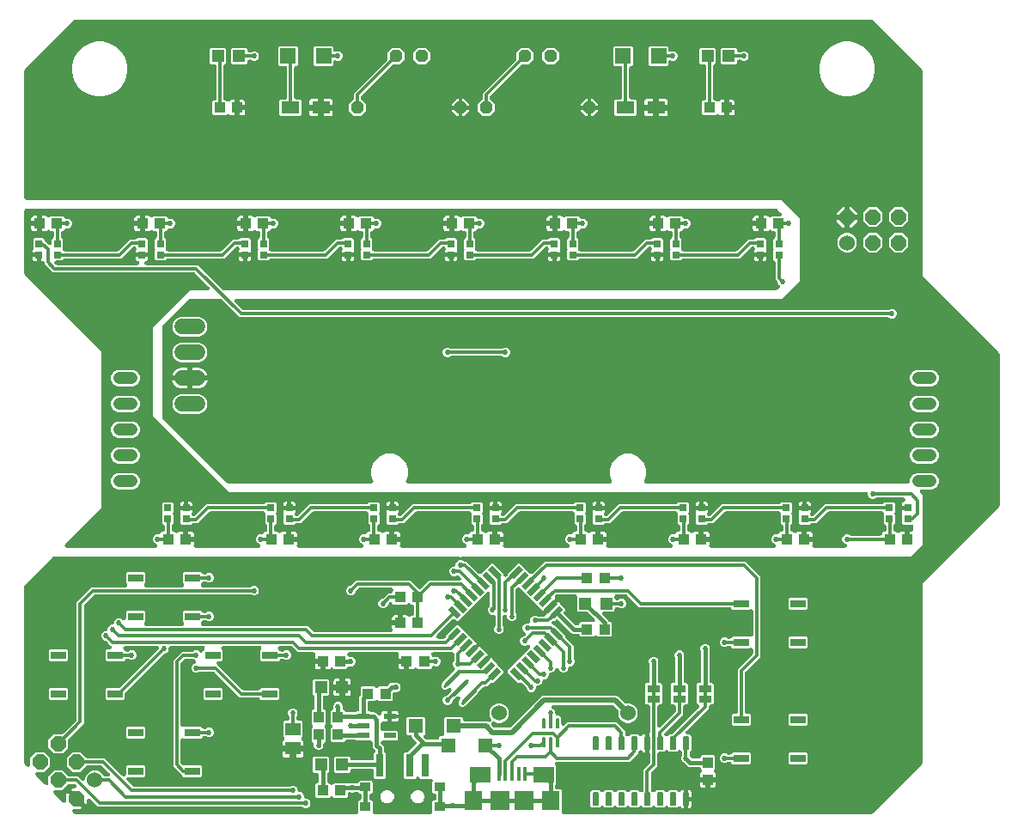
<source format=gbr>
G04 EAGLE Gerber RS-274X export*
G75*
%MOMM*%
%FSLAX34Y34*%
%LPD*%
%INTop Copper*%
%IPPOS*%
%AMOC8*
5,1,8,0,0,1.08239X$1,22.5*%
G01*
%ADD10R,1.100000X1.000000*%
%ADD11R,1.075000X1.000000*%
%ADD12R,1.500000X1.240000*%
%ADD13R,1.200000X1.200000*%
%ADD14R,1.400000X1.400000*%
%ADD15R,0.400000X1.350000*%
%ADD16R,2.100000X1.600000*%
%ADD17R,1.900000X1.900000*%
%ADD18R,1.800000X1.900000*%
%ADD19C,0.450000*%
%ADD20C,0.254000*%
%ADD21R,1.000000X1.075000*%
%ADD22R,1.524000X0.762000*%
%ADD23C,1.219200*%
%ADD24R,1.270000X0.558800*%
%ADD25R,0.558800X1.270000*%
%ADD26R,0.700000X0.700000*%
%ADD27R,1.200000X0.550000*%
%ADD28R,0.762000X2.209800*%
%ADD29R,0.990600X0.812800*%
%ADD30C,1.524000*%
%ADD31C,0.155000*%
%ADD32C,0.195000*%
%ADD33C,1.524000*%
%ADD34R,1.270000X0.660400*%
%ADD35P,1.319650X8X202.500000*%
%ADD36P,1.319650X8X22.500000*%
%ADD37R,1.500000X1.500000*%
%ADD38R,1.800000X1.200000*%
%ADD39P,1.649562X8X22.500000*%
%ADD40P,1.649562X8X157.500000*%
%ADD41R,1.000000X1.100000*%
%ADD42C,0.304800*%
%ADD43C,0.525000*%
%ADD44C,0.406400*%
%ADD45C,0.304800*%
%ADD46C,0.508000*%

G36*
X329151Y2035D02*
X329151Y2035D01*
X329169Y2033D01*
X329351Y2054D01*
X329534Y2073D01*
X329551Y2078D01*
X329568Y2080D01*
X329743Y2137D01*
X329919Y2191D01*
X329934Y2199D01*
X329951Y2205D01*
X330111Y2295D01*
X330273Y2383D01*
X330286Y2394D01*
X330302Y2403D01*
X330441Y2523D01*
X330582Y2640D01*
X330593Y2654D01*
X330607Y2666D01*
X330719Y2811D01*
X330834Y2954D01*
X330842Y2970D01*
X330853Y2984D01*
X330935Y3149D01*
X331020Y3311D01*
X331025Y3328D01*
X331033Y3344D01*
X331080Y3523D01*
X331131Y3698D01*
X331133Y3716D01*
X331137Y3733D01*
X331164Y4064D01*
X331164Y14306D01*
X332388Y15530D01*
X332455Y15537D01*
X332472Y15542D01*
X332489Y15544D01*
X332664Y15601D01*
X332840Y15655D01*
X332855Y15663D01*
X332872Y15669D01*
X333032Y15759D01*
X333194Y15847D01*
X333207Y15858D01*
X333223Y15867D01*
X333362Y15987D01*
X333503Y16104D01*
X333514Y16118D01*
X333528Y16130D01*
X333640Y16275D01*
X333755Y16418D01*
X333763Y16434D01*
X333774Y16448D01*
X333856Y16613D01*
X333941Y16775D01*
X333946Y16792D01*
X333954Y16808D01*
X334001Y16986D01*
X334052Y17162D01*
X334054Y17180D01*
X334058Y17197D01*
X334085Y17528D01*
X334085Y20572D01*
X334083Y20590D01*
X334085Y20608D01*
X334064Y20790D01*
X334045Y20973D01*
X334040Y20990D01*
X334038Y21007D01*
X333981Y21182D01*
X333927Y21358D01*
X333919Y21373D01*
X333913Y21390D01*
X333823Y21550D01*
X333735Y21712D01*
X333724Y21725D01*
X333715Y21741D01*
X333595Y21880D01*
X333478Y22021D01*
X333464Y22032D01*
X333452Y22046D01*
X333307Y22158D01*
X333164Y22273D01*
X333148Y22281D01*
X333134Y22292D01*
X332969Y22374D01*
X332807Y22459D01*
X332790Y22464D01*
X332774Y22472D01*
X332595Y22519D01*
X332420Y22570D01*
X332402Y22572D01*
X332385Y22576D01*
X332382Y22576D01*
X331678Y23280D01*
X331657Y23297D01*
X331640Y23318D01*
X331502Y23425D01*
X331366Y23535D01*
X331343Y23548D01*
X331322Y23564D01*
X331165Y23642D01*
X331011Y23724D01*
X330985Y23732D01*
X330961Y23744D01*
X330792Y23789D01*
X330625Y23839D01*
X330598Y23841D01*
X330572Y23848D01*
X330242Y23875D01*
X327882Y23875D01*
X327851Y23872D01*
X327820Y23874D01*
X327650Y23852D01*
X327482Y23835D01*
X327452Y23826D01*
X327421Y23822D01*
X327105Y23721D01*
X326046Y23282D01*
X324193Y23282D01*
X323516Y23563D01*
X323504Y23567D01*
X323492Y23573D01*
X323310Y23625D01*
X323131Y23679D01*
X323118Y23680D01*
X323105Y23684D01*
X322916Y23700D01*
X322730Y23717D01*
X322717Y23716D01*
X322703Y23717D01*
X322517Y23695D01*
X322330Y23676D01*
X322317Y23672D01*
X322304Y23670D01*
X322125Y23612D01*
X321945Y23556D01*
X321934Y23550D01*
X321921Y23545D01*
X321756Y23452D01*
X321592Y23363D01*
X321582Y23354D01*
X321570Y23347D01*
X321427Y23224D01*
X321284Y23104D01*
X321276Y23093D01*
X321265Y23084D01*
X321151Y22936D01*
X321033Y22789D01*
X321027Y22777D01*
X321019Y22766D01*
X320935Y22599D01*
X320849Y22431D01*
X320845Y22418D01*
X320839Y22406D01*
X320791Y22224D01*
X320739Y22043D01*
X320738Y22030D01*
X320735Y22017D01*
X320708Y21686D01*
X320708Y19558D01*
X319517Y18367D01*
X307083Y18367D01*
X306236Y19214D01*
X306222Y19225D01*
X306211Y19239D01*
X306067Y19353D01*
X305925Y19469D01*
X305909Y19477D01*
X305895Y19488D01*
X305731Y19572D01*
X305569Y19658D01*
X305552Y19663D01*
X305536Y19671D01*
X305359Y19720D01*
X305183Y19772D01*
X305165Y19774D01*
X305148Y19779D01*
X304965Y19792D01*
X304782Y19809D01*
X304764Y19807D01*
X304747Y19808D01*
X304565Y19785D01*
X304382Y19765D01*
X304365Y19760D01*
X304347Y19758D01*
X304173Y19699D01*
X303998Y19644D01*
X303982Y19635D01*
X303966Y19630D01*
X303807Y19538D01*
X303646Y19449D01*
X303632Y19438D01*
X303617Y19429D01*
X303364Y19214D01*
X302517Y18367D01*
X290083Y18367D01*
X288892Y19558D01*
X288892Y31242D01*
X290083Y32433D01*
X290204Y32433D01*
X290222Y32435D01*
X290240Y32433D01*
X290422Y32454D01*
X290605Y32473D01*
X290622Y32478D01*
X290639Y32480D01*
X290814Y32537D01*
X290990Y32591D01*
X291005Y32599D01*
X291022Y32605D01*
X291182Y32695D01*
X291344Y32783D01*
X291357Y32794D01*
X291373Y32803D01*
X291512Y32923D01*
X291653Y33040D01*
X291664Y33054D01*
X291678Y33066D01*
X291790Y33211D01*
X291905Y33354D01*
X291913Y33370D01*
X291924Y33384D01*
X292006Y33549D01*
X292091Y33711D01*
X292096Y33728D01*
X292104Y33744D01*
X292151Y33923D01*
X292202Y34098D01*
X292204Y34116D01*
X292208Y34133D01*
X292235Y34464D01*
X292235Y40736D01*
X292233Y40754D01*
X292235Y40772D01*
X292214Y40954D01*
X292195Y41137D01*
X292190Y41154D01*
X292188Y41171D01*
X292131Y41346D01*
X292077Y41522D01*
X292069Y41537D01*
X292063Y41554D01*
X291973Y41714D01*
X291885Y41876D01*
X291874Y41889D01*
X291865Y41905D01*
X291745Y42044D01*
X291628Y42185D01*
X291614Y42196D01*
X291602Y42210D01*
X291457Y42322D01*
X291314Y42437D01*
X291298Y42445D01*
X291284Y42456D01*
X291119Y42538D01*
X290957Y42623D01*
X290940Y42628D01*
X290924Y42636D01*
X290745Y42683D01*
X290570Y42734D01*
X290552Y42736D01*
X290535Y42740D01*
X290204Y42767D01*
X287458Y42767D01*
X286267Y43958D01*
X286267Y57642D01*
X287458Y58833D01*
X301142Y58833D01*
X302333Y57642D01*
X302333Y43958D01*
X300960Y42585D01*
X300943Y42564D01*
X300922Y42547D01*
X300815Y42409D01*
X300705Y42273D01*
X300692Y42250D01*
X300676Y42229D01*
X300598Y42072D01*
X300516Y41918D01*
X300508Y41892D01*
X300496Y41868D01*
X300451Y41699D01*
X300401Y41532D01*
X300399Y41505D01*
X300392Y41479D01*
X300365Y41149D01*
X300365Y34464D01*
X300367Y34446D01*
X300365Y34428D01*
X300386Y34246D01*
X300405Y34063D01*
X300410Y34046D01*
X300412Y34029D01*
X300469Y33854D01*
X300523Y33678D01*
X300531Y33663D01*
X300537Y33646D01*
X300627Y33486D01*
X300715Y33324D01*
X300726Y33311D01*
X300735Y33295D01*
X300855Y33156D01*
X300972Y33015D01*
X300986Y33004D01*
X300998Y32990D01*
X301143Y32878D01*
X301286Y32763D01*
X301302Y32755D01*
X301316Y32744D01*
X301481Y32662D01*
X301643Y32577D01*
X301660Y32572D01*
X301676Y32564D01*
X301855Y32517D01*
X302030Y32466D01*
X302048Y32464D01*
X302065Y32460D01*
X302396Y32433D01*
X302517Y32433D01*
X303364Y31586D01*
X303377Y31575D01*
X303389Y31561D01*
X303534Y31447D01*
X303675Y31331D01*
X303691Y31323D01*
X303705Y31312D01*
X303869Y31228D01*
X304031Y31142D01*
X304048Y31137D01*
X304064Y31129D01*
X304241Y31080D01*
X304417Y31028D01*
X304435Y31026D01*
X304452Y31021D01*
X304635Y31008D01*
X304818Y30991D01*
X304836Y30993D01*
X304853Y30992D01*
X305035Y31015D01*
X305218Y31035D01*
X305235Y31040D01*
X305253Y31042D01*
X305426Y31100D01*
X305602Y31156D01*
X305618Y31165D01*
X305634Y31170D01*
X305793Y31262D01*
X305954Y31351D01*
X305968Y31362D01*
X305983Y31371D01*
X306236Y31586D01*
X307083Y32433D01*
X319554Y32433D01*
X319662Y32345D01*
X319685Y32332D01*
X319706Y32316D01*
X319863Y32238D01*
X320017Y32156D01*
X320043Y32148D01*
X320067Y32136D01*
X320236Y32091D01*
X320403Y32041D01*
X320430Y32039D01*
X320456Y32032D01*
X320786Y32005D01*
X322358Y32005D01*
X322389Y32008D01*
X322420Y32006D01*
X322590Y32028D01*
X322758Y32045D01*
X322788Y32054D01*
X322819Y32058D01*
X323135Y32159D01*
X324194Y32598D01*
X326046Y32598D01*
X327105Y32159D01*
X327135Y32150D01*
X327163Y32136D01*
X327327Y32092D01*
X327490Y32043D01*
X327521Y32040D01*
X327551Y32032D01*
X327882Y32005D01*
X329133Y32005D01*
X329151Y32007D01*
X329169Y32005D01*
X329351Y32026D01*
X329534Y32045D01*
X329551Y32050D01*
X329568Y32052D01*
X329743Y32109D01*
X329919Y32163D01*
X329934Y32171D01*
X329951Y32177D01*
X330111Y32267D01*
X330273Y32355D01*
X330286Y32366D01*
X330302Y32375D01*
X330441Y32495D01*
X330582Y32612D01*
X330593Y32626D01*
X330607Y32638D01*
X330719Y32783D01*
X330834Y32926D01*
X330842Y32942D01*
X330853Y32956D01*
X330935Y33121D01*
X331020Y33283D01*
X331025Y33300D01*
X331033Y33316D01*
X331080Y33495D01*
X331092Y33533D01*
X332355Y34797D01*
X344652Y34797D01*
X344664Y34699D01*
X344686Y34509D01*
X344689Y34500D01*
X344690Y34491D01*
X344751Y34311D01*
X344811Y34126D01*
X344816Y34118D01*
X344818Y34110D01*
X344914Y33944D01*
X345009Y33775D01*
X345015Y33768D01*
X345019Y33761D01*
X345136Y33624D01*
X345136Y23794D01*
X343912Y22570D01*
X343845Y22563D01*
X343828Y22558D01*
X343811Y22556D01*
X343636Y22499D01*
X343460Y22445D01*
X343445Y22437D01*
X343428Y22431D01*
X343268Y22341D01*
X343106Y22253D01*
X343093Y22242D01*
X343077Y22233D01*
X342938Y22113D01*
X342797Y21996D01*
X342786Y21982D01*
X342772Y21970D01*
X342660Y21825D01*
X342545Y21682D01*
X342537Y21666D01*
X342526Y21652D01*
X342444Y21487D01*
X342359Y21325D01*
X342354Y21308D01*
X342346Y21292D01*
X342299Y21113D01*
X342248Y20938D01*
X342246Y20920D01*
X342242Y20903D01*
X342215Y20572D01*
X342215Y17528D01*
X342217Y17510D01*
X342215Y17492D01*
X342236Y17310D01*
X342255Y17127D01*
X342260Y17110D01*
X342262Y17093D01*
X342319Y16918D01*
X342373Y16742D01*
X342381Y16727D01*
X342387Y16710D01*
X342477Y16550D01*
X342565Y16388D01*
X342576Y16375D01*
X342585Y16359D01*
X342705Y16220D01*
X342822Y16079D01*
X342836Y16068D01*
X342848Y16054D01*
X342993Y15942D01*
X343136Y15827D01*
X343152Y15819D01*
X343166Y15808D01*
X343331Y15726D01*
X343493Y15641D01*
X343510Y15636D01*
X343526Y15628D01*
X343705Y15581D01*
X343880Y15530D01*
X343898Y15528D01*
X343915Y15524D01*
X343918Y15524D01*
X345136Y14306D01*
X345136Y4064D01*
X345138Y4046D01*
X345136Y4028D01*
X345157Y3846D01*
X345176Y3663D01*
X345181Y3646D01*
X345183Y3629D01*
X345240Y3454D01*
X345294Y3278D01*
X345302Y3263D01*
X345308Y3246D01*
X345398Y3086D01*
X345486Y2924D01*
X345497Y2911D01*
X345506Y2895D01*
X345626Y2756D01*
X345743Y2615D01*
X345757Y2604D01*
X345769Y2590D01*
X345914Y2478D01*
X346057Y2363D01*
X346073Y2355D01*
X346087Y2344D01*
X346252Y2262D01*
X346414Y2177D01*
X346431Y2172D01*
X346447Y2164D01*
X346626Y2117D01*
X346801Y2066D01*
X346819Y2064D01*
X346836Y2060D01*
X347167Y2033D01*
X402133Y2033D01*
X402151Y2035D01*
X402169Y2033D01*
X402351Y2054D01*
X402534Y2073D01*
X402551Y2078D01*
X402568Y2080D01*
X402743Y2137D01*
X402919Y2191D01*
X402934Y2199D01*
X402951Y2205D01*
X403111Y2295D01*
X403273Y2383D01*
X403286Y2394D01*
X403302Y2403D01*
X403441Y2523D01*
X403582Y2640D01*
X403593Y2654D01*
X403607Y2666D01*
X403719Y2811D01*
X403834Y2954D01*
X403842Y2970D01*
X403853Y2984D01*
X403935Y3149D01*
X404020Y3311D01*
X404025Y3328D01*
X404033Y3344D01*
X404080Y3523D01*
X404131Y3698D01*
X404133Y3716D01*
X404137Y3733D01*
X404164Y4064D01*
X404164Y14306D01*
X405355Y15497D01*
X405814Y15497D01*
X405832Y15499D01*
X405850Y15497D01*
X406032Y15518D01*
X406215Y15537D01*
X406232Y15542D01*
X406249Y15544D01*
X406424Y15601D01*
X406600Y15655D01*
X406615Y15663D01*
X406632Y15669D01*
X406792Y15759D01*
X406954Y15847D01*
X406967Y15858D01*
X406983Y15867D01*
X407122Y15987D01*
X407263Y16104D01*
X407274Y16118D01*
X407288Y16130D01*
X407400Y16275D01*
X407515Y16418D01*
X407523Y16434D01*
X407534Y16448D01*
X407616Y16613D01*
X407701Y16775D01*
X407706Y16792D01*
X407714Y16808D01*
X407761Y16986D01*
X407812Y17162D01*
X407814Y17180D01*
X407818Y17197D01*
X407845Y17528D01*
X407845Y20572D01*
X407843Y20590D01*
X407845Y20608D01*
X407824Y20790D01*
X407805Y20973D01*
X407800Y20990D01*
X407798Y21007D01*
X407741Y21182D01*
X407687Y21358D01*
X407679Y21373D01*
X407673Y21390D01*
X407583Y21550D01*
X407495Y21712D01*
X407484Y21725D01*
X407475Y21741D01*
X407355Y21880D01*
X407238Y22021D01*
X407224Y22032D01*
X407212Y22046D01*
X407067Y22158D01*
X406924Y22273D01*
X406908Y22281D01*
X406894Y22292D01*
X406729Y22374D01*
X406567Y22459D01*
X406550Y22464D01*
X406534Y22472D01*
X406355Y22519D01*
X406180Y22570D01*
X406162Y22572D01*
X406145Y22576D01*
X405814Y22603D01*
X405355Y22603D01*
X404164Y23794D01*
X404164Y33627D01*
X404199Y33670D01*
X404321Y33819D01*
X404325Y33827D01*
X404331Y33834D01*
X404419Y34004D01*
X404510Y34175D01*
X404512Y34184D01*
X404516Y34191D01*
X404569Y34375D01*
X404624Y34561D01*
X404625Y34570D01*
X404628Y34578D01*
X404643Y34769D01*
X404661Y34962D01*
X404660Y34971D01*
X404661Y34980D01*
X404638Y35169D01*
X404617Y35362D01*
X404615Y35371D01*
X404614Y35379D01*
X404554Y35563D01*
X404496Y35746D01*
X404492Y35754D01*
X404489Y35762D01*
X404394Y35931D01*
X404301Y36098D01*
X404295Y36105D01*
X404291Y36113D01*
X404165Y36258D01*
X404041Y36405D01*
X404034Y36411D01*
X404028Y36418D01*
X403877Y36535D01*
X403725Y36655D01*
X403717Y36659D01*
X403710Y36664D01*
X403538Y36750D01*
X403366Y36837D01*
X403357Y36840D01*
X403349Y36844D01*
X403161Y36894D01*
X402978Y36945D01*
X402969Y36946D01*
X402960Y36948D01*
X402630Y36975D01*
X392498Y36975D01*
X391086Y38387D01*
X391073Y38398D01*
X391061Y38412D01*
X390917Y38526D01*
X390775Y38642D01*
X390759Y38650D01*
X390745Y38661D01*
X390581Y38745D01*
X390419Y38831D01*
X390402Y38836D01*
X390386Y38844D01*
X390209Y38893D01*
X390033Y38945D01*
X390015Y38947D01*
X389998Y38952D01*
X389815Y38965D01*
X389632Y38982D01*
X389614Y38980D01*
X389597Y38981D01*
X389415Y38958D01*
X389232Y38938D01*
X389215Y38933D01*
X389197Y38931D01*
X389024Y38873D01*
X388848Y38817D01*
X388832Y38808D01*
X388816Y38803D01*
X388657Y38711D01*
X388496Y38622D01*
X388482Y38611D01*
X388467Y38602D01*
X388214Y38387D01*
X386802Y36975D01*
X377498Y36975D01*
X376307Y38166D01*
X376307Y61948D01*
X377498Y63139D01*
X379129Y63139D01*
X379156Y63141D01*
X379182Y63139D01*
X379356Y63161D01*
X379530Y63179D01*
X379555Y63186D01*
X379582Y63190D01*
X379747Y63245D01*
X379914Y63297D01*
X379938Y63310D01*
X379963Y63318D01*
X380115Y63405D01*
X380269Y63489D01*
X380289Y63506D01*
X380312Y63519D01*
X380565Y63734D01*
X387785Y70954D01*
X387797Y70967D01*
X387810Y70979D01*
X387924Y71123D01*
X388040Y71265D01*
X388049Y71281D01*
X388060Y71295D01*
X388143Y71459D01*
X388229Y71621D01*
X388234Y71638D01*
X388242Y71654D01*
X388292Y71831D01*
X388344Y72007D01*
X388345Y72025D01*
X388350Y72042D01*
X388364Y72225D01*
X388380Y72408D01*
X388378Y72426D01*
X388380Y72443D01*
X388357Y72625D01*
X388337Y72808D01*
X388331Y72825D01*
X388329Y72843D01*
X388271Y73016D01*
X388215Y73192D01*
X388207Y73208D01*
X388201Y73224D01*
X388109Y73384D01*
X388020Y73544D01*
X388009Y73558D01*
X388000Y73573D01*
X387785Y73826D01*
X384454Y77158D01*
X383851Y78613D01*
X383841Y78633D01*
X383834Y78654D01*
X383746Y78810D01*
X383661Y78968D01*
X383647Y78985D01*
X383636Y79005D01*
X383519Y79140D01*
X383404Y79279D01*
X383387Y79293D01*
X383373Y79310D01*
X383231Y79419D01*
X383092Y79532D01*
X383072Y79543D01*
X383054Y79556D01*
X382894Y79636D01*
X382735Y79719D01*
X382714Y79726D01*
X382694Y79736D01*
X382521Y79782D01*
X382349Y79832D01*
X382327Y79834D01*
X382305Y79840D01*
X381974Y79867D01*
X380058Y79867D01*
X378867Y81058D01*
X378867Y96742D01*
X380058Y97933D01*
X395742Y97933D01*
X396933Y96742D01*
X396933Y81058D01*
X395928Y80053D01*
X395917Y80039D01*
X395903Y80028D01*
X395789Y79883D01*
X395673Y79742D01*
X395664Y79726D01*
X395653Y79712D01*
X395570Y79548D01*
X395484Y79386D01*
X395479Y79369D01*
X395471Y79353D01*
X395422Y79176D01*
X395369Y79000D01*
X395368Y78982D01*
X395363Y78965D01*
X395349Y78780D01*
X395333Y78599D01*
X395335Y78581D01*
X395334Y78564D01*
X395357Y78382D01*
X395376Y78199D01*
X395382Y78182D01*
X395384Y78164D01*
X395442Y77991D01*
X395498Y77815D01*
X395507Y77799D01*
X395512Y77782D01*
X395604Y77624D01*
X395693Y77463D01*
X395704Y77449D01*
X395713Y77434D01*
X395928Y77181D01*
X397329Y75780D01*
X397349Y75763D01*
X397367Y75742D01*
X397505Y75635D01*
X397640Y75525D01*
X397664Y75512D01*
X397685Y75496D01*
X397842Y75418D01*
X397996Y75336D01*
X398021Y75328D01*
X398046Y75316D01*
X398215Y75271D01*
X398382Y75221D01*
X398408Y75219D01*
X398434Y75212D01*
X398765Y75185D01*
X408586Y75185D01*
X408604Y75187D01*
X408622Y75185D01*
X408804Y75206D01*
X408987Y75225D01*
X409004Y75230D01*
X409021Y75232D01*
X409196Y75289D01*
X409372Y75343D01*
X409387Y75351D01*
X409404Y75357D01*
X409564Y75447D01*
X409726Y75535D01*
X409739Y75546D01*
X409755Y75555D01*
X409894Y75675D01*
X410035Y75792D01*
X410046Y75806D01*
X410060Y75818D01*
X410172Y75963D01*
X410287Y76106D01*
X410295Y76122D01*
X410306Y76136D01*
X410388Y76301D01*
X410473Y76463D01*
X410478Y76480D01*
X410486Y76496D01*
X410533Y76675D01*
X410584Y76850D01*
X410586Y76868D01*
X410590Y76885D01*
X410617Y77216D01*
X410617Y77692D01*
X411808Y78883D01*
X413836Y78883D01*
X413854Y78885D01*
X413872Y78883D01*
X414054Y78904D01*
X414237Y78923D01*
X414254Y78928D01*
X414271Y78930D01*
X414446Y78987D01*
X414622Y79041D01*
X414637Y79049D01*
X414654Y79055D01*
X414814Y79145D01*
X414976Y79233D01*
X414989Y79244D01*
X415005Y79253D01*
X415144Y79373D01*
X415285Y79490D01*
X415296Y79504D01*
X415310Y79516D01*
X415422Y79661D01*
X415537Y79804D01*
X415545Y79820D01*
X415556Y79834D01*
X415638Y79999D01*
X415723Y80161D01*
X415728Y80178D01*
X415736Y80194D01*
X415783Y80373D01*
X415834Y80548D01*
X415836Y80566D01*
X415840Y80583D01*
X415867Y80914D01*
X415867Y96742D01*
X417058Y97933D01*
X432742Y97933D01*
X433933Y96742D01*
X433933Y95504D01*
X433935Y95486D01*
X433933Y95468D01*
X433955Y95285D01*
X433973Y95103D01*
X433978Y95086D01*
X433980Y95069D01*
X434037Y94894D01*
X434091Y94718D01*
X434099Y94703D01*
X434105Y94686D01*
X434195Y94526D01*
X434283Y94364D01*
X434294Y94351D01*
X434303Y94335D01*
X434423Y94196D01*
X434540Y94055D01*
X434554Y94044D01*
X434566Y94030D01*
X434711Y93918D01*
X434854Y93803D01*
X434870Y93795D01*
X434884Y93784D01*
X435049Y93702D01*
X435211Y93617D01*
X435228Y93612D01*
X435244Y93604D01*
X435423Y93557D01*
X435598Y93506D01*
X435616Y93504D01*
X435633Y93500D01*
X435964Y93473D01*
X458110Y93473D01*
X459373Y92949D01*
X459377Y92948D01*
X459381Y92946D01*
X459568Y92890D01*
X459758Y92833D01*
X459763Y92832D01*
X459767Y92831D01*
X459961Y92814D01*
X460159Y92795D01*
X460164Y92795D01*
X460168Y92795D01*
X460362Y92816D01*
X460560Y92836D01*
X460564Y92838D01*
X460569Y92838D01*
X460756Y92898D01*
X460944Y92956D01*
X460948Y92958D01*
X460952Y92960D01*
X461126Y93056D01*
X461297Y93150D01*
X461301Y93152D01*
X461305Y93155D01*
X461454Y93281D01*
X461605Y93409D01*
X461608Y93412D01*
X461612Y93415D01*
X461733Y93569D01*
X461856Y93723D01*
X461858Y93728D01*
X461861Y93731D01*
X461950Y93905D01*
X462040Y94082D01*
X462042Y94086D01*
X462044Y94090D01*
X462096Y94279D01*
X462150Y94469D01*
X462150Y94474D01*
X462152Y94478D01*
X462166Y94676D01*
X462181Y94870D01*
X462181Y94875D01*
X462181Y94880D01*
X462157Y95069D01*
X462132Y95270D01*
X462131Y95275D01*
X462130Y95279D01*
X462068Y95464D01*
X462006Y95652D01*
X462004Y95656D01*
X462002Y95661D01*
X461905Y95829D01*
X461807Y96002D01*
X461804Y96006D01*
X461801Y96009D01*
X461736Y96087D01*
X460247Y99680D01*
X460247Y103520D01*
X461717Y107068D01*
X464432Y109783D01*
X464586Y109847D01*
X467980Y111253D01*
X471820Y111253D01*
X475368Y109783D01*
X478083Y107068D01*
X479553Y103520D01*
X479553Y99680D01*
X478083Y96132D01*
X475368Y93417D01*
X471820Y91947D01*
X467980Y91947D01*
X464849Y93244D01*
X464845Y93245D01*
X464841Y93247D01*
X464656Y93302D01*
X464464Y93360D01*
X464459Y93361D01*
X464455Y93362D01*
X464257Y93380D01*
X464063Y93399D01*
X464059Y93398D01*
X464054Y93399D01*
X463855Y93377D01*
X463663Y93357D01*
X463658Y93356D01*
X463654Y93355D01*
X463463Y93295D01*
X463278Y93237D01*
X463275Y93235D01*
X463270Y93234D01*
X463098Y93139D01*
X462925Y93044D01*
X462922Y93041D01*
X462918Y93039D01*
X462770Y92913D01*
X462617Y92785D01*
X462614Y92781D01*
X462611Y92778D01*
X462489Y92625D01*
X462366Y92470D01*
X462364Y92466D01*
X462361Y92462D01*
X462272Y92287D01*
X462182Y92112D01*
X462181Y92108D01*
X462179Y92103D01*
X462125Y91911D01*
X462072Y91724D01*
X462072Y91720D01*
X462071Y91716D01*
X462056Y91512D01*
X462041Y91323D01*
X462042Y91319D01*
X462041Y91314D01*
X462067Y91116D01*
X462090Y90923D01*
X462091Y90919D01*
X462092Y90915D01*
X462154Y90731D01*
X462216Y90541D01*
X462219Y90537D01*
X462220Y90533D01*
X462319Y90361D01*
X462416Y90191D01*
X462419Y90188D01*
X462421Y90184D01*
X462636Y89931D01*
X464849Y87718D01*
X464870Y87701D01*
X464887Y87680D01*
X465025Y87573D01*
X465161Y87463D01*
X465184Y87450D01*
X465205Y87434D01*
X465362Y87356D01*
X465516Y87274D01*
X465542Y87266D01*
X465566Y87254D01*
X465735Y87209D01*
X465902Y87159D01*
X465929Y87157D01*
X465955Y87150D01*
X466285Y87123D01*
X479865Y87123D01*
X479891Y87125D01*
X479918Y87123D01*
X480092Y87145D01*
X480265Y87163D01*
X480291Y87170D01*
X480317Y87174D01*
X480483Y87229D01*
X480650Y87281D01*
X480674Y87294D01*
X480699Y87302D01*
X480851Y87389D01*
X481004Y87473D01*
X481025Y87490D01*
X481048Y87503D01*
X481301Y87718D01*
X511760Y118177D01*
X513440Y118873D01*
X585110Y118873D01*
X586790Y118177D01*
X593125Y111842D01*
X593143Y111827D01*
X593157Y111810D01*
X593298Y111700D01*
X593437Y111587D01*
X593457Y111576D01*
X593475Y111562D01*
X593635Y111482D01*
X593792Y111398D01*
X593814Y111392D01*
X593834Y111381D01*
X594007Y111334D01*
X594178Y111283D01*
X594201Y111281D01*
X594223Y111275D01*
X594401Y111263D01*
X594579Y111247D01*
X594602Y111249D01*
X594624Y111248D01*
X594663Y111253D01*
X598820Y111253D01*
X602368Y109783D01*
X605083Y107068D01*
X606553Y103520D01*
X606553Y99680D01*
X605083Y96132D01*
X602368Y93417D01*
X598820Y91947D01*
X594980Y91947D01*
X591432Y93417D01*
X588717Y96132D01*
X587247Y99680D01*
X587247Y103884D01*
X587253Y103947D01*
X587251Y103969D01*
X587253Y103992D01*
X587230Y104170D01*
X587212Y104347D01*
X587205Y104369D01*
X587202Y104391D01*
X587145Y104561D01*
X587092Y104732D01*
X587081Y104751D01*
X587074Y104773D01*
X586984Y104928D01*
X586899Y105085D01*
X586884Y105102D01*
X586873Y105122D01*
X586658Y105375D01*
X582901Y109132D01*
X582880Y109149D01*
X582863Y109170D01*
X582725Y109276D01*
X582589Y109387D01*
X582566Y109400D01*
X582545Y109416D01*
X582389Y109494D01*
X582234Y109576D01*
X582208Y109584D01*
X582184Y109596D01*
X582015Y109641D01*
X581848Y109691D01*
X581821Y109693D01*
X581795Y109700D01*
X581465Y109727D01*
X523462Y109727D01*
X523457Y109727D01*
X523453Y109727D01*
X523259Y109707D01*
X523061Y109687D01*
X523057Y109686D01*
X523053Y109686D01*
X522865Y109627D01*
X522676Y109569D01*
X522673Y109567D01*
X522668Y109566D01*
X522494Y109470D01*
X522322Y109377D01*
X522319Y109375D01*
X522315Y109372D01*
X522162Y109244D01*
X522013Y109120D01*
X522010Y109116D01*
X522007Y109113D01*
X521882Y108957D01*
X521761Y108806D01*
X521759Y108802D01*
X521756Y108798D01*
X521664Y108620D01*
X521575Y108449D01*
X521574Y108444D01*
X521572Y108440D01*
X521517Y108247D01*
X521464Y108062D01*
X521464Y108057D01*
X521462Y108053D01*
X521447Y107857D01*
X521431Y107660D01*
X521432Y107656D01*
X521431Y107652D01*
X521455Y107453D01*
X521478Y107261D01*
X521479Y107256D01*
X521480Y107252D01*
X521542Y107064D01*
X521603Y106878D01*
X521605Y106874D01*
X521606Y106870D01*
X521703Y106701D01*
X521801Y106527D01*
X521804Y106524D01*
X521806Y106520D01*
X521937Y106369D01*
X522064Y106223D01*
X522067Y106220D01*
X522070Y106216D01*
X522230Y106094D01*
X522382Y105976D01*
X522386Y105974D01*
X522390Y105971D01*
X522685Y105819D01*
X523338Y105549D01*
X524649Y104238D01*
X525358Y102526D01*
X525358Y101264D01*
X525360Y101246D01*
X525358Y101228D01*
X525379Y101046D01*
X525398Y100863D01*
X525403Y100846D01*
X525405Y100829D01*
X525462Y100654D01*
X525516Y100478D01*
X525524Y100463D01*
X525530Y100446D01*
X525620Y100285D01*
X525708Y100124D01*
X525719Y100111D01*
X525728Y100095D01*
X525848Y99956D01*
X525965Y99815D01*
X525979Y99804D01*
X525991Y99790D01*
X526136Y99678D01*
X526279Y99563D01*
X526295Y99555D01*
X526309Y99544D01*
X526474Y99462D01*
X526636Y99377D01*
X526653Y99372D01*
X526669Y99364D01*
X526848Y99317D01*
X527023Y99266D01*
X527041Y99264D01*
X527058Y99260D01*
X527389Y99233D01*
X529421Y99233D01*
X531183Y97471D01*
X531183Y91247D01*
X531184Y91238D01*
X531183Y91229D01*
X531204Y91037D01*
X531223Y90846D01*
X531225Y90838D01*
X531226Y90829D01*
X531284Y90646D01*
X531341Y90461D01*
X531345Y90453D01*
X531348Y90445D01*
X531441Y90276D01*
X531533Y90107D01*
X531538Y90100D01*
X531543Y90093D01*
X531667Y89946D01*
X531790Y89798D01*
X531797Y89792D01*
X531803Y89786D01*
X531954Y89667D01*
X532104Y89546D01*
X532112Y89541D01*
X532119Y89536D01*
X532292Y89448D01*
X532461Y89360D01*
X532470Y89358D01*
X532478Y89354D01*
X532664Y89302D01*
X532848Y89249D01*
X532857Y89248D01*
X532866Y89246D01*
X533059Y89231D01*
X533250Y89216D01*
X533258Y89217D01*
X533267Y89216D01*
X533460Y89241D01*
X533649Y89263D01*
X533658Y89265D01*
X533667Y89267D01*
X533849Y89328D01*
X534032Y89388D01*
X534040Y89392D01*
X534048Y89395D01*
X534215Y89491D01*
X534383Y89585D01*
X534390Y89591D01*
X534397Y89596D01*
X534650Y89810D01*
X537297Y92457D01*
X585673Y92457D01*
X594107Y84023D01*
X594107Y81305D01*
X594109Y81279D01*
X594107Y81252D01*
X594129Y81078D01*
X594147Y80905D01*
X594154Y80879D01*
X594158Y80853D01*
X594214Y80686D01*
X594265Y80520D01*
X594278Y80496D01*
X594286Y80471D01*
X594373Y80319D01*
X594457Y80166D01*
X594474Y80145D01*
X594487Y80122D01*
X594702Y79869D01*
X595464Y79107D01*
X595478Y79096D01*
X595489Y79082D01*
X595633Y78968D01*
X595775Y78852D01*
X595791Y78844D01*
X595805Y78833D01*
X595969Y78749D01*
X596131Y78663D01*
X596148Y78658D01*
X596164Y78650D01*
X596341Y78601D01*
X596517Y78549D01*
X596535Y78547D01*
X596552Y78542D01*
X596735Y78529D01*
X596918Y78512D01*
X596936Y78514D01*
X596953Y78513D01*
X597135Y78536D01*
X597318Y78556D01*
X597335Y78561D01*
X597353Y78563D01*
X597527Y78622D01*
X597702Y78677D01*
X597718Y78686D01*
X597734Y78691D01*
X597893Y78783D01*
X598054Y78872D01*
X598068Y78883D01*
X598083Y78892D01*
X598336Y79107D01*
X599762Y80533D01*
X606738Y80533D01*
X607833Y79438D01*
X607896Y79386D01*
X607953Y79327D01*
X608052Y79259D01*
X608144Y79183D01*
X608217Y79144D01*
X608285Y79098D01*
X608394Y79050D01*
X608500Y78994D01*
X608579Y78971D01*
X608654Y78938D01*
X608771Y78914D01*
X608886Y78879D01*
X608968Y78872D01*
X609048Y78855D01*
X609168Y78854D01*
X609287Y78843D01*
X609369Y78852D01*
X609451Y78851D01*
X609568Y78874D01*
X609687Y78886D01*
X609766Y78911D01*
X609846Y78927D01*
X609957Y78972D01*
X610071Y79008D01*
X610143Y79048D01*
X610219Y79079D01*
X610318Y79145D01*
X610423Y79203D01*
X610486Y79256D01*
X610554Y79301D01*
X610639Y79386D01*
X610730Y79463D01*
X610781Y79528D01*
X610839Y79586D01*
X610926Y79711D01*
X610942Y79731D01*
X611589Y80378D01*
X612345Y80815D01*
X613188Y81041D01*
X613919Y81041D01*
X613919Y71950D01*
X613919Y62859D01*
X613188Y62859D01*
X612345Y63085D01*
X611589Y63522D01*
X610952Y64158D01*
X610940Y64180D01*
X610863Y64271D01*
X610793Y64368D01*
X610733Y64424D01*
X610680Y64487D01*
X610586Y64561D01*
X610499Y64643D01*
X610429Y64686D01*
X610364Y64737D01*
X610257Y64791D01*
X610156Y64853D01*
X610079Y64882D01*
X610005Y64919D01*
X609890Y64951D01*
X609778Y64992D01*
X609696Y65005D01*
X609617Y65027D01*
X609498Y65036D01*
X609380Y65054D01*
X609298Y65050D01*
X609216Y65056D01*
X609097Y65041D01*
X608978Y65036D01*
X608898Y65016D01*
X608816Y65006D01*
X608703Y64968D01*
X608587Y64939D01*
X608512Y64904D01*
X608435Y64878D01*
X608331Y64818D01*
X608223Y64767D01*
X608157Y64718D01*
X608086Y64677D01*
X607969Y64578D01*
X607900Y64526D01*
X607873Y64496D01*
X607833Y64462D01*
X607402Y64031D01*
X607385Y64010D01*
X607364Y63993D01*
X607258Y63855D01*
X607147Y63719D01*
X607134Y63696D01*
X607118Y63675D01*
X607040Y63518D01*
X606958Y63364D01*
X606950Y63338D01*
X606938Y63314D01*
X606893Y63145D01*
X606843Y62978D01*
X606841Y62951D01*
X606834Y62925D01*
X606807Y62595D01*
X606807Y62027D01*
X598373Y53593D01*
X526945Y53593D01*
X526936Y53592D01*
X526927Y53593D01*
X526735Y53572D01*
X526545Y53553D01*
X526536Y53551D01*
X526527Y53550D01*
X526345Y53492D01*
X526160Y53435D01*
X526152Y53431D01*
X526143Y53428D01*
X525975Y53335D01*
X525806Y53243D01*
X525799Y53238D01*
X525791Y53233D01*
X525643Y53108D01*
X525496Y52986D01*
X525491Y52979D01*
X525484Y52973D01*
X525365Y52822D01*
X525244Y52672D01*
X525240Y52664D01*
X525234Y52657D01*
X525147Y52486D01*
X525059Y52315D01*
X525056Y52306D01*
X525052Y52298D01*
X525000Y52113D01*
X524947Y51928D01*
X524947Y51919D01*
X524944Y51910D01*
X524930Y51718D01*
X524914Y51526D01*
X524915Y51518D01*
X524915Y51509D01*
X524939Y51316D01*
X524961Y51127D01*
X524964Y51118D01*
X524965Y51109D01*
X525027Y50926D01*
X525086Y50744D01*
X525091Y50736D01*
X525093Y50728D01*
X525189Y50562D01*
X525284Y50393D01*
X525290Y50386D01*
X525294Y50379D01*
X525509Y50126D01*
X526133Y49502D01*
X526133Y31818D01*
X525260Y30945D01*
X525243Y30924D01*
X525222Y30907D01*
X525115Y30769D01*
X525005Y30633D01*
X524992Y30610D01*
X524976Y30589D01*
X524898Y30432D01*
X524816Y30278D01*
X524808Y30252D01*
X524796Y30228D01*
X524751Y30059D01*
X524701Y29892D01*
X524699Y29865D01*
X524692Y29839D01*
X524665Y29509D01*
X524665Y28724D01*
X524667Y28706D01*
X524665Y28688D01*
X524686Y28506D01*
X524705Y28323D01*
X524710Y28306D01*
X524712Y28289D01*
X524769Y28114D01*
X524823Y27938D01*
X524831Y27923D01*
X524837Y27906D01*
X524927Y27746D01*
X525015Y27584D01*
X525026Y27571D01*
X525035Y27555D01*
X525155Y27416D01*
X525272Y27275D01*
X525286Y27264D01*
X525298Y27250D01*
X525443Y27138D01*
X525586Y27023D01*
X525602Y27015D01*
X525616Y27004D01*
X525781Y26922D01*
X525943Y26837D01*
X525960Y26832D01*
X525976Y26824D01*
X526155Y26777D01*
X526330Y26726D01*
X526348Y26724D01*
X526365Y26720D01*
X526696Y26693D01*
X530442Y26693D01*
X531633Y25502D01*
X531633Y4064D01*
X531635Y4046D01*
X531633Y4028D01*
X531654Y3846D01*
X531673Y3663D01*
X531678Y3646D01*
X531680Y3629D01*
X531737Y3454D01*
X531791Y3278D01*
X531799Y3263D01*
X531805Y3246D01*
X531895Y3086D01*
X531983Y2924D01*
X531994Y2911D01*
X532003Y2895D01*
X532123Y2756D01*
X532240Y2615D01*
X532254Y2604D01*
X532266Y2590D01*
X532411Y2478D01*
X532554Y2363D01*
X532570Y2355D01*
X532584Y2344D01*
X532749Y2262D01*
X532911Y2177D01*
X532928Y2172D01*
X532944Y2164D01*
X533123Y2117D01*
X533298Y2066D01*
X533316Y2064D01*
X533333Y2060D01*
X533664Y2033D01*
X836517Y2033D01*
X836543Y2035D01*
X836570Y2033D01*
X836744Y2055D01*
X836917Y2073D01*
X836943Y2080D01*
X836969Y2084D01*
X837135Y2139D01*
X837302Y2191D01*
X837326Y2204D01*
X837351Y2212D01*
X837503Y2299D01*
X837656Y2383D01*
X837677Y2400D01*
X837700Y2413D01*
X837953Y2628D01*
X886372Y51047D01*
X886389Y51068D01*
X886410Y51085D01*
X886517Y51223D01*
X886627Y51359D01*
X886640Y51382D01*
X886656Y51403D01*
X886734Y51560D01*
X886816Y51714D01*
X886824Y51740D01*
X886836Y51764D01*
X886881Y51933D01*
X886931Y52100D01*
X886933Y52127D01*
X886940Y52153D01*
X886967Y52483D01*
X886967Y229442D01*
X962572Y305047D01*
X962589Y305068D01*
X962610Y305085D01*
X962717Y305223D01*
X962827Y305359D01*
X962840Y305382D01*
X962856Y305403D01*
X962934Y305560D01*
X963016Y305714D01*
X963024Y305740D01*
X963036Y305764D01*
X963081Y305933D01*
X963131Y306100D01*
X963133Y306127D01*
X963140Y306153D01*
X963167Y306483D01*
X963167Y455517D01*
X963165Y455543D01*
X963167Y455570D01*
X963145Y455744D01*
X963127Y455917D01*
X963120Y455943D01*
X963116Y455969D01*
X963061Y456135D01*
X963009Y456302D01*
X962996Y456326D01*
X962988Y456351D01*
X962901Y456503D01*
X962817Y456656D01*
X962800Y456677D01*
X962787Y456700D01*
X962572Y456953D01*
X886967Y532558D01*
X886967Y734917D01*
X886965Y734943D01*
X886967Y734970D01*
X886945Y735144D01*
X886927Y735317D01*
X886920Y735343D01*
X886916Y735369D01*
X886861Y735535D01*
X886809Y735702D01*
X886796Y735726D01*
X886788Y735751D01*
X886701Y735903D01*
X886617Y736056D01*
X886600Y736077D01*
X886587Y736100D01*
X886372Y736353D01*
X837953Y784772D01*
X837932Y784789D01*
X837915Y784810D01*
X837777Y784917D01*
X837641Y785027D01*
X837618Y785040D01*
X837597Y785056D01*
X837440Y785134D01*
X837286Y785216D01*
X837260Y785224D01*
X837236Y785236D01*
X837067Y785281D01*
X836900Y785331D01*
X836873Y785333D01*
X836847Y785340D01*
X836517Y785367D01*
X52483Y785367D01*
X52457Y785365D01*
X52430Y785367D01*
X52256Y785345D01*
X52083Y785327D01*
X52057Y785320D01*
X52031Y785316D01*
X51865Y785261D01*
X51698Y785209D01*
X51674Y785196D01*
X51649Y785188D01*
X51497Y785101D01*
X51344Y785017D01*
X51323Y785000D01*
X51300Y784987D01*
X51047Y784772D01*
X2628Y736353D01*
X2611Y736332D01*
X2590Y736315D01*
X2483Y736177D01*
X2373Y736041D01*
X2360Y736018D01*
X2344Y735997D01*
X2266Y735840D01*
X2184Y735686D01*
X2176Y735660D01*
X2164Y735636D01*
X2119Y735467D01*
X2069Y735300D01*
X2067Y735273D01*
X2060Y735247D01*
X2033Y734917D01*
X2033Y609600D01*
X2035Y609582D01*
X2033Y609564D01*
X2054Y609382D01*
X2073Y609199D01*
X2078Y609182D01*
X2080Y609165D01*
X2137Y608990D01*
X2191Y608814D01*
X2199Y608799D01*
X2205Y608782D01*
X2295Y608622D01*
X2383Y608460D01*
X2394Y608447D01*
X2403Y608431D01*
X2523Y608292D01*
X2640Y608151D01*
X2654Y608140D01*
X2666Y608127D01*
X2811Y608014D01*
X2954Y607899D01*
X2970Y607891D01*
X2984Y607880D01*
X3149Y607798D01*
X3311Y607713D01*
X3328Y607708D01*
X3344Y607700D01*
X3523Y607653D01*
X3698Y607602D01*
X3716Y607600D01*
X3733Y607596D01*
X4064Y607569D01*
X748459Y607569D01*
X766319Y589709D01*
X766319Y527891D01*
X748459Y510031D01*
X211103Y510031D01*
X211094Y510030D01*
X211085Y510031D01*
X210891Y510010D01*
X210702Y509991D01*
X210694Y509989D01*
X210685Y509988D01*
X210500Y509929D01*
X210317Y509873D01*
X210309Y509869D01*
X210301Y509866D01*
X210132Y509773D01*
X209963Y509681D01*
X209956Y509676D01*
X209948Y509671D01*
X209801Y509547D01*
X209654Y509424D01*
X209648Y509417D01*
X209641Y509411D01*
X209522Y509259D01*
X209401Y509110D01*
X209397Y509102D01*
X209392Y509095D01*
X209304Y508922D01*
X209216Y508753D01*
X209214Y508744D01*
X209209Y508736D01*
X209158Y508550D01*
X209105Y508366D01*
X209104Y508357D01*
X209101Y508348D01*
X209087Y508155D01*
X209072Y507964D01*
X209073Y507956D01*
X209072Y507947D01*
X209096Y507754D01*
X209119Y507565D01*
X209121Y507556D01*
X209122Y507547D01*
X209184Y507365D01*
X209243Y507182D01*
X209248Y507174D01*
X209251Y507166D01*
X209347Y506999D01*
X209441Y506831D01*
X209447Y506824D01*
X209452Y506817D01*
X209666Y506564D01*
X216778Y499452D01*
X216799Y499435D01*
X216817Y499414D01*
X216954Y499307D01*
X217090Y499197D01*
X217113Y499184D01*
X217135Y499168D01*
X217292Y499090D01*
X217446Y499008D01*
X217471Y499000D01*
X217495Y498988D01*
X217665Y498943D01*
X217831Y498893D01*
X217858Y498891D01*
X217884Y498884D01*
X218215Y498857D01*
X853378Y498857D01*
X853405Y498859D01*
X853432Y498857D01*
X853606Y498879D01*
X853779Y498897D01*
X853804Y498904D01*
X853831Y498908D01*
X853997Y498963D01*
X854164Y499015D01*
X854187Y499028D01*
X854213Y499036D01*
X854364Y499123D01*
X854518Y499207D01*
X854526Y499213D01*
X856324Y499958D01*
X858176Y499958D01*
X859888Y499249D01*
X861199Y497938D01*
X861908Y496226D01*
X861908Y494374D01*
X861199Y492662D01*
X859888Y491351D01*
X858176Y490642D01*
X856324Y490642D01*
X854521Y491389D01*
X854503Y491403D01*
X854479Y491416D01*
X854458Y491432D01*
X854301Y491510D01*
X854147Y491592D01*
X854122Y491600D01*
X854098Y491612D01*
X853928Y491657D01*
X853762Y491707D01*
X853735Y491709D01*
X853709Y491716D01*
X853378Y491743D01*
X214427Y491743D01*
X196734Y509436D01*
X196713Y509453D01*
X196696Y509474D01*
X196558Y509581D01*
X196422Y509691D01*
X196399Y509704D01*
X196377Y509720D01*
X196221Y509798D01*
X196067Y509880D01*
X196041Y509888D01*
X196017Y509900D01*
X195848Y509945D01*
X195681Y509995D01*
X195654Y509997D01*
X195628Y510004D01*
X195297Y510031D01*
X165100Y510031D01*
X165073Y510029D01*
X165047Y510031D01*
X164873Y510009D01*
X164699Y509991D01*
X164674Y509984D01*
X164647Y509980D01*
X164482Y509925D01*
X164314Y509873D01*
X164291Y509860D01*
X164266Y509852D01*
X164114Y509765D01*
X163960Y509681D01*
X163940Y509664D01*
X163917Y509651D01*
X163664Y509436D01*
X138264Y484036D01*
X138247Y484016D01*
X138227Y483998D01*
X138119Y483860D01*
X138009Y483725D01*
X137996Y483701D01*
X137980Y483680D01*
X137902Y483523D01*
X137820Y483369D01*
X137812Y483344D01*
X137800Y483320D01*
X137755Y483150D01*
X137705Y482983D01*
X137703Y482957D01*
X137696Y482931D01*
X137669Y482600D01*
X137669Y393700D01*
X137671Y393673D01*
X137669Y393647D01*
X137691Y393473D01*
X137709Y393299D01*
X137717Y393274D01*
X137720Y393247D01*
X137776Y393082D01*
X137827Y392914D01*
X137840Y392891D01*
X137848Y392866D01*
X137935Y392714D01*
X138019Y392560D01*
X138036Y392540D01*
X138049Y392517D01*
X138264Y392264D01*
X201764Y328764D01*
X201784Y328747D01*
X201802Y328727D01*
X201940Y328619D01*
X202075Y328509D01*
X202099Y328496D01*
X202120Y328480D01*
X202277Y328402D01*
X202431Y328320D01*
X202456Y328312D01*
X202481Y328300D01*
X202650Y328255D01*
X202817Y328205D01*
X202843Y328203D01*
X202869Y328196D01*
X203200Y328169D01*
X343915Y328169D01*
X343929Y328170D01*
X343942Y328169D01*
X344128Y328190D01*
X344316Y328209D01*
X344329Y328213D01*
X344342Y328214D01*
X344521Y328272D01*
X344701Y328327D01*
X344713Y328333D01*
X344725Y328337D01*
X344890Y328429D01*
X345055Y328519D01*
X345065Y328527D01*
X345077Y328534D01*
X345219Y328656D01*
X345364Y328776D01*
X345373Y328787D01*
X345383Y328795D01*
X345498Y328943D01*
X345616Y329090D01*
X345623Y329102D01*
X345631Y329112D01*
X345715Y329281D01*
X345802Y329447D01*
X345806Y329460D01*
X345812Y329472D01*
X345861Y329653D01*
X345913Y329834D01*
X345914Y329848D01*
X345918Y329861D01*
X345931Y330049D01*
X345946Y330236D01*
X345945Y330249D01*
X345946Y330262D01*
X345921Y330450D01*
X345899Y330635D01*
X345895Y330648D01*
X345893Y330661D01*
X345792Y330977D01*
X343917Y335503D01*
X343917Y342677D01*
X346663Y349305D01*
X351735Y354377D01*
X358363Y357123D01*
X365537Y357123D01*
X372165Y354377D01*
X377237Y349305D01*
X379983Y342677D01*
X379983Y335503D01*
X378108Y330977D01*
X378104Y330964D01*
X378098Y330953D01*
X378046Y330773D01*
X377992Y330592D01*
X377990Y330579D01*
X377987Y330566D01*
X377971Y330378D01*
X377954Y330191D01*
X377955Y330178D01*
X377954Y330164D01*
X377976Y329977D01*
X377995Y329791D01*
X377999Y329778D01*
X378001Y329765D01*
X378059Y329585D01*
X378115Y329406D01*
X378121Y329395D01*
X378126Y329382D01*
X378218Y329217D01*
X378308Y329053D01*
X378317Y329043D01*
X378323Y329031D01*
X378446Y328889D01*
X378567Y328745D01*
X378578Y328737D01*
X378587Y328727D01*
X378735Y328611D01*
X378882Y328494D01*
X378894Y328488D01*
X378905Y328480D01*
X379073Y328396D01*
X379240Y328310D01*
X379253Y328306D01*
X379265Y328300D01*
X379448Y328251D01*
X379628Y328200D01*
X379641Y328199D01*
X379654Y328196D01*
X379985Y328169D01*
X578865Y328169D01*
X578879Y328170D01*
X578892Y328169D01*
X579078Y328190D01*
X579266Y328209D01*
X579279Y328213D01*
X579292Y328214D01*
X579471Y328272D01*
X579651Y328327D01*
X579663Y328333D01*
X579675Y328337D01*
X579840Y328429D01*
X580005Y328519D01*
X580015Y328527D01*
X580027Y328534D01*
X580169Y328656D01*
X580314Y328776D01*
X580323Y328787D01*
X580333Y328795D01*
X580448Y328943D01*
X580566Y329090D01*
X580573Y329102D01*
X580581Y329112D01*
X580665Y329281D01*
X580752Y329447D01*
X580756Y329460D01*
X580762Y329472D01*
X580811Y329653D01*
X580863Y329834D01*
X580864Y329848D01*
X580868Y329861D01*
X580881Y330049D01*
X580896Y330236D01*
X580895Y330249D01*
X580896Y330262D01*
X580871Y330450D01*
X580849Y330635D01*
X580845Y330648D01*
X580843Y330661D01*
X580742Y330977D01*
X578867Y335503D01*
X578867Y342677D01*
X581613Y349305D01*
X586685Y354377D01*
X593313Y357123D01*
X600487Y357123D01*
X607115Y354377D01*
X612187Y349305D01*
X614933Y342677D01*
X614933Y335503D01*
X613058Y330977D01*
X613054Y330964D01*
X613048Y330953D01*
X612996Y330773D01*
X612942Y330592D01*
X612940Y330579D01*
X612937Y330566D01*
X612921Y330378D01*
X612904Y330191D01*
X612905Y330178D01*
X612904Y330164D01*
X612926Y329977D01*
X612945Y329791D01*
X612949Y329778D01*
X612951Y329765D01*
X613009Y329585D01*
X613065Y329406D01*
X613071Y329395D01*
X613076Y329382D01*
X613168Y329217D01*
X613258Y329053D01*
X613267Y329043D01*
X613273Y329031D01*
X613396Y328889D01*
X613517Y328745D01*
X613528Y328737D01*
X613537Y328727D01*
X613685Y328611D01*
X613832Y328494D01*
X613844Y328488D01*
X613855Y328480D01*
X614023Y328396D01*
X614190Y328310D01*
X614203Y328306D01*
X614215Y328300D01*
X614398Y328251D01*
X614578Y328200D01*
X614591Y328199D01*
X614604Y328196D01*
X614935Y328169D01*
X872744Y328169D01*
X872762Y328171D01*
X872780Y328169D01*
X872962Y328190D01*
X873145Y328209D01*
X873162Y328214D01*
X873179Y328216D01*
X873354Y328273D01*
X873530Y328327D01*
X873545Y328335D01*
X873562Y328341D01*
X873722Y328431D01*
X873884Y328519D01*
X873897Y328530D01*
X873913Y328539D01*
X874052Y328659D01*
X874193Y328776D01*
X874204Y328790D01*
X874218Y328802D01*
X874330Y328947D01*
X874445Y329090D01*
X874453Y329106D01*
X874464Y329120D01*
X874546Y329285D01*
X874631Y329447D01*
X874636Y329464D01*
X874644Y329481D01*
X874691Y329659D01*
X874742Y329834D01*
X874744Y329852D01*
X874748Y329869D01*
X874775Y330200D01*
X874775Y331817D01*
X876013Y334805D01*
X878299Y337091D01*
X878917Y337347D01*
X881287Y338329D01*
X896713Y338329D01*
X899701Y337091D01*
X901987Y334805D01*
X903225Y331817D01*
X903225Y328583D01*
X901987Y325595D01*
X899701Y323309D01*
X896713Y322071D01*
X886460Y322071D01*
X886451Y322070D01*
X886442Y322071D01*
X886250Y322050D01*
X886059Y322031D01*
X886051Y322029D01*
X886042Y322028D01*
X885859Y321970D01*
X885674Y321913D01*
X885667Y321909D01*
X885658Y321906D01*
X885490Y321813D01*
X885320Y321721D01*
X885314Y321716D01*
X885306Y321711D01*
X885159Y321587D01*
X885011Y321464D01*
X885006Y321457D01*
X884999Y321451D01*
X884880Y321300D01*
X884759Y321150D01*
X884755Y321142D01*
X884749Y321135D01*
X884661Y320962D01*
X884573Y320793D01*
X884571Y320784D01*
X884567Y320776D01*
X884515Y320589D01*
X884462Y320406D01*
X884461Y320397D01*
X884459Y320388D01*
X884445Y320195D01*
X884429Y320004D01*
X884430Y319996D01*
X884429Y319987D01*
X884454Y319794D01*
X884476Y319605D01*
X884479Y319596D01*
X884480Y319587D01*
X884541Y319404D01*
X884601Y319222D01*
X884605Y319214D01*
X884608Y319206D01*
X884704Y319039D01*
X884799Y318871D01*
X884805Y318864D01*
X884809Y318857D01*
X885024Y318604D01*
X886969Y316659D01*
X886969Y267541D01*
X875459Y256031D01*
X433949Y256031D01*
X433944Y256031D01*
X433940Y256031D01*
X433743Y256011D01*
X433548Y255991D01*
X433544Y255990D01*
X433540Y255990D01*
X433350Y255931D01*
X433163Y255873D01*
X433159Y255871D01*
X433155Y255870D01*
X432981Y255774D01*
X432809Y255681D01*
X432806Y255679D01*
X432802Y255677D01*
X432648Y255547D01*
X432500Y255424D01*
X432497Y255420D01*
X432494Y255417D01*
X432370Y255262D01*
X432248Y255110D01*
X432246Y255106D01*
X432243Y255103D01*
X432152Y254925D01*
X432062Y254753D01*
X432061Y254748D01*
X432059Y254744D01*
X432005Y254555D01*
X431951Y254366D01*
X431950Y254361D01*
X431949Y254357D01*
X431934Y254164D01*
X431918Y253964D01*
X431918Y253960D01*
X431918Y253956D01*
X431942Y253760D01*
X431965Y253565D01*
X431966Y253560D01*
X431967Y253556D01*
X432030Y253365D01*
X432090Y253182D01*
X432092Y253178D01*
X432093Y253174D01*
X432191Y253002D01*
X432288Y252831D01*
X432291Y252828D01*
X432293Y252824D01*
X432421Y252677D01*
X432551Y252527D01*
X432554Y252524D01*
X432557Y252520D01*
X432713Y252401D01*
X432869Y252280D01*
X432873Y252278D01*
X432876Y252275D01*
X433172Y252123D01*
X434529Y251561D01*
X434547Y251547D01*
X434571Y251534D01*
X434592Y251518D01*
X434749Y251440D01*
X434903Y251358D01*
X434928Y251350D01*
X434952Y251338D01*
X435122Y251293D01*
X435288Y251243D01*
X435315Y251241D01*
X435341Y251234D01*
X435672Y251207D01*
X437544Y251207D01*
X440222Y248528D01*
X449533Y239217D01*
X449547Y239206D01*
X449559Y239192D01*
X449703Y239078D01*
X449845Y238962D01*
X449860Y238954D01*
X449874Y238943D01*
X450039Y238859D01*
X450200Y238774D01*
X450217Y238769D01*
X450233Y238760D01*
X450411Y238711D01*
X450586Y238659D01*
X450604Y238657D01*
X450621Y238652D01*
X450804Y238639D01*
X450987Y238622D01*
X451005Y238624D01*
X451023Y238623D01*
X451205Y238646D01*
X451388Y238666D01*
X451405Y238671D01*
X451422Y238673D01*
X451596Y238732D01*
X451771Y238787D01*
X451787Y238796D01*
X451804Y238802D01*
X451963Y238894D01*
X452124Y238982D01*
X452137Y238994D01*
X452153Y239003D01*
X452406Y239217D01*
X457277Y244089D01*
X462339Y249151D01*
X464023Y249151D01*
X474194Y238980D01*
X474194Y237976D01*
X474195Y237967D01*
X474194Y237958D01*
X474215Y237765D01*
X474234Y237575D01*
X474237Y237567D01*
X474238Y237558D01*
X474296Y237374D01*
X474352Y237191D01*
X474357Y237183D01*
X474359Y237174D01*
X474452Y237006D01*
X474544Y236837D01*
X474550Y236830D01*
X474554Y236822D01*
X474679Y236675D01*
X474802Y236527D01*
X474809Y236522D01*
X474815Y236515D01*
X474966Y236395D01*
X475116Y236275D01*
X475123Y236271D01*
X475130Y236265D01*
X475303Y236177D01*
X475473Y236089D01*
X475481Y236087D01*
X475489Y236083D01*
X475676Y236031D01*
X475860Y235978D01*
X475869Y235977D01*
X475877Y235975D01*
X476070Y235961D01*
X476261Y235945D01*
X476270Y235946D01*
X476279Y235946D01*
X476471Y235970D01*
X476661Y235992D01*
X476669Y235995D01*
X476678Y235996D01*
X476860Y236057D01*
X477044Y236117D01*
X477052Y236121D01*
X477060Y236124D01*
X477227Y236220D01*
X477394Y236315D01*
X477401Y236321D01*
X477409Y236325D01*
X477662Y236540D01*
X477711Y236589D01*
X477728Y236609D01*
X477748Y236627D01*
X477855Y236765D01*
X477966Y236900D01*
X477978Y236924D01*
X477995Y236945D01*
X478073Y237102D01*
X478154Y237256D01*
X478162Y237281D01*
X478174Y237306D01*
X478220Y237475D01*
X478269Y237642D01*
X478272Y237668D01*
X478279Y237694D01*
X478306Y238025D01*
X478306Y238980D01*
X488477Y249151D01*
X490161Y249151D01*
X495898Y243414D01*
X500094Y239217D01*
X500108Y239206D01*
X500119Y239192D01*
X500264Y239078D01*
X500406Y238962D01*
X500421Y238954D01*
X500435Y238943D01*
X500599Y238859D01*
X500761Y238774D01*
X500778Y238769D01*
X500794Y238760D01*
X500972Y238711D01*
X501147Y238659D01*
X501165Y238657D01*
X501182Y238652D01*
X501365Y238639D01*
X501548Y238622D01*
X501566Y238624D01*
X501584Y238623D01*
X501766Y238646D01*
X501948Y238666D01*
X501966Y238671D01*
X501983Y238673D01*
X502157Y238732D01*
X502332Y238787D01*
X502348Y238796D01*
X502365Y238802D01*
X502524Y238894D01*
X502685Y238982D01*
X502698Y238994D01*
X502714Y239003D01*
X502967Y239217D01*
X512278Y248528D01*
X514956Y251207D01*
X712673Y251207D01*
X727457Y236423D01*
X727457Y157277D01*
X712812Y142632D01*
X712795Y142611D01*
X712774Y142593D01*
X712667Y142456D01*
X712557Y142320D01*
X712544Y142297D01*
X712528Y142275D01*
X712450Y142118D01*
X712368Y141964D01*
X712360Y141939D01*
X712348Y141915D01*
X712303Y141745D01*
X712253Y141579D01*
X712251Y141552D01*
X712244Y141526D01*
X712217Y141195D01*
X712217Y103124D01*
X712219Y103106D01*
X712217Y103088D01*
X712238Y102906D01*
X712257Y102723D01*
X712262Y102706D01*
X712264Y102689D01*
X712321Y102514D01*
X712375Y102338D01*
X712383Y102323D01*
X712389Y102306D01*
X712479Y102146D01*
X712567Y101984D01*
X712578Y101971D01*
X712587Y101955D01*
X712707Y101816D01*
X712824Y101675D01*
X712838Y101664D01*
X712850Y101650D01*
X712995Y101538D01*
X713138Y101423D01*
X713154Y101415D01*
X713168Y101404D01*
X713333Y101322D01*
X713495Y101237D01*
X713512Y101232D01*
X713528Y101224D01*
X713707Y101177D01*
X713882Y101126D01*
X713900Y101124D01*
X713917Y101120D01*
X714248Y101093D01*
X717122Y101093D01*
X718313Y99902D01*
X718313Y90598D01*
X717122Y89407D01*
X700198Y89407D01*
X699007Y90598D01*
X699007Y99902D01*
X700198Y101093D01*
X703072Y101093D01*
X703090Y101095D01*
X703108Y101093D01*
X703290Y101114D01*
X703473Y101133D01*
X703490Y101138D01*
X703507Y101140D01*
X703682Y101197D01*
X703858Y101251D01*
X703873Y101259D01*
X703890Y101265D01*
X704050Y101355D01*
X704212Y101443D01*
X704225Y101454D01*
X704241Y101463D01*
X704380Y101583D01*
X704521Y101700D01*
X704532Y101714D01*
X704546Y101726D01*
X704658Y101871D01*
X704773Y102014D01*
X704781Y102030D01*
X704792Y102044D01*
X704874Y102209D01*
X704959Y102371D01*
X704964Y102388D01*
X704972Y102404D01*
X705019Y102583D01*
X705070Y102758D01*
X705072Y102776D01*
X705076Y102793D01*
X705103Y103124D01*
X705103Y144983D01*
X719748Y159628D01*
X719765Y159649D01*
X719786Y159667D01*
X719893Y159804D01*
X720003Y159940D01*
X720016Y159963D01*
X720032Y159985D01*
X720110Y160142D01*
X720192Y160296D01*
X720200Y160321D01*
X720212Y160345D01*
X720257Y160515D01*
X720307Y160681D01*
X720309Y160708D01*
X720316Y160734D01*
X720343Y161065D01*
X720343Y163925D01*
X720342Y163934D01*
X720343Y163943D01*
X720322Y164133D01*
X720303Y164325D01*
X720301Y164334D01*
X720300Y164343D01*
X720242Y164525D01*
X720185Y164710D01*
X720181Y164718D01*
X720178Y164727D01*
X720085Y164895D01*
X719993Y165064D01*
X719988Y165071D01*
X719983Y165079D01*
X719859Y165226D01*
X719736Y165374D01*
X719729Y165379D01*
X719723Y165386D01*
X719571Y165506D01*
X719422Y165626D01*
X719414Y165630D01*
X719407Y165636D01*
X719234Y165724D01*
X719065Y165811D01*
X719056Y165814D01*
X719048Y165818D01*
X718863Y165870D01*
X718678Y165923D01*
X718669Y165924D01*
X718660Y165926D01*
X718468Y165940D01*
X718276Y165956D01*
X718268Y165955D01*
X718259Y165955D01*
X718067Y165931D01*
X717877Y165909D01*
X717868Y165906D01*
X717859Y165905D01*
X717678Y165844D01*
X717494Y165784D01*
X717486Y165779D01*
X717478Y165777D01*
X717312Y165681D01*
X717181Y165607D01*
X700198Y165607D01*
X698507Y167298D01*
X698486Y167315D01*
X698469Y167336D01*
X698331Y167443D01*
X698195Y167553D01*
X698172Y167566D01*
X698151Y167582D01*
X697994Y167660D01*
X697840Y167742D01*
X697814Y167750D01*
X697790Y167762D01*
X697621Y167807D01*
X697454Y167857D01*
X697427Y167859D01*
X697401Y167866D01*
X697071Y167893D01*
X696022Y167893D01*
X695995Y167891D01*
X695968Y167893D01*
X695794Y167871D01*
X695621Y167853D01*
X695596Y167846D01*
X695569Y167842D01*
X695403Y167787D01*
X695236Y167735D01*
X695213Y167722D01*
X695187Y167714D01*
X695036Y167627D01*
X694882Y167543D01*
X694874Y167537D01*
X693076Y166792D01*
X691224Y166792D01*
X689512Y167501D01*
X688201Y168812D01*
X687492Y170524D01*
X687492Y172376D01*
X688201Y174088D01*
X689512Y175399D01*
X691224Y176108D01*
X693076Y176108D01*
X694879Y175361D01*
X694897Y175347D01*
X694921Y175334D01*
X694942Y175318D01*
X695099Y175240D01*
X695253Y175158D01*
X695278Y175150D01*
X695302Y175138D01*
X695472Y175093D01*
X695638Y175043D01*
X695665Y175041D01*
X695691Y175034D01*
X696022Y175007D01*
X697071Y175007D01*
X697097Y175009D01*
X697124Y175007D01*
X697298Y175029D01*
X697471Y175047D01*
X697497Y175054D01*
X697523Y175058D01*
X697689Y175114D01*
X697856Y175165D01*
X697880Y175178D01*
X697905Y175186D01*
X698056Y175273D01*
X698210Y175357D01*
X698231Y175374D01*
X698254Y175387D01*
X698507Y175602D01*
X700198Y177293D01*
X717176Y177293D01*
X717187Y177284D01*
X717195Y177280D01*
X717202Y177274D01*
X717372Y177186D01*
X717543Y177095D01*
X717551Y177093D01*
X717559Y177089D01*
X717745Y177035D01*
X717929Y176981D01*
X717938Y176980D01*
X717946Y176977D01*
X718138Y176962D01*
X718330Y176944D01*
X718339Y176945D01*
X718348Y176944D01*
X718538Y176967D01*
X718730Y176988D01*
X718739Y176990D01*
X718747Y176991D01*
X718930Y177051D01*
X719114Y177109D01*
X719122Y177113D01*
X719130Y177116D01*
X719297Y177211D01*
X719466Y177304D01*
X719473Y177310D01*
X719481Y177314D01*
X719626Y177439D01*
X719773Y177564D01*
X719779Y177571D01*
X719786Y177577D01*
X719903Y177729D01*
X720023Y177880D01*
X720027Y177888D01*
X720032Y177895D01*
X720118Y178067D01*
X720205Y178239D01*
X720208Y178248D01*
X720212Y178256D01*
X720262Y178443D01*
X720313Y178627D01*
X720314Y178636D01*
X720316Y178645D01*
X720343Y178975D01*
X720343Y202025D01*
X720342Y202034D01*
X720343Y202043D01*
X720322Y202233D01*
X720303Y202425D01*
X720301Y202434D01*
X720300Y202443D01*
X720242Y202625D01*
X720185Y202810D01*
X720181Y202818D01*
X720178Y202827D01*
X720085Y202995D01*
X719993Y203164D01*
X719988Y203171D01*
X719983Y203179D01*
X719858Y203326D01*
X719736Y203474D01*
X719729Y203479D01*
X719723Y203486D01*
X719571Y203606D01*
X719422Y203726D01*
X719414Y203730D01*
X719407Y203736D01*
X719234Y203824D01*
X719065Y203911D01*
X719056Y203914D01*
X719048Y203918D01*
X718863Y203970D01*
X718678Y204023D01*
X718669Y204024D01*
X718660Y204026D01*
X718468Y204040D01*
X718276Y204056D01*
X718268Y204055D01*
X718259Y204055D01*
X718067Y204031D01*
X717877Y204009D01*
X717868Y204006D01*
X717859Y204005D01*
X717678Y203944D01*
X717494Y203884D01*
X717486Y203879D01*
X717478Y203877D01*
X717311Y203781D01*
X717181Y203707D01*
X700198Y203707D01*
X698507Y205398D01*
X698486Y205415D01*
X698469Y205436D01*
X698331Y205543D01*
X698195Y205653D01*
X698172Y205666D01*
X698151Y205682D01*
X697994Y205760D01*
X697840Y205842D01*
X697814Y205850D01*
X697790Y205862D01*
X697621Y205907D01*
X697454Y205957D01*
X697427Y205959D01*
X697401Y205966D01*
X697071Y205993D01*
X608127Y205993D01*
X596022Y218098D01*
X596001Y218115D01*
X595983Y218136D01*
X595846Y218243D01*
X595710Y218353D01*
X595687Y218366D01*
X595665Y218382D01*
X595508Y218460D01*
X595354Y218542D01*
X595329Y218550D01*
X595305Y218562D01*
X595135Y218607D01*
X594969Y218657D01*
X594942Y218659D01*
X594916Y218666D01*
X594585Y218693D01*
X585714Y218693D01*
X585696Y218691D01*
X585678Y218693D01*
X585496Y218672D01*
X585313Y218653D01*
X585296Y218648D01*
X585279Y218646D01*
X585104Y218589D01*
X584928Y218535D01*
X584913Y218527D01*
X584896Y218521D01*
X584736Y218431D01*
X584574Y218343D01*
X584561Y218332D01*
X584545Y218323D01*
X584406Y218203D01*
X584265Y218086D01*
X584254Y218072D01*
X584240Y218060D01*
X584128Y217915D01*
X584013Y217772D01*
X584005Y217756D01*
X583994Y217742D01*
X583911Y217576D01*
X583827Y217415D01*
X583822Y217398D01*
X583814Y217382D01*
X583767Y217203D01*
X583716Y217028D01*
X583714Y217010D01*
X583710Y216993D01*
X583683Y216662D01*
X583683Y215138D01*
X583685Y215120D01*
X583683Y215102D01*
X583704Y214920D01*
X583723Y214737D01*
X583728Y214720D01*
X583730Y214703D01*
X583787Y214528D01*
X583841Y214352D01*
X583849Y214337D01*
X583855Y214320D01*
X583945Y214160D01*
X584033Y213998D01*
X584044Y213985D01*
X584053Y213969D01*
X584173Y213830D01*
X584290Y213689D01*
X584304Y213678D01*
X584316Y213664D01*
X584461Y213552D01*
X584604Y213437D01*
X584620Y213429D01*
X584634Y213418D01*
X584799Y213336D01*
X584961Y213251D01*
X584978Y213246D01*
X584994Y213238D01*
X585173Y213191D01*
X585348Y213140D01*
X585366Y213138D01*
X585383Y213134D01*
X585714Y213107D01*
X586678Y213107D01*
X586705Y213109D01*
X586732Y213107D01*
X586906Y213129D01*
X587079Y213147D01*
X587104Y213154D01*
X587131Y213158D01*
X587297Y213213D01*
X587464Y213265D01*
X587487Y213278D01*
X587513Y213286D01*
X587664Y213373D01*
X587818Y213457D01*
X587826Y213463D01*
X589624Y214208D01*
X591476Y214208D01*
X593188Y213499D01*
X594499Y212188D01*
X595208Y210476D01*
X595208Y208624D01*
X594499Y206912D01*
X593188Y205601D01*
X591476Y204892D01*
X589624Y204892D01*
X587821Y205639D01*
X587803Y205653D01*
X587779Y205666D01*
X587758Y205682D01*
X587601Y205760D01*
X587447Y205842D01*
X587422Y205850D01*
X587398Y205862D01*
X587228Y205907D01*
X587062Y205957D01*
X587035Y205959D01*
X587009Y205966D01*
X586678Y205993D01*
X585714Y205993D01*
X585696Y205991D01*
X585678Y205993D01*
X585496Y205972D01*
X585313Y205953D01*
X585296Y205948D01*
X585279Y205946D01*
X585104Y205889D01*
X584928Y205835D01*
X584913Y205827D01*
X584896Y205821D01*
X584736Y205731D01*
X584574Y205643D01*
X584561Y205632D01*
X584545Y205623D01*
X584406Y205503D01*
X584265Y205386D01*
X584254Y205372D01*
X584240Y205360D01*
X584128Y205215D01*
X584013Y205072D01*
X584005Y205056D01*
X583994Y205042D01*
X583912Y204877D01*
X583827Y204715D01*
X583822Y204698D01*
X583814Y204682D01*
X583767Y204503D01*
X583716Y204328D01*
X583714Y204310D01*
X583710Y204293D01*
X583683Y203962D01*
X583683Y202708D01*
X582492Y201517D01*
X573335Y201517D01*
X573326Y201516D01*
X573317Y201517D01*
X573125Y201496D01*
X572934Y201477D01*
X572926Y201475D01*
X572917Y201474D01*
X572734Y201416D01*
X572549Y201359D01*
X572542Y201355D01*
X572533Y201352D01*
X572365Y201259D01*
X572195Y201167D01*
X572189Y201162D01*
X572181Y201157D01*
X572033Y201032D01*
X571886Y200910D01*
X571881Y200903D01*
X571874Y200897D01*
X571754Y200746D01*
X571634Y200596D01*
X571630Y200588D01*
X571624Y200581D01*
X571536Y200408D01*
X571448Y200239D01*
X571446Y200230D01*
X571442Y200222D01*
X571390Y200036D01*
X571337Y199852D01*
X571336Y199843D01*
X571334Y199834D01*
X571320Y199641D01*
X571304Y199450D01*
X571305Y199442D01*
X571304Y199433D01*
X571329Y199240D01*
X571351Y199051D01*
X571354Y199042D01*
X571355Y199033D01*
X571416Y198850D01*
X571476Y198668D01*
X571480Y198660D01*
X571483Y198652D01*
X571580Y198484D01*
X571674Y198317D01*
X571679Y198310D01*
X571684Y198303D01*
X571899Y198050D01*
X577096Y192853D01*
X577268Y192437D01*
X577279Y192417D01*
X577286Y192396D01*
X577374Y192240D01*
X577458Y192082D01*
X577472Y192065D01*
X577483Y192045D01*
X577601Y191910D01*
X577715Y191771D01*
X577732Y191757D01*
X577747Y191740D01*
X577888Y191631D01*
X578027Y191518D01*
X578047Y191507D01*
X578065Y191494D01*
X578225Y191414D01*
X578384Y191331D01*
X578405Y191324D01*
X578425Y191314D01*
X578599Y191268D01*
X578770Y191218D01*
X578792Y191216D01*
X578814Y191210D01*
X579145Y191183D01*
X579992Y191183D01*
X581183Y189992D01*
X581183Y178308D01*
X579992Y177117D01*
X567308Y177117D01*
X566586Y177839D01*
X566572Y177850D01*
X566561Y177864D01*
X566417Y177978D01*
X566275Y178094D01*
X566259Y178102D01*
X566245Y178113D01*
X566081Y178197D01*
X565919Y178283D01*
X565902Y178288D01*
X565886Y178296D01*
X565709Y178345D01*
X565533Y178397D01*
X565515Y178399D01*
X565498Y178404D01*
X565315Y178417D01*
X565132Y178434D01*
X565114Y178432D01*
X565097Y178433D01*
X564915Y178410D01*
X564732Y178390D01*
X564715Y178385D01*
X564697Y178383D01*
X564523Y178324D01*
X564348Y178269D01*
X564332Y178260D01*
X564316Y178255D01*
X564157Y178163D01*
X563996Y178074D01*
X563982Y178063D01*
X563967Y178054D01*
X563714Y177839D01*
X562992Y177117D01*
X550308Y177117D01*
X549089Y178336D01*
X549077Y178455D01*
X549072Y178472D01*
X549070Y178489D01*
X549013Y178664D01*
X548959Y178840D01*
X548951Y178855D01*
X548945Y178872D01*
X548855Y179032D01*
X548767Y179194D01*
X548756Y179207D01*
X548747Y179223D01*
X548627Y179362D01*
X548510Y179503D01*
X548496Y179514D01*
X548484Y179528D01*
X548339Y179640D01*
X548196Y179755D01*
X548180Y179763D01*
X548166Y179774D01*
X548001Y179856D01*
X547839Y179941D01*
X547822Y179946D01*
X547806Y179954D01*
X547627Y180001D01*
X547452Y180052D01*
X547434Y180054D01*
X547417Y180058D01*
X547086Y180085D01*
X542498Y180085D01*
X541004Y180704D01*
X539575Y182133D01*
X528377Y193331D01*
X528364Y193342D01*
X528352Y193356D01*
X528208Y193470D01*
X528066Y193586D01*
X528050Y193594D01*
X528036Y193605D01*
X527872Y193689D01*
X527710Y193774D01*
X527693Y193779D01*
X527677Y193788D01*
X527500Y193837D01*
X527324Y193889D01*
X527307Y193891D01*
X527289Y193896D01*
X527106Y193909D01*
X526923Y193926D01*
X526906Y193924D01*
X526888Y193925D01*
X526706Y193902D01*
X526523Y193882D01*
X526506Y193877D01*
X526488Y193875D01*
X526315Y193816D01*
X526139Y193761D01*
X526124Y193752D01*
X526107Y193746D01*
X525947Y193654D01*
X525787Y193566D01*
X525773Y193554D01*
X525758Y193545D01*
X525505Y193331D01*
X524730Y192556D01*
X523775Y192556D01*
X523749Y192553D01*
X523722Y192555D01*
X523548Y192533D01*
X523374Y192516D01*
X523349Y192508D01*
X523322Y192505D01*
X523157Y192449D01*
X522990Y192398D01*
X522966Y192385D01*
X522941Y192376D01*
X522789Y192289D01*
X522636Y192206D01*
X522615Y192189D01*
X522592Y192175D01*
X522339Y191961D01*
X522314Y191936D01*
X522303Y191922D01*
X522289Y191911D01*
X522175Y191767D01*
X522059Y191625D01*
X522051Y191609D01*
X522040Y191595D01*
X521956Y191430D01*
X521871Y191269D01*
X521866Y191252D01*
X521857Y191236D01*
X521808Y191059D01*
X521756Y190883D01*
X521754Y190865D01*
X521749Y190848D01*
X521736Y190665D01*
X521719Y190482D01*
X521721Y190464D01*
X521720Y190447D01*
X521743Y190265D01*
X521763Y190082D01*
X521768Y190065D01*
X521770Y190047D01*
X521829Y189874D01*
X521884Y189698D01*
X521893Y189682D01*
X521899Y189666D01*
X521991Y189506D01*
X522079Y189346D01*
X522091Y189332D01*
X522100Y189317D01*
X522314Y189064D01*
X522339Y189039D01*
X522359Y189022D01*
X522377Y189002D01*
X522515Y188895D01*
X522650Y188784D01*
X522674Y188772D01*
X522695Y188755D01*
X522852Y188677D01*
X523006Y188595D01*
X523031Y188588D01*
X523056Y188576D01*
X523225Y188530D01*
X523392Y188481D01*
X523418Y188478D01*
X523444Y188471D01*
X523775Y188444D01*
X524730Y188444D01*
X534901Y178273D01*
X534901Y177319D01*
X534903Y177292D01*
X534901Y177265D01*
X534923Y177091D01*
X534941Y176918D01*
X534948Y176892D01*
X534952Y176866D01*
X535008Y176700D01*
X535059Y176533D01*
X535072Y176509D01*
X535080Y176484D01*
X535167Y176332D01*
X535251Y176179D01*
X535268Y176159D01*
X535281Y176135D01*
X535496Y175882D01*
X540628Y170750D01*
X543307Y168071D01*
X543307Y156272D01*
X543309Y156245D01*
X543307Y156218D01*
X543329Y156044D01*
X543347Y155871D01*
X543354Y155846D01*
X543358Y155819D01*
X543413Y155653D01*
X543465Y155486D01*
X543478Y155463D01*
X543486Y155437D01*
X543573Y155286D01*
X543657Y155132D01*
X543663Y155124D01*
X544408Y153326D01*
X544408Y151474D01*
X543699Y149762D01*
X542388Y148451D01*
X540676Y147742D01*
X540089Y147742D01*
X540071Y147740D01*
X540053Y147742D01*
X539871Y147721D01*
X539688Y147702D01*
X539671Y147697D01*
X539654Y147695D01*
X539479Y147638D01*
X539303Y147584D01*
X539288Y147576D01*
X539271Y147570D01*
X539111Y147480D01*
X538949Y147392D01*
X538936Y147381D01*
X538920Y147372D01*
X538781Y147252D01*
X538640Y147135D01*
X538629Y147121D01*
X538615Y147109D01*
X538503Y146964D01*
X538388Y146821D01*
X538380Y146805D01*
X538369Y146791D01*
X538287Y146626D01*
X538202Y146464D01*
X538197Y146447D01*
X538189Y146431D01*
X538142Y146252D01*
X538091Y146077D01*
X538089Y146059D01*
X538085Y146042D01*
X538058Y145711D01*
X538058Y145124D01*
X537349Y143412D01*
X536038Y142101D01*
X534326Y141392D01*
X532474Y141392D01*
X530762Y142101D01*
X529451Y143412D01*
X528927Y144678D01*
X528922Y144686D01*
X528920Y144695D01*
X528828Y144863D01*
X528736Y145033D01*
X528731Y145040D01*
X528726Y145048D01*
X528603Y145195D01*
X528480Y145344D01*
X528473Y145349D01*
X528467Y145356D01*
X528317Y145476D01*
X528167Y145597D01*
X528159Y145602D01*
X528153Y145607D01*
X527982Y145695D01*
X527811Y145784D01*
X527802Y145787D01*
X527794Y145791D01*
X527611Y145843D01*
X527425Y145898D01*
X527415Y145898D01*
X527407Y145901D01*
X527216Y145916D01*
X527023Y145932D01*
X527014Y145931D01*
X527006Y145932D01*
X526816Y145909D01*
X526623Y145887D01*
X526615Y145884D01*
X526606Y145883D01*
X526424Y145823D01*
X526240Y145764D01*
X526232Y145760D01*
X526224Y145757D01*
X526056Y145661D01*
X525889Y145568D01*
X525882Y145562D01*
X525874Y145557D01*
X525729Y145431D01*
X525583Y145306D01*
X525577Y145299D01*
X525570Y145293D01*
X525453Y145140D01*
X525334Y144989D01*
X525330Y144981D01*
X525325Y144974D01*
X525173Y144678D01*
X524649Y143412D01*
X523338Y142101D01*
X521626Y141392D01*
X521039Y141392D01*
X521021Y141390D01*
X521003Y141392D01*
X520821Y141371D01*
X520638Y141352D01*
X520621Y141347D01*
X520604Y141345D01*
X520429Y141288D01*
X520253Y141234D01*
X520238Y141226D01*
X520221Y141220D01*
X520061Y141130D01*
X519899Y141042D01*
X519886Y141031D01*
X519870Y141022D01*
X519731Y140902D01*
X519590Y140785D01*
X519579Y140771D01*
X519565Y140759D01*
X519453Y140614D01*
X519338Y140471D01*
X519330Y140455D01*
X519319Y140441D01*
X519236Y140275D01*
X519152Y140114D01*
X519147Y140097D01*
X519139Y140081D01*
X519092Y139902D01*
X519041Y139727D01*
X519039Y139709D01*
X519035Y139692D01*
X519008Y139361D01*
X519008Y138774D01*
X518299Y137062D01*
X516988Y135751D01*
X515276Y135042D01*
X514689Y135042D01*
X514671Y135040D01*
X514653Y135042D01*
X514471Y135021D01*
X514288Y135002D01*
X514271Y134997D01*
X514254Y134995D01*
X514079Y134938D01*
X513903Y134884D01*
X513888Y134876D01*
X513871Y134870D01*
X513711Y134780D01*
X513549Y134692D01*
X513536Y134681D01*
X513520Y134672D01*
X513381Y134552D01*
X513240Y134435D01*
X513229Y134421D01*
X513215Y134409D01*
X513103Y134264D01*
X512988Y134121D01*
X512980Y134105D01*
X512969Y134091D01*
X512887Y133926D01*
X512802Y133764D01*
X512797Y133747D01*
X512789Y133731D01*
X512742Y133552D01*
X512691Y133377D01*
X512689Y133359D01*
X512685Y133342D01*
X512658Y133011D01*
X512658Y132424D01*
X511949Y130712D01*
X510638Y129401D01*
X508926Y128692D01*
X508339Y128692D01*
X508321Y128690D01*
X508303Y128692D01*
X508121Y128671D01*
X507938Y128652D01*
X507921Y128647D01*
X507904Y128645D01*
X507729Y128588D01*
X507553Y128534D01*
X507538Y128526D01*
X507521Y128520D01*
X507361Y128430D01*
X507199Y128342D01*
X507186Y128331D01*
X507170Y128322D01*
X507031Y128202D01*
X506890Y128085D01*
X506879Y128071D01*
X506865Y128059D01*
X506753Y127914D01*
X506638Y127771D01*
X506630Y127755D01*
X506619Y127741D01*
X506537Y127576D01*
X506452Y127414D01*
X506447Y127397D01*
X506439Y127381D01*
X506392Y127202D01*
X506341Y127027D01*
X506339Y127009D01*
X506335Y126992D01*
X506308Y126661D01*
X506308Y126074D01*
X505599Y124362D01*
X504288Y123051D01*
X502576Y122342D01*
X500724Y122342D01*
X499012Y123051D01*
X497701Y124362D01*
X496955Y126164D01*
X496952Y126187D01*
X496945Y126212D01*
X496941Y126239D01*
X496886Y126405D01*
X496834Y126572D01*
X496821Y126596D01*
X496813Y126621D01*
X496726Y126772D01*
X496642Y126926D01*
X496625Y126946D01*
X496612Y126970D01*
X496397Y127223D01*
X492366Y131254D01*
X492345Y131271D01*
X492328Y131291D01*
X492190Y131398D01*
X492054Y131509D01*
X492031Y131522D01*
X492009Y131538D01*
X491853Y131616D01*
X491699Y131698D01*
X491673Y131706D01*
X491649Y131718D01*
X491480Y131763D01*
X491313Y131813D01*
X491286Y131815D01*
X491260Y131822D01*
X490929Y131849D01*
X488477Y131849D01*
X478306Y142020D01*
X478306Y143704D01*
X494681Y160080D01*
X499995Y165393D01*
X499998Y165397D01*
X500001Y165400D01*
X500126Y165553D01*
X500250Y165705D01*
X500252Y165709D01*
X500255Y165712D01*
X500347Y165888D01*
X500439Y166061D01*
X500440Y166065D01*
X500442Y166069D01*
X500497Y166258D01*
X500553Y166446D01*
X500554Y166451D01*
X500555Y166455D01*
X500572Y166648D01*
X500590Y166847D01*
X500589Y166852D01*
X500590Y166856D01*
X500569Y167042D01*
X500546Y167248D01*
X500545Y167252D01*
X500545Y167256D01*
X500485Y167442D01*
X500425Y167632D01*
X500423Y167635D01*
X500421Y167640D01*
X500326Y167811D01*
X500230Y167984D01*
X500227Y167987D01*
X500225Y167991D01*
X500097Y168141D01*
X499970Y168291D01*
X499966Y168294D01*
X499963Y168297D01*
X499808Y168419D01*
X499654Y168540D01*
X499650Y168543D01*
X499646Y168545D01*
X499469Y168634D01*
X499295Y168723D01*
X499290Y168724D01*
X499286Y168726D01*
X499096Y168778D01*
X498907Y168831D01*
X498902Y168831D01*
X498898Y168832D01*
X498702Y168846D01*
X498505Y168860D01*
X498501Y168860D01*
X498496Y168860D01*
X498300Y168834D01*
X498106Y168810D01*
X498102Y168808D01*
X498097Y168808D01*
X497781Y168706D01*
X496226Y168062D01*
X494374Y168062D01*
X492662Y168771D01*
X491351Y170082D01*
X490642Y171794D01*
X490642Y173646D01*
X491351Y175358D01*
X492662Y176669D01*
X494464Y177415D01*
X494487Y177418D01*
X494512Y177425D01*
X494539Y177429D01*
X494705Y177485D01*
X494872Y177536D01*
X494895Y177548D01*
X494921Y177557D01*
X495072Y177644D01*
X495226Y177728D01*
X495246Y177745D01*
X495270Y177758D01*
X495523Y177973D01*
X495753Y178203D01*
X495762Y178213D01*
X495772Y178222D01*
X495888Y178368D01*
X496008Y178514D01*
X496014Y178526D01*
X496023Y178537D01*
X496108Y178703D01*
X496197Y178870D01*
X496201Y178883D01*
X496207Y178895D01*
X496257Y179074D01*
X496311Y179256D01*
X496313Y179269D01*
X496316Y179282D01*
X496331Y179468D01*
X496348Y179657D01*
X496346Y179670D01*
X496347Y179684D01*
X496325Y179869D01*
X496304Y180057D01*
X496300Y180070D01*
X496299Y180083D01*
X496240Y180262D01*
X496183Y180441D01*
X496176Y180453D01*
X496172Y180466D01*
X496079Y180629D01*
X495988Y180793D01*
X495980Y180804D01*
X495973Y180815D01*
X495849Y180957D01*
X495728Y181100D01*
X495717Y181109D01*
X495708Y181119D01*
X495560Y181233D01*
X495412Y181350D01*
X495400Y181356D01*
X495389Y181364D01*
X495224Y181449D01*
X493891Y182782D01*
X493182Y184494D01*
X493182Y186346D01*
X493891Y188058D01*
X495202Y189369D01*
X496914Y190078D01*
X498771Y190078D01*
X498789Y190080D01*
X498807Y190078D01*
X498989Y190099D01*
X499172Y190118D01*
X499189Y190123D01*
X499206Y190125D01*
X499381Y190182D01*
X499557Y190236D01*
X499572Y190244D01*
X499589Y190250D01*
X499749Y190340D01*
X499911Y190428D01*
X499924Y190439D01*
X499940Y190448D01*
X500078Y190567D01*
X500220Y190685D01*
X500231Y190699D01*
X500245Y190711D01*
X500357Y190856D01*
X500472Y190999D01*
X500480Y191015D01*
X500491Y191029D01*
X500573Y191194D01*
X500658Y191356D01*
X500663Y191373D01*
X500671Y191389D01*
X500718Y191568D01*
X500769Y191743D01*
X500771Y191761D01*
X500775Y191778D01*
X500802Y192109D01*
X500802Y193966D01*
X501511Y195678D01*
X502822Y196989D01*
X504534Y197698D01*
X506386Y197698D01*
X508189Y196951D01*
X508207Y196937D01*
X508230Y196924D01*
X508252Y196908D01*
X508408Y196830D01*
X508562Y196748D01*
X508588Y196740D01*
X508612Y196728D01*
X508781Y196683D01*
X508948Y196633D01*
X508975Y196631D01*
X509001Y196624D01*
X509332Y196597D01*
X513382Y196597D01*
X513391Y196598D01*
X513400Y196597D01*
X513591Y196618D01*
X513783Y196637D01*
X513792Y196639D01*
X513801Y196640D01*
X513983Y196698D01*
X514168Y196755D01*
X514176Y196759D01*
X514184Y196762D01*
X514353Y196855D01*
X514522Y196947D01*
X514529Y196952D01*
X514537Y196957D01*
X514685Y197082D01*
X514831Y197204D01*
X514837Y197211D01*
X514844Y197217D01*
X514963Y197368D01*
X515084Y197518D01*
X515088Y197526D01*
X515093Y197533D01*
X515181Y197705D01*
X515269Y197875D01*
X515272Y197884D01*
X515276Y197892D01*
X515327Y198078D01*
X515381Y198262D01*
X515381Y198271D01*
X515384Y198280D01*
X515398Y198472D01*
X515399Y198492D01*
X522182Y205274D01*
X522182Y205275D01*
X528468Y211561D01*
X529244Y210786D01*
X529579Y210206D01*
X529611Y210085D01*
X529669Y209932D01*
X529721Y209776D01*
X529740Y209744D01*
X529753Y209709D01*
X529840Y209570D01*
X529922Y209428D01*
X529950Y209395D01*
X529967Y209367D01*
X530027Y209304D01*
X530137Y209175D01*
X534901Y204411D01*
X534901Y202727D01*
X534126Y201952D01*
X534114Y201938D01*
X534101Y201926D01*
X533987Y201782D01*
X533871Y201640D01*
X533862Y201624D01*
X533851Y201610D01*
X533768Y201446D01*
X533682Y201285D01*
X533677Y201268D01*
X533669Y201252D01*
X533619Y201074D01*
X533567Y200899D01*
X533566Y200881D01*
X533561Y200864D01*
X533547Y200680D01*
X533531Y200498D01*
X533533Y200480D01*
X533532Y200462D01*
X533554Y200280D01*
X533574Y200097D01*
X533580Y200080D01*
X533582Y200063D01*
X533640Y199889D01*
X533696Y199714D01*
X533704Y199698D01*
X533710Y199681D01*
X533802Y199521D01*
X533891Y199361D01*
X533902Y199348D01*
X533911Y199332D01*
X534126Y199079D01*
X544395Y188810D01*
X544416Y188793D01*
X544433Y188772D01*
X544571Y188665D01*
X544707Y188555D01*
X544730Y188542D01*
X544752Y188526D01*
X544908Y188448D01*
X545062Y188366D01*
X545088Y188358D01*
X545112Y188346D01*
X545281Y188301D01*
X545448Y188251D01*
X545475Y188249D01*
X545501Y188242D01*
X545832Y188215D01*
X547086Y188215D01*
X547104Y188217D01*
X547122Y188215D01*
X547304Y188236D01*
X547487Y188255D01*
X547504Y188260D01*
X547521Y188262D01*
X547696Y188319D01*
X547872Y188373D01*
X547887Y188381D01*
X547904Y188387D01*
X548064Y188477D01*
X548226Y188565D01*
X548239Y188576D01*
X548255Y188585D01*
X548394Y188705D01*
X548535Y188822D01*
X548546Y188836D01*
X548560Y188848D01*
X548672Y188993D01*
X548787Y189136D01*
X548795Y189152D01*
X548806Y189166D01*
X548888Y189331D01*
X548973Y189493D01*
X548978Y189510D01*
X548986Y189526D01*
X549033Y189705D01*
X549084Y189880D01*
X549086Y189898D01*
X549090Y189915D01*
X549095Y189969D01*
X550308Y191183D01*
X562365Y191183D01*
X562374Y191184D01*
X562383Y191183D01*
X562576Y191204D01*
X562766Y191223D01*
X562774Y191225D01*
X562783Y191226D01*
X562968Y191285D01*
X563151Y191341D01*
X563158Y191345D01*
X563167Y191348D01*
X563335Y191441D01*
X563505Y191533D01*
X563511Y191538D01*
X563519Y191543D01*
X563666Y191667D01*
X563814Y191790D01*
X563819Y191797D01*
X563826Y191803D01*
X563946Y191955D01*
X564066Y192104D01*
X564070Y192112D01*
X564076Y192119D01*
X564164Y192292D01*
X564252Y192461D01*
X564254Y192470D01*
X564258Y192478D01*
X564310Y192664D01*
X564363Y192848D01*
X564364Y192857D01*
X564366Y192866D01*
X564380Y193056D01*
X564396Y193250D01*
X564395Y193258D01*
X564396Y193267D01*
X564371Y193460D01*
X564349Y193649D01*
X564346Y193658D01*
X564345Y193667D01*
X564284Y193849D01*
X564224Y194032D01*
X564220Y194040D01*
X564217Y194048D01*
X564121Y194215D01*
X564026Y194383D01*
X564021Y194390D01*
X564016Y194397D01*
X563801Y194650D01*
X557529Y200922D01*
X557509Y200939D01*
X557491Y200960D01*
X557353Y201067D01*
X557218Y201177D01*
X557194Y201190D01*
X557173Y201206D01*
X557016Y201284D01*
X556862Y201366D01*
X556837Y201374D01*
X556812Y201386D01*
X556643Y201431D01*
X556476Y201481D01*
X556450Y201483D01*
X556424Y201490D01*
X556093Y201517D01*
X547808Y201517D01*
X546617Y202708D01*
X546617Y216662D01*
X546615Y216680D01*
X546617Y216698D01*
X546596Y216880D01*
X546577Y217063D01*
X546572Y217080D01*
X546570Y217097D01*
X546513Y217272D01*
X546459Y217448D01*
X546451Y217463D01*
X546445Y217480D01*
X546355Y217640D01*
X546267Y217802D01*
X546256Y217815D01*
X546247Y217831D01*
X546127Y217970D01*
X546010Y218111D01*
X545996Y218122D01*
X545984Y218136D01*
X545839Y218248D01*
X545696Y218363D01*
X545680Y218371D01*
X545666Y218382D01*
X545501Y218464D01*
X545339Y218549D01*
X545322Y218554D01*
X545306Y218562D01*
X545127Y218609D01*
X544952Y218660D01*
X544934Y218662D01*
X544917Y218666D01*
X544586Y218693D01*
X527285Y218693D01*
X527259Y218691D01*
X527232Y218693D01*
X527058Y218671D01*
X526885Y218653D01*
X526859Y218646D01*
X526832Y218642D01*
X526667Y218587D01*
X526500Y218535D01*
X526476Y218522D01*
X526451Y218514D01*
X526299Y218427D01*
X526146Y218343D01*
X526125Y218326D01*
X526102Y218313D01*
X525849Y218098D01*
X525327Y217576D01*
X525315Y217562D01*
X525302Y217551D01*
X525187Y217406D01*
X525071Y217265D01*
X525063Y217249D01*
X525052Y217235D01*
X524969Y217070D01*
X524883Y216909D01*
X524878Y216892D01*
X524870Y216876D01*
X524820Y216699D01*
X524768Y216523D01*
X524766Y216505D01*
X524762Y216488D01*
X524748Y216305D01*
X524732Y216122D01*
X524734Y216104D01*
X524732Y216086D01*
X524755Y215904D01*
X524775Y215722D01*
X524780Y215705D01*
X524783Y215687D01*
X524841Y215512D01*
X524897Y215338D01*
X524905Y215322D01*
X524911Y215305D01*
X525003Y215146D01*
X525091Y214985D01*
X525103Y214972D01*
X525112Y214956D01*
X525327Y214703D01*
X525596Y214434D01*
X519309Y208148D01*
X519309Y208147D01*
X513022Y201861D01*
X512247Y202637D01*
X511912Y203216D01*
X511880Y203337D01*
X511822Y203490D01*
X511769Y203646D01*
X511751Y203679D01*
X511737Y203714D01*
X511650Y203852D01*
X511568Y203995D01*
X511541Y204027D01*
X511524Y204055D01*
X511464Y204118D01*
X511354Y204248D01*
X506670Y208931D01*
X495356Y220245D01*
X490485Y225117D01*
X490471Y225128D01*
X490460Y225142D01*
X490315Y225256D01*
X490173Y225372D01*
X490158Y225380D01*
X490144Y225391D01*
X489980Y225474D01*
X489818Y225560D01*
X489801Y225565D01*
X489785Y225573D01*
X489608Y225623D01*
X489432Y225675D01*
X489414Y225677D01*
X489397Y225681D01*
X489214Y225695D01*
X489031Y225711D01*
X489013Y225710D01*
X488995Y225711D01*
X488814Y225688D01*
X488631Y225668D01*
X488613Y225663D01*
X488596Y225660D01*
X488422Y225602D01*
X488247Y225547D01*
X488231Y225538D01*
X488214Y225532D01*
X488055Y225440D01*
X487894Y225352D01*
X487881Y225340D01*
X487865Y225331D01*
X487612Y225117D01*
X486752Y224256D01*
X486735Y224235D01*
X486714Y224218D01*
X486608Y224080D01*
X486497Y223944D01*
X486484Y223921D01*
X486468Y223900D01*
X486390Y223743D01*
X486308Y223589D01*
X486300Y223563D01*
X486288Y223539D01*
X486243Y223370D01*
X486193Y223203D01*
X486191Y223176D01*
X486184Y223150D01*
X486157Y222820D01*
X486157Y200722D01*
X486159Y200695D01*
X486157Y200668D01*
X486179Y200494D01*
X486197Y200321D01*
X486204Y200296D01*
X486208Y200269D01*
X486264Y200103D01*
X486315Y199936D01*
X486328Y199913D01*
X486336Y199887D01*
X486423Y199736D01*
X486507Y199582D01*
X486513Y199574D01*
X487258Y197776D01*
X487258Y195924D01*
X486549Y194212D01*
X485238Y192901D01*
X483526Y192192D01*
X481674Y192192D01*
X479962Y192901D01*
X478651Y194212D01*
X477942Y195924D01*
X477942Y196511D01*
X477940Y196529D01*
X477942Y196547D01*
X477921Y196728D01*
X477902Y196912D01*
X477897Y196929D01*
X477895Y196946D01*
X477838Y197121D01*
X477784Y197297D01*
X477776Y197312D01*
X477770Y197329D01*
X477680Y197489D01*
X477592Y197651D01*
X477581Y197664D01*
X477572Y197680D01*
X477452Y197819D01*
X477335Y197960D01*
X477321Y197971D01*
X477309Y197985D01*
X477164Y198097D01*
X477021Y198212D01*
X477005Y198220D01*
X476991Y198231D01*
X476826Y198313D01*
X476664Y198398D01*
X476647Y198403D01*
X476631Y198411D01*
X476452Y198458D01*
X476277Y198509D01*
X476259Y198511D01*
X476242Y198515D01*
X475911Y198542D01*
X475488Y198542D01*
X475470Y198540D01*
X475452Y198542D01*
X475270Y198521D01*
X475087Y198502D01*
X475070Y198497D01*
X475053Y198495D01*
X474878Y198438D01*
X474702Y198384D01*
X474687Y198376D01*
X474670Y198370D01*
X474510Y198280D01*
X474348Y198192D01*
X474335Y198181D01*
X474319Y198172D01*
X474180Y198052D01*
X474039Y197935D01*
X474028Y197921D01*
X474014Y197909D01*
X473901Y197763D01*
X473787Y197621D01*
X473779Y197605D01*
X473768Y197591D01*
X473685Y197425D01*
X473601Y197264D01*
X473596Y197247D01*
X473588Y197231D01*
X473541Y197052D01*
X473490Y196877D01*
X473488Y196859D01*
X473484Y196842D01*
X473457Y196511D01*
X473457Y188022D01*
X473459Y187995D01*
X473457Y187968D01*
X473479Y187794D01*
X473497Y187621D01*
X473504Y187596D01*
X473508Y187569D01*
X473563Y187403D01*
X473615Y187236D01*
X473628Y187213D01*
X473636Y187187D01*
X473723Y187036D01*
X473807Y186882D01*
X473813Y186874D01*
X474558Y185076D01*
X474558Y183224D01*
X473849Y181512D01*
X472538Y180201D01*
X470826Y179492D01*
X468974Y179492D01*
X467262Y180201D01*
X465951Y181512D01*
X465242Y183224D01*
X465242Y185076D01*
X465989Y186879D01*
X466003Y186897D01*
X466016Y186921D01*
X466032Y186942D01*
X466110Y187099D01*
X466192Y187253D01*
X466200Y187278D01*
X466212Y187302D01*
X466257Y187472D01*
X466307Y187638D01*
X466309Y187665D01*
X466316Y187691D01*
X466343Y188022D01*
X466343Y196511D01*
X466341Y196529D01*
X466343Y196547D01*
X466322Y196728D01*
X466303Y196912D01*
X466298Y196929D01*
X466296Y196946D01*
X466239Y197121D01*
X466185Y197297D01*
X466177Y197312D01*
X466171Y197329D01*
X466081Y197489D01*
X465993Y197651D01*
X465982Y197664D01*
X465973Y197680D01*
X465853Y197819D01*
X465736Y197960D01*
X465722Y197971D01*
X465710Y197985D01*
X465565Y198097D01*
X465422Y198212D01*
X465406Y198220D01*
X465392Y198231D01*
X465227Y198313D01*
X465065Y198398D01*
X465048Y198403D01*
X465032Y198411D01*
X464853Y198458D01*
X464678Y198509D01*
X464660Y198511D01*
X464643Y198515D01*
X464312Y198542D01*
X462624Y198542D01*
X460912Y199251D01*
X459601Y200562D01*
X458892Y202274D01*
X458892Y204126D01*
X459601Y205838D01*
X460414Y206651D01*
X460431Y206672D01*
X460452Y206690D01*
X460559Y206827D01*
X460669Y206963D01*
X460682Y206987D01*
X460698Y207008D01*
X460776Y207164D01*
X460858Y207319D01*
X460866Y207344D01*
X460878Y207368D01*
X460923Y207538D01*
X460973Y207704D01*
X460975Y207731D01*
X460982Y207757D01*
X461009Y208088D01*
X461009Y219207D01*
X461008Y219216D01*
X461009Y219225D01*
X460989Y219415D01*
X460969Y219608D01*
X460967Y219616D01*
X460966Y219625D01*
X460908Y219807D01*
X460851Y219993D01*
X460847Y220000D01*
X460844Y220009D01*
X460751Y220177D01*
X460659Y220347D01*
X460654Y220353D01*
X460649Y220361D01*
X460525Y220508D01*
X460402Y220656D01*
X460395Y220661D01*
X460389Y220668D01*
X460238Y220787D01*
X460088Y220908D01*
X460080Y220912D01*
X460073Y220918D01*
X459900Y221006D01*
X459731Y221094D01*
X459722Y221096D01*
X459714Y221100D01*
X459528Y221152D01*
X459344Y221205D01*
X459335Y221206D01*
X459326Y221208D01*
X459133Y221222D01*
X458942Y221238D01*
X458934Y221237D01*
X458925Y221238D01*
X458732Y221213D01*
X458543Y221191D01*
X458534Y221188D01*
X458525Y221187D01*
X458342Y221126D01*
X458160Y221066D01*
X458152Y221062D01*
X458144Y221059D01*
X457977Y220963D01*
X457809Y220868D01*
X457802Y220862D01*
X457795Y220858D01*
X457542Y220643D01*
X452162Y215263D01*
X429454Y192556D01*
X427770Y192556D01*
X426636Y193690D01*
X426622Y193701D01*
X426611Y193715D01*
X426467Y193829D01*
X426325Y193945D01*
X426309Y193953D01*
X426295Y193964D01*
X426131Y194048D01*
X425969Y194134D01*
X425952Y194139D01*
X425936Y194147D01*
X425759Y194196D01*
X425583Y194248D01*
X425565Y194250D01*
X425548Y194255D01*
X425365Y194268D01*
X425182Y194285D01*
X425164Y194283D01*
X425146Y194284D01*
X424964Y194261D01*
X424782Y194241D01*
X424765Y194236D01*
X424747Y194234D01*
X424573Y194176D01*
X424398Y194120D01*
X424382Y194111D01*
X424365Y194106D01*
X424206Y194014D01*
X424045Y193925D01*
X424032Y193914D01*
X424016Y193905D01*
X423763Y193690D01*
X408548Y178474D01*
X408542Y178467D01*
X408535Y178462D01*
X408415Y178312D01*
X408293Y178163D01*
X408288Y178155D01*
X408283Y178148D01*
X408194Y177977D01*
X408104Y177807D01*
X408102Y177799D01*
X408097Y177791D01*
X408044Y177605D01*
X407989Y177421D01*
X407988Y177412D01*
X407986Y177404D01*
X407970Y177212D01*
X407953Y177020D01*
X407954Y177011D01*
X407953Y177002D01*
X407975Y176813D01*
X407996Y176620D01*
X407999Y176611D01*
X408000Y176603D01*
X408060Y176419D01*
X408118Y176236D01*
X408122Y176228D01*
X408125Y176220D01*
X408221Y176050D01*
X408313Y175884D01*
X408318Y175877D01*
X408323Y175869D01*
X408450Y175722D01*
X408573Y175577D01*
X408580Y175571D01*
X408586Y175564D01*
X408737Y175447D01*
X408889Y175327D01*
X408897Y175323D01*
X408904Y175318D01*
X409076Y175232D01*
X409248Y175145D01*
X409257Y175142D01*
X409265Y175138D01*
X409451Y175088D01*
X409636Y175037D01*
X409645Y175036D01*
X409653Y175034D01*
X409984Y175007D01*
X415287Y175007D01*
X415314Y175009D01*
X415341Y175007D01*
X415515Y175029D01*
X415688Y175047D01*
X415713Y175054D01*
X415740Y175058D01*
X415906Y175113D01*
X416073Y175165D01*
X416096Y175178D01*
X416122Y175186D01*
X416273Y175273D01*
X416427Y175357D01*
X416447Y175374D01*
X416471Y175387D01*
X416724Y175602D01*
X417004Y175882D01*
X417021Y175903D01*
X417041Y175920D01*
X417148Y176058D01*
X417259Y176194D01*
X417272Y176217D01*
X417288Y176239D01*
X417366Y176395D01*
X417448Y176549D01*
X417456Y176575D01*
X417468Y176599D01*
X417513Y176768D01*
X417563Y176935D01*
X417565Y176962D01*
X417572Y176988D01*
X417599Y177319D01*
X417599Y178273D01*
X427770Y188444D01*
X429454Y188444D01*
X440173Y177725D01*
X445532Y172367D01*
X445659Y172263D01*
X445781Y172154D01*
X445814Y172135D01*
X445843Y172112D01*
X445988Y172035D01*
X446130Y171953D01*
X446170Y171938D01*
X446199Y171923D01*
X446282Y171898D01*
X446442Y171841D01*
X446563Y171809D01*
X447143Y171474D01*
X447919Y170698D01*
X441632Y164412D01*
X441621Y164398D01*
X441607Y164386D01*
X441493Y164242D01*
X441377Y164100D01*
X441369Y164085D01*
X441358Y164071D01*
X441274Y163906D01*
X441188Y163745D01*
X441183Y163728D01*
X441175Y163712D01*
X441126Y163534D01*
X441074Y163359D01*
X441072Y163341D01*
X441067Y163324D01*
X441054Y163141D01*
X441037Y162958D01*
X441039Y162940D01*
X441038Y162922D01*
X441061Y162740D01*
X441081Y162557D01*
X441086Y162540D01*
X441088Y162523D01*
X441147Y162349D01*
X441202Y162174D01*
X441211Y162158D01*
X441216Y162141D01*
X441308Y161982D01*
X441397Y161821D01*
X441408Y161808D01*
X441417Y161792D01*
X441632Y161539D01*
X441646Y161528D01*
X441657Y161514D01*
X441658Y161514D01*
X441801Y161401D01*
X441944Y161284D01*
X441960Y161276D01*
X441974Y161264D01*
X442138Y161181D01*
X442300Y161095D01*
X442317Y161090D01*
X442333Y161082D01*
X442510Y161033D01*
X442685Y160980D01*
X442703Y160979D01*
X442720Y160974D01*
X442904Y160961D01*
X443086Y160944D01*
X443104Y160946D01*
X443122Y160945D01*
X443304Y160968D01*
X443487Y160987D01*
X443504Y160993D01*
X443521Y160995D01*
X443695Y161053D01*
X443871Y161109D01*
X443886Y161118D01*
X443903Y161123D01*
X444063Y161215D01*
X444223Y161304D01*
X444236Y161315D01*
X444252Y161324D01*
X444505Y161539D01*
X450791Y167825D01*
X451567Y167050D01*
X451902Y166470D01*
X451934Y166349D01*
X451992Y166196D01*
X452044Y166040D01*
X452063Y166008D01*
X452076Y165973D01*
X452163Y165834D01*
X452245Y165692D01*
X452273Y165659D01*
X452290Y165631D01*
X452350Y165568D01*
X452460Y165439D01*
X456845Y161053D01*
X456860Y161041D01*
X456871Y161028D01*
X456958Y160961D01*
X456972Y160949D01*
X457095Y160841D01*
X457128Y160822D01*
X457157Y160798D01*
X457302Y160721D01*
X457444Y160639D01*
X457483Y160625D01*
X457513Y160609D01*
X457597Y160584D01*
X457756Y160527D01*
X457877Y160495D01*
X458457Y160160D01*
X459232Y159385D01*
X452946Y153098D01*
X452934Y153084D01*
X452921Y153073D01*
X452807Y152929D01*
X452691Y152787D01*
X452682Y152771D01*
X452671Y152757D01*
X452588Y152593D01*
X452502Y152431D01*
X452497Y152414D01*
X452489Y152398D01*
X452440Y152221D01*
X452387Y152045D01*
X452386Y152027D01*
X452381Y152010D01*
X452368Y151827D01*
X452351Y151644D01*
X452353Y151626D01*
X452352Y151608D01*
X452375Y151426D01*
X452394Y151244D01*
X452400Y151227D01*
X452402Y151209D01*
X452460Y151036D01*
X452516Y150860D01*
X452525Y150844D01*
X452530Y150827D01*
X452622Y150668D01*
X452711Y150508D01*
X452722Y150494D01*
X452731Y150478D01*
X452946Y150225D01*
X452960Y150214D01*
X452971Y150201D01*
X452971Y150200D01*
X453115Y150087D01*
X453258Y149970D01*
X453273Y149962D01*
X453287Y149951D01*
X453452Y149867D01*
X453613Y149782D01*
X453630Y149776D01*
X453646Y149768D01*
X453824Y149719D01*
X453999Y149667D01*
X454017Y149665D01*
X454034Y149660D01*
X454217Y149647D01*
X454400Y149630D01*
X454418Y149632D01*
X454436Y149631D01*
X454618Y149654D01*
X454800Y149674D01*
X454817Y149679D01*
X454835Y149681D01*
X455009Y149740D01*
X455184Y149795D01*
X455200Y149804D01*
X455217Y149810D01*
X455376Y149901D01*
X455537Y149990D01*
X455550Y150002D01*
X455566Y150011D01*
X455819Y150225D01*
X462105Y156512D01*
X462881Y155736D01*
X463215Y155157D01*
X463248Y155036D01*
X463306Y154882D01*
X463358Y154727D01*
X463377Y154694D01*
X463390Y154659D01*
X463477Y154520D01*
X463559Y154378D01*
X463586Y154346D01*
X463604Y154318D01*
X463664Y154254D01*
X463774Y154125D01*
X468457Y149441D01*
X474194Y143704D01*
X474194Y142020D01*
X464023Y131849D01*
X463069Y131849D01*
X463042Y131847D01*
X463015Y131849D01*
X462842Y131827D01*
X462668Y131809D01*
X462642Y131801D01*
X462616Y131798D01*
X462450Y131742D01*
X462283Y131691D01*
X462259Y131678D01*
X462234Y131670D01*
X462082Y131582D01*
X461929Y131499D01*
X461908Y131482D01*
X461885Y131469D01*
X461632Y131254D01*
X460714Y130336D01*
X458036Y127658D01*
X455300Y127658D01*
X455273Y127655D01*
X455247Y127657D01*
X455073Y127635D01*
X454899Y127618D01*
X454874Y127610D01*
X454847Y127607D01*
X454682Y127551D01*
X454514Y127500D01*
X454491Y127487D01*
X454466Y127479D01*
X454314Y127392D01*
X454160Y127308D01*
X454140Y127291D01*
X454117Y127278D01*
X453864Y127063D01*
X450072Y123271D01*
X450052Y123247D01*
X450029Y123227D01*
X449925Y123091D01*
X449817Y122960D01*
X449802Y122932D01*
X449783Y122908D01*
X449632Y122612D01*
X449060Y121233D01*
X437567Y109740D01*
X435687Y108961D01*
X435585Y108930D01*
X435561Y108917D01*
X435536Y108908D01*
X435384Y108821D01*
X435231Y108738D01*
X435210Y108721D01*
X435187Y108708D01*
X434934Y108493D01*
X434469Y108028D01*
X431733Y108028D01*
X429798Y109962D01*
X429798Y112699D01*
X430263Y113164D01*
X430280Y113184D01*
X430301Y113202D01*
X430407Y113339D01*
X430518Y113475D01*
X430531Y113499D01*
X430547Y113520D01*
X430625Y113676D01*
X430707Y113831D01*
X430715Y113856D01*
X430727Y113880D01*
X430745Y113949D01*
X431351Y115412D01*
X431354Y115420D01*
X431358Y115428D01*
X431412Y115614D01*
X431467Y115797D01*
X431468Y115806D01*
X431471Y115815D01*
X431487Y116007D01*
X431506Y116198D01*
X431505Y116207D01*
X431505Y116216D01*
X431484Y116406D01*
X431464Y116598D01*
X431461Y116607D01*
X431460Y116616D01*
X431402Y116798D01*
X431344Y116983D01*
X431340Y116991D01*
X431337Y116999D01*
X431243Y117167D01*
X431151Y117336D01*
X431145Y117343D01*
X431141Y117351D01*
X431016Y117497D01*
X430892Y117644D01*
X430885Y117650D01*
X430879Y117657D01*
X430726Y117776D01*
X430577Y117895D01*
X430569Y117899D01*
X430562Y117905D01*
X430390Y117991D01*
X430219Y118079D01*
X430210Y118082D01*
X430202Y118085D01*
X430018Y118136D01*
X429831Y118189D01*
X429823Y118189D01*
X429814Y118192D01*
X429620Y118205D01*
X429430Y118220D01*
X429421Y118219D01*
X429412Y118219D01*
X429219Y118194D01*
X429030Y118171D01*
X429022Y118168D01*
X429013Y118167D01*
X428697Y118066D01*
X427702Y117654D01*
X427675Y117639D01*
X427645Y117629D01*
X427497Y117544D01*
X427348Y117464D01*
X427324Y117444D01*
X427296Y117428D01*
X427043Y117213D01*
X424353Y114523D01*
X424336Y114502D01*
X424315Y114484D01*
X424208Y114347D01*
X424098Y114211D01*
X424085Y114188D01*
X424069Y114166D01*
X423991Y114009D01*
X423909Y113855D01*
X423901Y113830D01*
X423889Y113806D01*
X423844Y113636D01*
X423794Y113470D01*
X423793Y113459D01*
X423049Y111662D01*
X421738Y110351D01*
X420026Y109642D01*
X418174Y109642D01*
X416462Y110351D01*
X415151Y111662D01*
X414442Y113374D01*
X414442Y115226D01*
X415151Y116938D01*
X416462Y118249D01*
X418264Y118995D01*
X418287Y118998D01*
X418312Y119005D01*
X418339Y119009D01*
X418505Y119064D01*
X418672Y119116D01*
X418695Y119129D01*
X418721Y119137D01*
X418872Y119224D01*
X419026Y119308D01*
X419046Y119325D01*
X419070Y119338D01*
X419323Y119553D01*
X422013Y122243D01*
X422033Y122268D01*
X422057Y122288D01*
X422161Y122423D01*
X422268Y122555D01*
X422283Y122582D01*
X422302Y122607D01*
X422454Y122902D01*
X422866Y123897D01*
X422868Y123906D01*
X422872Y123914D01*
X422926Y124095D01*
X422982Y124282D01*
X422983Y124291D01*
X422986Y124300D01*
X423002Y124491D01*
X423020Y124683D01*
X423019Y124692D01*
X423020Y124701D01*
X422999Y124891D01*
X422979Y125084D01*
X422976Y125092D01*
X422975Y125101D01*
X422916Y125284D01*
X422859Y125468D01*
X422855Y125476D01*
X422852Y125485D01*
X422758Y125653D01*
X422666Y125821D01*
X422660Y125828D01*
X422655Y125836D01*
X422530Y125982D01*
X422406Y126129D01*
X422399Y126135D01*
X422394Y126142D01*
X422242Y126261D01*
X422092Y126380D01*
X422084Y126385D01*
X422077Y126390D01*
X421904Y126477D01*
X421733Y126564D01*
X421725Y126567D01*
X421717Y126571D01*
X421531Y126622D01*
X421346Y126674D01*
X421337Y126675D01*
X421329Y126677D01*
X421136Y126690D01*
X420945Y126705D01*
X420936Y126704D01*
X420927Y126705D01*
X420737Y126680D01*
X420545Y126657D01*
X420536Y126654D01*
X420528Y126653D01*
X420212Y126551D01*
X418717Y125932D01*
X418614Y125900D01*
X418591Y125888D01*
X418565Y125879D01*
X418414Y125792D01*
X418260Y125709D01*
X418240Y125691D01*
X418217Y125678D01*
X417964Y125463D01*
X417499Y124998D01*
X414762Y124998D01*
X412828Y126933D01*
X412828Y129669D01*
X413293Y130134D01*
X413310Y130155D01*
X413330Y130172D01*
X413437Y130310D01*
X413548Y130446D01*
X413560Y130469D01*
X413577Y130490D01*
X413655Y130647D01*
X413737Y130801D01*
X413744Y130827D01*
X413756Y130851D01*
X413775Y130920D01*
X414540Y132767D01*
X425717Y143944D01*
X425728Y143958D01*
X425741Y143969D01*
X425855Y144113D01*
X425972Y144255D01*
X425980Y144271D01*
X425991Y144285D01*
X426075Y144450D01*
X426160Y144611D01*
X426165Y144628D01*
X426173Y144644D01*
X426223Y144821D01*
X426275Y144997D01*
X426277Y145015D01*
X426281Y145032D01*
X426295Y145215D01*
X426311Y145398D01*
X426309Y145416D01*
X426311Y145434D01*
X426288Y145615D01*
X426268Y145798D01*
X426263Y145815D01*
X426260Y145833D01*
X426202Y146006D01*
X426147Y146182D01*
X426138Y146198D01*
X426132Y146215D01*
X426040Y146374D01*
X425952Y146534D01*
X425940Y146548D01*
X425931Y146563D01*
X425717Y146816D01*
X425311Y147222D01*
X424602Y148934D01*
X424602Y150786D01*
X425349Y152589D01*
X425363Y152607D01*
X425376Y152631D01*
X425392Y152652D01*
X425470Y152809D01*
X425552Y152963D01*
X425560Y152988D01*
X425572Y153012D01*
X425617Y153182D01*
X425667Y153348D01*
X425669Y153375D01*
X425676Y153401D01*
X425703Y153732D01*
X425703Y159512D01*
X425701Y159530D01*
X425703Y159548D01*
X425682Y159730D01*
X425663Y159913D01*
X425658Y159930D01*
X425656Y159947D01*
X425599Y160122D01*
X425545Y160298D01*
X425537Y160313D01*
X425531Y160330D01*
X425441Y160490D01*
X425353Y160652D01*
X425342Y160665D01*
X425333Y160681D01*
X425213Y160820D01*
X425096Y160961D01*
X425082Y160972D01*
X425070Y160986D01*
X424925Y161098D01*
X424782Y161213D01*
X424766Y161221D01*
X424752Y161232D01*
X424587Y161314D01*
X424425Y161399D01*
X424408Y161404D01*
X424392Y161412D01*
X424213Y161459D01*
X424038Y161510D01*
X424020Y161512D01*
X424003Y161516D01*
X423672Y161543D01*
X404985Y161543D01*
X404976Y161542D01*
X404967Y161543D01*
X404777Y161522D01*
X404585Y161503D01*
X404576Y161501D01*
X404567Y161500D01*
X404383Y161441D01*
X404200Y161385D01*
X404192Y161381D01*
X404183Y161378D01*
X404014Y161285D01*
X403846Y161193D01*
X403839Y161188D01*
X403831Y161183D01*
X403684Y161058D01*
X403536Y160936D01*
X403531Y160929D01*
X403524Y160923D01*
X403404Y160770D01*
X403284Y160622D01*
X403280Y160614D01*
X403274Y160607D01*
X403187Y160434D01*
X403099Y160265D01*
X403096Y160256D01*
X403092Y160248D01*
X403040Y160062D01*
X402987Y159878D01*
X402986Y159869D01*
X402984Y159860D01*
X402970Y159668D01*
X402954Y159476D01*
X402955Y159468D01*
X402955Y159459D01*
X402979Y159267D01*
X403001Y159077D01*
X403004Y159068D01*
X403005Y159059D01*
X403067Y158874D01*
X403126Y158694D01*
X403131Y158686D01*
X403133Y158678D01*
X403229Y158512D01*
X403324Y158343D01*
X403330Y158336D01*
X403334Y158329D01*
X403459Y158181D01*
X403486Y158098D01*
X403541Y157920D01*
X403547Y157908D01*
X403551Y157896D01*
X403643Y157731D01*
X403733Y157566D01*
X403741Y157556D01*
X403748Y157544D01*
X403871Y157400D01*
X403990Y157257D01*
X404001Y157248D01*
X404009Y157238D01*
X404158Y157122D01*
X404304Y157004D01*
X404316Y156998D01*
X404326Y156990D01*
X404496Y156905D01*
X404661Y156819D01*
X404674Y156815D01*
X404686Y156809D01*
X404868Y156760D01*
X405048Y156708D01*
X405062Y156706D01*
X405075Y156703D01*
X405261Y156690D01*
X405450Y156675D01*
X405463Y156676D01*
X405476Y156675D01*
X405662Y156700D01*
X405849Y156722D01*
X405862Y156726D01*
X405875Y156727D01*
X406191Y156829D01*
X406743Y157058D01*
X408596Y157058D01*
X410308Y156349D01*
X411619Y155038D01*
X412328Y153326D01*
X412328Y151474D01*
X411619Y149762D01*
X410308Y148451D01*
X408596Y147742D01*
X406743Y147742D01*
X406191Y147971D01*
X406179Y147975D01*
X406167Y147981D01*
X405985Y148033D01*
X405806Y148087D01*
X405793Y148089D01*
X405780Y148092D01*
X405591Y148108D01*
X405405Y148126D01*
X405392Y148124D01*
X405378Y148125D01*
X405192Y148103D01*
X405005Y148084D01*
X404992Y148080D01*
X404979Y148078D01*
X404800Y148020D01*
X404620Y147964D01*
X404609Y147958D01*
X404596Y147954D01*
X404431Y147861D01*
X404267Y147771D01*
X404257Y147762D01*
X404245Y147756D01*
X404102Y147632D01*
X403959Y147512D01*
X403951Y147501D01*
X403940Y147493D01*
X403826Y147344D01*
X403708Y147197D01*
X403702Y147185D01*
X403694Y147174D01*
X403610Y147007D01*
X403524Y146839D01*
X403520Y146826D01*
X403514Y146814D01*
X403469Y146644D01*
X402192Y145367D01*
X389508Y145367D01*
X389146Y145730D01*
X389132Y145741D01*
X389120Y145755D01*
X388976Y145868D01*
X388834Y145985D01*
X388818Y145993D01*
X388804Y146004D01*
X388641Y146087D01*
X388478Y146173D01*
X388461Y146179D01*
X388445Y146187D01*
X388268Y146236D01*
X388092Y146288D01*
X388075Y146290D01*
X388057Y146295D01*
X387874Y146308D01*
X387691Y146325D01*
X387674Y146323D01*
X387656Y146324D01*
X387474Y146301D01*
X387291Y146281D01*
X387274Y146276D01*
X387256Y146274D01*
X387082Y146215D01*
X386907Y146160D01*
X386892Y146151D01*
X386875Y146145D01*
X386716Y146054D01*
X386555Y145965D01*
X386541Y145953D01*
X386526Y145944D01*
X386273Y145730D01*
X385910Y145367D01*
X385331Y145032D01*
X384685Y144859D01*
X381349Y144859D01*
X381349Y151932D01*
X381347Y151950D01*
X381349Y151967D01*
X381328Y152150D01*
X381309Y152332D01*
X381304Y152349D01*
X381302Y152367D01*
X381245Y152542D01*
X381191Y152717D01*
X381183Y152733D01*
X381177Y152750D01*
X381087Y152910D01*
X380999Y153071D01*
X380988Y153085D01*
X380979Y153101D01*
X380859Y153240D01*
X380742Y153381D01*
X380728Y153392D01*
X380716Y153405D01*
X380571Y153518D01*
X380428Y153633D01*
X380412Y153641D01*
X380398Y153652D01*
X380233Y153734D01*
X380206Y153748D01*
X380151Y153846D01*
X380063Y154008D01*
X380052Y154021D01*
X380043Y154037D01*
X379923Y154176D01*
X379805Y154317D01*
X379792Y154328D01*
X379780Y154342D01*
X379635Y154454D01*
X379492Y154569D01*
X379476Y154577D01*
X379462Y154588D01*
X379297Y154670D01*
X379134Y154755D01*
X379117Y154760D01*
X379101Y154768D01*
X378923Y154815D01*
X378748Y154866D01*
X378730Y154868D01*
X378713Y154872D01*
X378382Y154899D01*
X370809Y154899D01*
X370809Y157735D01*
X370982Y158381D01*
X371049Y158496D01*
X371110Y158630D01*
X371177Y158759D01*
X371192Y158813D01*
X371215Y158863D01*
X371248Y159006D01*
X371288Y159146D01*
X371293Y159202D01*
X371305Y159256D01*
X371309Y159402D01*
X371321Y159548D01*
X371315Y159603D01*
X371316Y159658D01*
X371291Y159802D01*
X371274Y159947D01*
X371257Y160000D01*
X371248Y160055D01*
X371195Y160191D01*
X371149Y160330D01*
X371122Y160378D01*
X371102Y160430D01*
X371023Y160554D01*
X370951Y160681D01*
X370915Y160723D01*
X370885Y160770D01*
X370784Y160875D01*
X370688Y160986D01*
X370644Y161019D01*
X370606Y161059D01*
X370486Y161143D01*
X370370Y161232D01*
X370321Y161257D01*
X370275Y161289D01*
X370141Y161346D01*
X370010Y161412D01*
X369956Y161426D01*
X369905Y161448D01*
X369762Y161478D01*
X369621Y161516D01*
X369558Y161521D01*
X369511Y161531D01*
X369427Y161532D01*
X369290Y161543D01*
X322310Y161543D01*
X322301Y161542D01*
X322292Y161543D01*
X322102Y161522D01*
X321910Y161503D01*
X321901Y161501D01*
X321892Y161500D01*
X321708Y161441D01*
X321525Y161385D01*
X321517Y161381D01*
X321508Y161378D01*
X321339Y161285D01*
X321171Y161193D01*
X321164Y161188D01*
X321156Y161183D01*
X321009Y161058D01*
X320861Y160936D01*
X320856Y160929D01*
X320849Y160923D01*
X320729Y160770D01*
X320609Y160622D01*
X320605Y160614D01*
X320599Y160607D01*
X320512Y160434D01*
X320424Y160265D01*
X320421Y160256D01*
X320417Y160248D01*
X320365Y160062D01*
X320312Y159878D01*
X320311Y159869D01*
X320309Y159860D01*
X320295Y159668D01*
X320279Y159476D01*
X320280Y159468D01*
X320280Y159459D01*
X320304Y159267D01*
X320326Y159077D01*
X320329Y159068D01*
X320330Y159059D01*
X320392Y158874D01*
X320451Y158694D01*
X320456Y158686D01*
X320458Y158678D01*
X320554Y158512D01*
X320649Y158343D01*
X320655Y158336D01*
X320659Y158329D01*
X320874Y158076D01*
X321297Y157653D01*
X321318Y157636D01*
X321335Y157615D01*
X321473Y157509D01*
X321609Y157398D01*
X321632Y157385D01*
X321653Y157369D01*
X321810Y157291D01*
X321964Y157209D01*
X321990Y157201D01*
X322014Y157189D01*
X322183Y157144D01*
X322350Y157094D01*
X322377Y157092D01*
X322403Y157085D01*
X322733Y157058D01*
X324776Y157058D01*
X326488Y156349D01*
X327799Y155038D01*
X328508Y153326D01*
X328508Y151474D01*
X327799Y149762D01*
X326488Y148451D01*
X324776Y147742D01*
X322733Y147742D01*
X322707Y147740D01*
X322680Y147742D01*
X322506Y147720D01*
X322333Y147702D01*
X322307Y147695D01*
X322281Y147691D01*
X322115Y147636D01*
X321948Y147584D01*
X321924Y147571D01*
X321899Y147563D01*
X321747Y147476D01*
X321594Y147392D01*
X321573Y147375D01*
X321550Y147362D01*
X321297Y147147D01*
X319517Y145367D01*
X307083Y145367D01*
X306596Y145855D01*
X306582Y145866D01*
X306570Y145880D01*
X306426Y145994D01*
X306284Y146110D01*
X306268Y146118D01*
X306254Y146129D01*
X306090Y146213D01*
X305928Y146298D01*
X305911Y146304D01*
X305895Y146312D01*
X305718Y146361D01*
X305542Y146413D01*
X305525Y146415D01*
X305507Y146420D01*
X305324Y146433D01*
X305141Y146450D01*
X305124Y146448D01*
X305106Y146449D01*
X304924Y146426D01*
X304741Y146406D01*
X304724Y146401D01*
X304706Y146399D01*
X304533Y146340D01*
X304357Y146285D01*
X304342Y146276D01*
X304325Y146270D01*
X304165Y146178D01*
X304005Y146090D01*
X303991Y146078D01*
X303976Y146069D01*
X303723Y145855D01*
X303235Y145367D01*
X302656Y145032D01*
X302010Y144859D01*
X298799Y144859D01*
X298799Y151932D01*
X298797Y151950D01*
X298799Y151967D01*
X298778Y152150D01*
X298759Y152332D01*
X298754Y152349D01*
X298752Y152367D01*
X298695Y152542D01*
X298641Y152717D01*
X298633Y152733D01*
X298627Y152750D01*
X298537Y152910D01*
X298449Y153071D01*
X298438Y153085D01*
X298429Y153101D01*
X298309Y153240D01*
X298192Y153381D01*
X298178Y153392D01*
X298166Y153405D01*
X298021Y153518D01*
X297878Y153633D01*
X297862Y153641D01*
X297848Y153652D01*
X297683Y153734D01*
X297656Y153748D01*
X297601Y153846D01*
X297513Y154008D01*
X297502Y154021D01*
X297493Y154037D01*
X297373Y154176D01*
X297255Y154317D01*
X297242Y154328D01*
X297230Y154342D01*
X297085Y154454D01*
X296942Y154569D01*
X296926Y154577D01*
X296912Y154588D01*
X296747Y154670D01*
X296584Y154755D01*
X296567Y154760D01*
X296551Y154768D01*
X296373Y154815D01*
X296198Y154866D01*
X296180Y154868D01*
X296163Y154872D01*
X295832Y154899D01*
X288384Y154899D01*
X288384Y157735D01*
X288557Y158381D01*
X288624Y158496D01*
X288685Y158630D01*
X288752Y158759D01*
X288767Y158813D01*
X288790Y158863D01*
X288823Y159006D01*
X288863Y159146D01*
X288868Y159202D01*
X288880Y159256D01*
X288884Y159402D01*
X288896Y159548D01*
X288890Y159603D01*
X288891Y159658D01*
X288866Y159802D01*
X288849Y159947D01*
X288832Y160000D01*
X288823Y160055D01*
X288770Y160191D01*
X288724Y160330D01*
X288697Y160378D01*
X288677Y160430D01*
X288598Y160554D01*
X288526Y160681D01*
X288490Y160723D01*
X288460Y160770D01*
X288359Y160875D01*
X288263Y160986D01*
X288219Y161019D01*
X288181Y161059D01*
X288061Y161143D01*
X287945Y161232D01*
X287896Y161257D01*
X287850Y161289D01*
X287716Y161346D01*
X287585Y161412D01*
X287531Y161426D01*
X287480Y161448D01*
X287337Y161478D01*
X287196Y161516D01*
X287133Y161521D01*
X287086Y161531D01*
X287002Y161532D01*
X286865Y161543D01*
X271577Y161543D01*
X265822Y167298D01*
X265801Y167315D01*
X265783Y167336D01*
X265646Y167443D01*
X265510Y167553D01*
X265487Y167566D01*
X265465Y167582D01*
X265308Y167660D01*
X265154Y167742D01*
X265129Y167750D01*
X265105Y167762D01*
X264935Y167807D01*
X264769Y167857D01*
X264742Y167859D01*
X264716Y167866D01*
X264385Y167893D01*
X253905Y167893D01*
X253896Y167892D01*
X253888Y167893D01*
X253696Y167872D01*
X253505Y167853D01*
X253496Y167851D01*
X253487Y167850D01*
X253305Y167792D01*
X253120Y167735D01*
X253112Y167731D01*
X253103Y167728D01*
X252935Y167635D01*
X252766Y167543D01*
X252759Y167538D01*
X252751Y167533D01*
X252603Y167408D01*
X252456Y167286D01*
X252451Y167279D01*
X252444Y167273D01*
X252324Y167120D01*
X252204Y166972D01*
X252200Y166964D01*
X252194Y166957D01*
X252107Y166785D01*
X252019Y166615D01*
X252016Y166606D01*
X252012Y166598D01*
X251960Y166412D01*
X251907Y166228D01*
X251907Y166219D01*
X251904Y166210D01*
X251890Y166018D01*
X251874Y165826D01*
X251875Y165818D01*
X251875Y165809D01*
X251899Y165616D01*
X251921Y165427D01*
X251924Y165418D01*
X251925Y165409D01*
X251987Y165224D01*
X252046Y165044D01*
X252051Y165036D01*
X252053Y165028D01*
X252149Y164862D01*
X252244Y164693D01*
X252250Y164686D01*
X252254Y164679D01*
X252469Y164426D01*
X253993Y162902D01*
X254014Y162885D01*
X254031Y162864D01*
X254169Y162757D01*
X254305Y162647D01*
X254328Y162634D01*
X254349Y162618D01*
X254506Y162540D01*
X254660Y162458D01*
X254686Y162450D01*
X254710Y162438D01*
X254879Y162393D01*
X255046Y162343D01*
X255073Y162341D01*
X255099Y162334D01*
X255429Y162307D01*
X256478Y162307D01*
X256505Y162309D01*
X256532Y162307D01*
X256706Y162329D01*
X256879Y162347D01*
X256904Y162354D01*
X256931Y162358D01*
X257097Y162413D01*
X257264Y162465D01*
X257287Y162478D01*
X257313Y162486D01*
X257464Y162573D01*
X257618Y162657D01*
X257626Y162663D01*
X259424Y163408D01*
X261276Y163408D01*
X262988Y162699D01*
X264299Y161388D01*
X265008Y159676D01*
X265008Y157824D01*
X264299Y156112D01*
X262988Y154801D01*
X261276Y154092D01*
X259424Y154092D01*
X257621Y154839D01*
X257603Y154853D01*
X257579Y154866D01*
X257558Y154882D01*
X257401Y154960D01*
X257247Y155042D01*
X257222Y155050D01*
X257198Y155062D01*
X257028Y155107D01*
X256862Y155157D01*
X256835Y155159D01*
X256809Y155166D01*
X256478Y155193D01*
X255429Y155193D01*
X255403Y155191D01*
X255376Y155193D01*
X255202Y155171D01*
X255029Y155153D01*
X255003Y155146D01*
X254977Y155142D01*
X254811Y155087D01*
X254644Y155035D01*
X254620Y155022D01*
X254595Y155014D01*
X254443Y154927D01*
X254290Y154843D01*
X254269Y154826D01*
X254246Y154813D01*
X253993Y154598D01*
X252302Y152907D01*
X235378Y152907D01*
X234187Y154098D01*
X234187Y163402D01*
X235211Y164426D01*
X235217Y164433D01*
X235224Y164438D01*
X235345Y164589D01*
X235466Y164737D01*
X235470Y164745D01*
X235476Y164752D01*
X235564Y164921D01*
X235655Y165093D01*
X235657Y165102D01*
X235661Y165109D01*
X235714Y165294D01*
X235769Y165479D01*
X235770Y165488D01*
X235773Y165496D01*
X235788Y165687D01*
X235806Y165880D01*
X235805Y165889D01*
X235806Y165898D01*
X235783Y166087D01*
X235762Y166280D01*
X235760Y166289D01*
X235759Y166297D01*
X235699Y166479D01*
X235641Y166664D01*
X235637Y166672D01*
X235634Y166680D01*
X235540Y166847D01*
X235446Y167016D01*
X235440Y167023D01*
X235436Y167031D01*
X235311Y167176D01*
X235186Y167323D01*
X235179Y167329D01*
X235173Y167336D01*
X235022Y167452D01*
X234870Y167573D01*
X234862Y167577D01*
X234855Y167582D01*
X234684Y167667D01*
X234511Y167755D01*
X234502Y167758D01*
X234494Y167762D01*
X234308Y167812D01*
X234123Y167863D01*
X234114Y167864D01*
X234105Y167866D01*
X233775Y167893D01*
X198025Y167893D01*
X198016Y167892D01*
X198008Y167893D01*
X197816Y167872D01*
X197625Y167853D01*
X197616Y167851D01*
X197607Y167850D01*
X197425Y167792D01*
X197240Y167735D01*
X197232Y167731D01*
X197223Y167728D01*
X197055Y167635D01*
X196886Y167543D01*
X196879Y167538D01*
X196871Y167533D01*
X196723Y167408D01*
X196576Y167286D01*
X196571Y167279D01*
X196564Y167273D01*
X196444Y167120D01*
X196324Y166972D01*
X196320Y166964D01*
X196314Y166957D01*
X196227Y166785D01*
X196139Y166615D01*
X196136Y166606D01*
X196132Y166598D01*
X196080Y166412D01*
X196027Y166228D01*
X196027Y166219D01*
X196024Y166210D01*
X196010Y166018D01*
X195994Y165826D01*
X195995Y165818D01*
X195995Y165809D01*
X196019Y165616D01*
X196041Y165427D01*
X196044Y165418D01*
X196045Y165409D01*
X196107Y165224D01*
X196166Y165044D01*
X196171Y165036D01*
X196173Y165028D01*
X196269Y164862D01*
X196364Y164693D01*
X196370Y164686D01*
X196374Y164679D01*
X196589Y164426D01*
X197613Y163402D01*
X197613Y154098D01*
X196422Y152907D01*
X193577Y152907D01*
X193568Y152906D01*
X193559Y152907D01*
X193365Y152886D01*
X193176Y152867D01*
X193168Y152865D01*
X193159Y152864D01*
X192974Y152805D01*
X192791Y152749D01*
X192783Y152745D01*
X192775Y152742D01*
X192606Y152649D01*
X192437Y152557D01*
X192430Y152552D01*
X192422Y152547D01*
X192275Y152422D01*
X192128Y152300D01*
X192122Y152293D01*
X192115Y152287D01*
X191996Y152135D01*
X191875Y151986D01*
X191871Y151978D01*
X191866Y151971D01*
X191777Y151797D01*
X191690Y151629D01*
X191687Y151620D01*
X191683Y151612D01*
X191631Y151426D01*
X191579Y151242D01*
X191578Y151233D01*
X191575Y151224D01*
X191561Y151031D01*
X191546Y150840D01*
X191547Y150832D01*
X191546Y150823D01*
X191570Y150630D01*
X191593Y150441D01*
X191595Y150432D01*
X191596Y150423D01*
X191658Y150241D01*
X191717Y150058D01*
X191722Y150050D01*
X191725Y150042D01*
X191821Y149875D01*
X191915Y149707D01*
X191921Y149700D01*
X191926Y149693D01*
X192140Y149440D01*
X216778Y124802D01*
X216799Y124785D01*
X216817Y124764D01*
X216954Y124657D01*
X217090Y124547D01*
X217113Y124534D01*
X217135Y124518D01*
X217292Y124440D01*
X217446Y124358D01*
X217471Y124350D01*
X217495Y124338D01*
X217665Y124293D01*
X217831Y124243D01*
X217858Y124241D01*
X217884Y124234D01*
X218215Y124207D01*
X232251Y124207D01*
X232277Y124209D01*
X232304Y124207D01*
X232478Y124229D01*
X232651Y124247D01*
X232677Y124254D01*
X232703Y124258D01*
X232869Y124313D01*
X233036Y124365D01*
X233060Y124378D01*
X233085Y124386D01*
X233237Y124473D01*
X233390Y124557D01*
X233411Y124574D01*
X233434Y124587D01*
X233687Y124802D01*
X235378Y126493D01*
X252302Y126493D01*
X253493Y125302D01*
X253493Y115998D01*
X252302Y114807D01*
X235378Y114807D01*
X233687Y116498D01*
X233666Y116515D01*
X233649Y116536D01*
X233511Y116643D01*
X233375Y116753D01*
X233352Y116766D01*
X233331Y116782D01*
X233174Y116860D01*
X233020Y116942D01*
X232994Y116950D01*
X232970Y116962D01*
X232801Y117007D01*
X232634Y117057D01*
X232607Y117059D01*
X232581Y117066D01*
X232251Y117093D01*
X214427Y117093D01*
X189622Y141898D01*
X189601Y141915D01*
X189583Y141936D01*
X189446Y142042D01*
X189310Y142153D01*
X189287Y142166D01*
X189265Y142182D01*
X189108Y142260D01*
X188954Y142342D01*
X188929Y142350D01*
X188905Y142362D01*
X188735Y142407D01*
X188569Y142457D01*
X188542Y142459D01*
X188516Y142466D01*
X188185Y142493D01*
X175322Y142493D01*
X175295Y142491D01*
X175268Y142493D01*
X175094Y142471D01*
X174921Y142453D01*
X174896Y142446D01*
X174869Y142442D01*
X174703Y142387D01*
X174536Y142335D01*
X174513Y142322D01*
X174487Y142314D01*
X174336Y142227D01*
X174182Y142143D01*
X174174Y142137D01*
X172376Y141392D01*
X170524Y141392D01*
X168812Y142101D01*
X167501Y143412D01*
X166792Y145124D01*
X166792Y146976D01*
X167501Y148688D01*
X168812Y149999D01*
X169954Y150472D01*
X169955Y150472D01*
X170078Y150523D01*
X170086Y150528D01*
X170095Y150530D01*
X170264Y150623D01*
X170433Y150714D01*
X170440Y150719D01*
X170448Y150723D01*
X170596Y150848D01*
X170744Y150970D01*
X170749Y150977D01*
X170756Y150983D01*
X170877Y151134D01*
X170997Y151283D01*
X171002Y151290D01*
X171007Y151297D01*
X171095Y151469D01*
X171184Y151639D01*
X171187Y151648D01*
X171191Y151656D01*
X171243Y151839D01*
X171298Y152026D01*
X171298Y152034D01*
X171301Y152043D01*
X171315Y152233D01*
X171332Y152427D01*
X171331Y152435D01*
X171332Y152444D01*
X171309Y152635D01*
X171287Y152827D01*
X171284Y152835D01*
X171283Y152844D01*
X171223Y153027D01*
X171164Y153210D01*
X171160Y153218D01*
X171157Y153226D01*
X171061Y153394D01*
X170967Y153562D01*
X170962Y153568D01*
X170957Y153576D01*
X170831Y153720D01*
X170706Y153867D01*
X170699Y153873D01*
X170693Y153880D01*
X170541Y153996D01*
X170389Y154116D01*
X170381Y154120D01*
X170374Y154125D01*
X170078Y154277D01*
X168721Y154839D01*
X168703Y154853D01*
X168679Y154866D01*
X168658Y154882D01*
X168501Y154960D01*
X168347Y155042D01*
X168322Y155050D01*
X168298Y155062D01*
X168128Y155107D01*
X167962Y155157D01*
X167935Y155159D01*
X167909Y155166D01*
X167578Y155193D01*
X161065Y155193D01*
X161038Y155191D01*
X161011Y155193D01*
X160837Y155171D01*
X160664Y155153D01*
X160639Y155146D01*
X160612Y155142D01*
X160446Y155087D01*
X160279Y155035D01*
X160256Y155022D01*
X160230Y155014D01*
X160079Y154927D01*
X159925Y154843D01*
X159905Y154826D01*
X159881Y154813D01*
X159628Y154598D01*
X156552Y151522D01*
X156535Y151501D01*
X156514Y151483D01*
X156407Y151346D01*
X156297Y151210D01*
X156284Y151187D01*
X156268Y151165D01*
X156190Y151008D01*
X156108Y150854D01*
X156100Y150829D01*
X156088Y150805D01*
X156043Y150635D01*
X155993Y150469D01*
X155991Y150442D01*
X155984Y150416D01*
X155957Y150085D01*
X155957Y90075D01*
X155958Y90066D01*
X155957Y90057D01*
X155978Y89867D01*
X155997Y89675D01*
X155999Y89666D01*
X156000Y89657D01*
X156058Y89474D01*
X156115Y89290D01*
X156119Y89282D01*
X156122Y89273D01*
X156215Y89105D01*
X156307Y88936D01*
X156312Y88929D01*
X156317Y88921D01*
X156442Y88774D01*
X156564Y88626D01*
X156571Y88621D01*
X156577Y88614D01*
X156729Y88494D01*
X156878Y88374D01*
X156886Y88370D01*
X156893Y88364D01*
X157066Y88276D01*
X157235Y88189D01*
X157244Y88186D01*
X157252Y88182D01*
X157437Y88130D01*
X157622Y88077D01*
X157631Y88076D01*
X157640Y88074D01*
X157832Y88060D01*
X158024Y88044D01*
X158032Y88045D01*
X158041Y88045D01*
X158233Y88069D01*
X158423Y88091D01*
X158432Y88094D01*
X158441Y88095D01*
X158622Y88156D01*
X158806Y88216D01*
X158814Y88221D01*
X158822Y88223D01*
X158988Y88319D01*
X159119Y88393D01*
X176102Y88393D01*
X177793Y86702D01*
X177814Y86685D01*
X177831Y86664D01*
X177969Y86557D01*
X178105Y86447D01*
X178128Y86434D01*
X178149Y86418D01*
X178306Y86340D01*
X178460Y86258D01*
X178486Y86250D01*
X178510Y86238D01*
X178679Y86193D01*
X178846Y86143D01*
X178873Y86141D01*
X178899Y86134D01*
X179229Y86107D01*
X180278Y86107D01*
X180305Y86109D01*
X180332Y86107D01*
X180506Y86129D01*
X180679Y86147D01*
X180704Y86154D01*
X180731Y86158D01*
X180897Y86213D01*
X181064Y86265D01*
X181087Y86278D01*
X181113Y86286D01*
X181264Y86373D01*
X181418Y86457D01*
X181426Y86463D01*
X183224Y87208D01*
X185076Y87208D01*
X186788Y86499D01*
X188099Y85188D01*
X188808Y83476D01*
X188808Y81624D01*
X188099Y79912D01*
X186788Y78601D01*
X185076Y77892D01*
X183224Y77892D01*
X181421Y78639D01*
X181403Y78653D01*
X181379Y78666D01*
X181358Y78682D01*
X181201Y78760D01*
X181047Y78842D01*
X181022Y78850D01*
X180998Y78862D01*
X180828Y78907D01*
X180662Y78957D01*
X180635Y78959D01*
X180609Y78966D01*
X180278Y78993D01*
X179229Y78993D01*
X179203Y78991D01*
X179176Y78993D01*
X179002Y78971D01*
X178829Y78953D01*
X178803Y78946D01*
X178777Y78942D01*
X178611Y78886D01*
X178444Y78835D01*
X178420Y78822D01*
X178395Y78814D01*
X178243Y78727D01*
X178090Y78643D01*
X178069Y78626D01*
X178046Y78613D01*
X177793Y78398D01*
X176102Y76707D01*
X159124Y76707D01*
X159113Y76716D01*
X159105Y76720D01*
X159098Y76726D01*
X158928Y76814D01*
X158757Y76905D01*
X158749Y76907D01*
X158741Y76911D01*
X158555Y76965D01*
X158371Y77019D01*
X158362Y77020D01*
X158354Y77023D01*
X158162Y77038D01*
X157970Y77056D01*
X157961Y77055D01*
X157952Y77056D01*
X157762Y77033D01*
X157570Y77012D01*
X157561Y77010D01*
X157553Y77009D01*
X157370Y76949D01*
X157186Y76891D01*
X157178Y76887D01*
X157170Y76884D01*
X157003Y76789D01*
X156834Y76696D01*
X156827Y76690D01*
X156819Y76686D01*
X156674Y76561D01*
X156527Y76436D01*
X156521Y76429D01*
X156514Y76423D01*
X156397Y76271D01*
X156277Y76120D01*
X156273Y76112D01*
X156268Y76105D01*
X156182Y75932D01*
X156095Y75761D01*
X156092Y75752D01*
X156088Y75744D01*
X156038Y75555D01*
X155987Y75373D01*
X155986Y75364D01*
X155984Y75355D01*
X155957Y75025D01*
X155957Y53115D01*
X155959Y53088D01*
X155957Y53061D01*
X155979Y52887D01*
X155997Y52714D01*
X156004Y52689D01*
X156008Y52662D01*
X156063Y52496D01*
X156115Y52329D01*
X156128Y52306D01*
X156136Y52280D01*
X156223Y52129D01*
X156307Y51975D01*
X156324Y51955D01*
X156337Y51931D01*
X156552Y51678D01*
X157342Y50888D01*
X157363Y50871D01*
X157381Y50850D01*
X157518Y50743D01*
X157654Y50633D01*
X157677Y50620D01*
X157699Y50604D01*
X157856Y50526D01*
X158010Y50444D01*
X158035Y50436D01*
X158059Y50424D01*
X158229Y50379D01*
X158395Y50329D01*
X158422Y50327D01*
X158448Y50320D01*
X158779Y50293D01*
X176102Y50293D01*
X177293Y49102D01*
X177293Y39798D01*
X176102Y38607D01*
X159178Y38607D01*
X157908Y39877D01*
X157881Y39960D01*
X157829Y40127D01*
X157816Y40150D01*
X157808Y40176D01*
X157721Y40327D01*
X157637Y40481D01*
X157620Y40501D01*
X157607Y40525D01*
X157392Y40778D01*
X148843Y49327D01*
X148843Y153873D01*
X157277Y162307D01*
X167578Y162307D01*
X167605Y162309D01*
X167632Y162307D01*
X167806Y162329D01*
X167979Y162347D01*
X168004Y162354D01*
X168031Y162358D01*
X168197Y162413D01*
X168364Y162465D01*
X168387Y162478D01*
X168413Y162486D01*
X168564Y162573D01*
X168718Y162657D01*
X168726Y162663D01*
X170524Y163408D01*
X172376Y163408D01*
X174088Y162699D01*
X174840Y161947D01*
X174847Y161942D01*
X174852Y161935D01*
X175001Y161815D01*
X175151Y161692D01*
X175159Y161688D01*
X175166Y161682D01*
X175336Y161594D01*
X175507Y161504D01*
X175516Y161501D01*
X175523Y161497D01*
X175708Y161444D01*
X175893Y161389D01*
X175902Y161388D01*
X175910Y161386D01*
X176101Y161370D01*
X176294Y161352D01*
X176303Y161353D01*
X176312Y161353D01*
X176501Y161375D01*
X176694Y161396D01*
X176703Y161399D01*
X176711Y161400D01*
X176894Y161459D01*
X177078Y161517D01*
X177086Y161522D01*
X177094Y161524D01*
X177261Y161619D01*
X177430Y161712D01*
X177437Y161718D01*
X177445Y161722D01*
X177590Y161847D01*
X177737Y161973D01*
X177743Y161980D01*
X177750Y161985D01*
X177866Y162136D01*
X177987Y162289D01*
X177991Y162297D01*
X177996Y162304D01*
X178082Y162476D01*
X178169Y162647D01*
X178172Y162656D01*
X178176Y162664D01*
X178225Y162850D01*
X178277Y163035D01*
X178278Y163044D01*
X178280Y163053D01*
X178307Y163384D01*
X178307Y163402D01*
X179331Y164426D01*
X179337Y164433D01*
X179344Y164438D01*
X179465Y164589D01*
X179586Y164737D01*
X179590Y164745D01*
X179596Y164752D01*
X179684Y164921D01*
X179775Y165093D01*
X179777Y165102D01*
X179781Y165109D01*
X179834Y165294D01*
X179889Y165479D01*
X179890Y165488D01*
X179893Y165496D01*
X179908Y165687D01*
X179926Y165880D01*
X179925Y165889D01*
X179926Y165898D01*
X179903Y166087D01*
X179882Y166280D01*
X179880Y166289D01*
X179879Y166297D01*
X179819Y166479D01*
X179761Y166664D01*
X179757Y166672D01*
X179754Y166680D01*
X179660Y166847D01*
X179566Y167016D01*
X179560Y167023D01*
X179556Y167031D01*
X179431Y167176D01*
X179306Y167323D01*
X179299Y167329D01*
X179293Y167336D01*
X179142Y167452D01*
X178990Y167573D01*
X178982Y167577D01*
X178975Y167582D01*
X178804Y167667D01*
X178631Y167755D01*
X178622Y167758D01*
X178614Y167762D01*
X178428Y167812D01*
X178243Y167863D01*
X178234Y167864D01*
X178225Y167866D01*
X177895Y167893D01*
X146389Y167893D01*
X146371Y167891D01*
X146353Y167893D01*
X146171Y167872D01*
X145988Y167853D01*
X145971Y167848D01*
X145954Y167846D01*
X145779Y167789D01*
X145603Y167735D01*
X145588Y167727D01*
X145571Y167721D01*
X145411Y167631D01*
X145249Y167543D01*
X145236Y167532D01*
X145220Y167523D01*
X145081Y167403D01*
X144940Y167286D01*
X144929Y167272D01*
X144915Y167260D01*
X144803Y167115D01*
X144688Y166972D01*
X144680Y166956D01*
X144669Y166942D01*
X144587Y166777D01*
X144502Y166615D01*
X144497Y166598D01*
X144489Y166582D01*
X144442Y166403D01*
X144391Y166228D01*
X144389Y166210D01*
X144385Y166193D01*
X144358Y165862D01*
X144358Y164174D01*
X143649Y162462D01*
X142338Y161151D01*
X140536Y160405D01*
X140513Y160402D01*
X140488Y160395D01*
X140461Y160391D01*
X140295Y160336D01*
X140128Y160284D01*
X140105Y160271D01*
X140079Y160263D01*
X139928Y160176D01*
X139774Y160092D01*
X139754Y160075D01*
X139730Y160062D01*
X139477Y159847D01*
X101688Y122058D01*
X101671Y122037D01*
X101650Y122020D01*
X101543Y121882D01*
X101433Y121746D01*
X101420Y121723D01*
X101404Y121701D01*
X101326Y121544D01*
X101244Y121390D01*
X101236Y121365D01*
X101224Y121341D01*
X101179Y121171D01*
X101129Y121005D01*
X101127Y120978D01*
X101120Y120952D01*
X101093Y120621D01*
X101093Y115998D01*
X99902Y114807D01*
X82978Y114807D01*
X81787Y115998D01*
X81787Y125302D01*
X82978Y126493D01*
X95221Y126493D01*
X95248Y126495D01*
X95275Y126493D01*
X95449Y126515D01*
X95622Y126533D01*
X95648Y126540D01*
X95674Y126544D01*
X95840Y126599D01*
X96007Y126651D01*
X96031Y126664D01*
X96056Y126672D01*
X96207Y126759D01*
X96361Y126843D01*
X96381Y126860D01*
X96405Y126873D01*
X96658Y127088D01*
X133996Y164426D01*
X134001Y164433D01*
X134008Y164438D01*
X134129Y164588D01*
X134251Y164737D01*
X134255Y164745D01*
X134261Y164752D01*
X134349Y164923D01*
X134439Y165093D01*
X134442Y165101D01*
X134446Y165109D01*
X134499Y165295D01*
X134554Y165479D01*
X134555Y165488D01*
X134557Y165496D01*
X134573Y165688D01*
X134591Y165880D01*
X134590Y165889D01*
X134590Y165898D01*
X134568Y166087D01*
X134547Y166280D01*
X134544Y166289D01*
X134543Y166297D01*
X134484Y166479D01*
X134426Y166664D01*
X134421Y166672D01*
X134419Y166680D01*
X134324Y166847D01*
X134231Y167016D01*
X134225Y167023D01*
X134221Y167031D01*
X134095Y167177D01*
X133970Y167323D01*
X133963Y167329D01*
X133958Y167336D01*
X133807Y167453D01*
X133654Y167573D01*
X133646Y167577D01*
X133639Y167582D01*
X133468Y167667D01*
X133296Y167755D01*
X133287Y167758D01*
X133279Y167762D01*
X133092Y167812D01*
X132908Y167863D01*
X132899Y167864D01*
X132890Y167866D01*
X132559Y167893D01*
X101505Y167893D01*
X101496Y167892D01*
X101488Y167893D01*
X101296Y167872D01*
X101105Y167853D01*
X101096Y167851D01*
X101087Y167850D01*
X100905Y167792D01*
X100720Y167735D01*
X100712Y167731D01*
X100703Y167728D01*
X100535Y167635D01*
X100366Y167543D01*
X100359Y167538D01*
X100351Y167533D01*
X100203Y167408D01*
X100056Y167286D01*
X100051Y167279D01*
X100044Y167273D01*
X99924Y167120D01*
X99804Y166972D01*
X99800Y166964D01*
X99794Y166957D01*
X99707Y166785D01*
X99619Y166615D01*
X99616Y166606D01*
X99612Y166598D01*
X99560Y166412D01*
X99507Y166228D01*
X99507Y166219D01*
X99504Y166210D01*
X99490Y166018D01*
X99474Y165826D01*
X99475Y165818D01*
X99475Y165809D01*
X99499Y165616D01*
X99521Y165427D01*
X99524Y165418D01*
X99525Y165409D01*
X99587Y165224D01*
X99646Y165044D01*
X99651Y165036D01*
X99653Y165028D01*
X99749Y164862D01*
X99844Y164693D01*
X99850Y164686D01*
X99854Y164679D01*
X100069Y164426D01*
X101593Y162902D01*
X101614Y162885D01*
X101631Y162864D01*
X101769Y162757D01*
X101905Y162647D01*
X101928Y162634D01*
X101949Y162618D01*
X102106Y162540D01*
X102260Y162458D01*
X102286Y162450D01*
X102310Y162438D01*
X102479Y162393D01*
X102646Y162343D01*
X102673Y162341D01*
X102699Y162334D01*
X103029Y162307D01*
X104078Y162307D01*
X104105Y162309D01*
X104132Y162307D01*
X104306Y162329D01*
X104479Y162347D01*
X104504Y162354D01*
X104531Y162358D01*
X104697Y162413D01*
X104864Y162465D01*
X104887Y162478D01*
X104913Y162486D01*
X105064Y162573D01*
X105218Y162657D01*
X105226Y162663D01*
X107024Y163408D01*
X108876Y163408D01*
X110588Y162699D01*
X111899Y161388D01*
X112608Y159676D01*
X112608Y157824D01*
X111899Y156112D01*
X110588Y154801D01*
X108876Y154092D01*
X107024Y154092D01*
X105221Y154839D01*
X105203Y154853D01*
X105179Y154866D01*
X105158Y154882D01*
X105001Y154960D01*
X104847Y155042D01*
X104822Y155050D01*
X104798Y155062D01*
X104628Y155107D01*
X104462Y155157D01*
X104435Y155159D01*
X104409Y155166D01*
X104078Y155193D01*
X103029Y155193D01*
X103003Y155191D01*
X102976Y155193D01*
X102802Y155171D01*
X102629Y155153D01*
X102603Y155146D01*
X102577Y155142D01*
X102411Y155087D01*
X102244Y155035D01*
X102220Y155022D01*
X102195Y155014D01*
X102043Y154927D01*
X101890Y154843D01*
X101869Y154826D01*
X101846Y154813D01*
X101593Y154598D01*
X99902Y152907D01*
X82978Y152907D01*
X81787Y154098D01*
X81787Y163402D01*
X82978Y164593D01*
X85823Y164593D01*
X85832Y164594D01*
X85841Y164593D01*
X86033Y164614D01*
X86224Y164633D01*
X86233Y164635D01*
X86241Y164636D01*
X86424Y164694D01*
X86609Y164751D01*
X86617Y164755D01*
X86625Y164758D01*
X86794Y164851D01*
X86963Y164943D01*
X86970Y164948D01*
X86978Y164953D01*
X87125Y165077D01*
X87272Y165200D01*
X87278Y165207D01*
X87285Y165213D01*
X87404Y165364D01*
X87525Y165514D01*
X87529Y165522D01*
X87534Y165529D01*
X87622Y165702D01*
X87710Y165871D01*
X87713Y165880D01*
X87717Y165888D01*
X87769Y166074D01*
X87821Y166258D01*
X87822Y166267D01*
X87825Y166276D01*
X87839Y166466D01*
X87854Y166660D01*
X87853Y166668D01*
X87854Y166677D01*
X87830Y166870D01*
X87807Y167059D01*
X87805Y167068D01*
X87804Y167077D01*
X87742Y167260D01*
X87683Y167442D01*
X87678Y167450D01*
X87675Y167458D01*
X87580Y167624D01*
X87485Y167793D01*
X87479Y167800D01*
X87474Y167807D01*
X87260Y168060D01*
X84749Y170571D01*
X84748Y170572D01*
X82773Y172547D01*
X82752Y172564D01*
X82735Y172585D01*
X82597Y172692D01*
X82461Y172802D01*
X82438Y172815D01*
X82416Y172831D01*
X82259Y172909D01*
X82105Y172991D01*
X82080Y172999D01*
X82056Y173011D01*
X81886Y173056D01*
X81720Y173106D01*
X81709Y173107D01*
X79912Y173851D01*
X78601Y175162D01*
X77892Y176874D01*
X77892Y178726D01*
X78601Y180438D01*
X79912Y181749D01*
X81624Y182458D01*
X82211Y182458D01*
X82229Y182460D01*
X82247Y182458D01*
X82429Y182479D01*
X82612Y182498D01*
X82629Y182503D01*
X82646Y182505D01*
X82821Y182562D01*
X82997Y182616D01*
X83012Y182624D01*
X83029Y182630D01*
X83189Y182720D01*
X83351Y182808D01*
X83364Y182819D01*
X83380Y182828D01*
X83519Y182948D01*
X83660Y183065D01*
X83671Y183079D01*
X83685Y183091D01*
X83797Y183236D01*
X83912Y183379D01*
X83920Y183395D01*
X83931Y183409D01*
X84013Y183574D01*
X84098Y183736D01*
X84103Y183753D01*
X84111Y183769D01*
X84158Y183948D01*
X84209Y184123D01*
X84211Y184141D01*
X84215Y184158D01*
X84242Y184489D01*
X84242Y185076D01*
X84951Y186788D01*
X86262Y188099D01*
X87974Y188808D01*
X88561Y188808D01*
X88579Y188810D01*
X88597Y188808D01*
X88779Y188829D01*
X88962Y188848D01*
X88979Y188853D01*
X88996Y188855D01*
X89171Y188912D01*
X89347Y188966D01*
X89362Y188974D01*
X89379Y188980D01*
X89539Y189070D01*
X89701Y189158D01*
X89714Y189169D01*
X89730Y189178D01*
X89869Y189298D01*
X90010Y189415D01*
X90021Y189429D01*
X90035Y189441D01*
X90147Y189586D01*
X90262Y189729D01*
X90270Y189745D01*
X90281Y189759D01*
X90363Y189924D01*
X90448Y190086D01*
X90453Y190103D01*
X90461Y190119D01*
X90508Y190298D01*
X90559Y190473D01*
X90561Y190491D01*
X90565Y190508D01*
X90592Y190839D01*
X90592Y191426D01*
X91301Y193138D01*
X92612Y194449D01*
X94324Y195158D01*
X96176Y195158D01*
X97888Y194449D01*
X98640Y193697D01*
X98647Y193692D01*
X98652Y193685D01*
X98801Y193565D01*
X98951Y193442D01*
X98959Y193438D01*
X98966Y193432D01*
X99136Y193344D01*
X99307Y193254D01*
X99316Y193251D01*
X99323Y193247D01*
X99508Y193194D01*
X99693Y193139D01*
X99702Y193138D01*
X99710Y193136D01*
X99901Y193120D01*
X100094Y193102D01*
X100103Y193103D01*
X100112Y193103D01*
X100301Y193125D01*
X100494Y193146D01*
X100503Y193149D01*
X100511Y193150D01*
X100694Y193209D01*
X100878Y193267D01*
X100886Y193272D01*
X100894Y193274D01*
X101061Y193369D01*
X101230Y193462D01*
X101237Y193468D01*
X101245Y193472D01*
X101390Y193597D01*
X101537Y193723D01*
X101543Y193730D01*
X101550Y193735D01*
X101667Y193887D01*
X101787Y194039D01*
X101791Y194047D01*
X101796Y194054D01*
X101882Y194226D01*
X101969Y194397D01*
X101972Y194406D01*
X101976Y194414D01*
X102025Y194600D01*
X102077Y194785D01*
X102078Y194794D01*
X102080Y194803D01*
X102107Y195134D01*
X102107Y201502D01*
X103298Y202693D01*
X120222Y202693D01*
X121413Y201502D01*
X121413Y192198D01*
X120389Y191174D01*
X120383Y191167D01*
X120376Y191162D01*
X120255Y191011D01*
X120134Y190863D01*
X120130Y190855D01*
X120124Y190848D01*
X120036Y190678D01*
X119945Y190507D01*
X119943Y190498D01*
X119939Y190491D01*
X119886Y190306D01*
X119831Y190121D01*
X119830Y190112D01*
X119827Y190104D01*
X119812Y189913D01*
X119794Y189720D01*
X119795Y189711D01*
X119794Y189702D01*
X119817Y189513D01*
X119838Y189320D01*
X119840Y189311D01*
X119841Y189303D01*
X119901Y189119D01*
X119959Y188936D01*
X119963Y188928D01*
X119966Y188920D01*
X120060Y188753D01*
X120154Y188584D01*
X120160Y188577D01*
X120164Y188569D01*
X120289Y188424D01*
X120414Y188277D01*
X120421Y188271D01*
X120427Y188264D01*
X120578Y188148D01*
X120730Y188027D01*
X120738Y188023D01*
X120745Y188018D01*
X120917Y187932D01*
X121089Y187845D01*
X121098Y187842D01*
X121106Y187838D01*
X121292Y187788D01*
X121477Y187737D01*
X121486Y187736D01*
X121495Y187734D01*
X121825Y187707D01*
X157575Y187707D01*
X157584Y187708D01*
X157592Y187707D01*
X157784Y187728D01*
X157975Y187747D01*
X157984Y187749D01*
X157993Y187750D01*
X158175Y187808D01*
X158360Y187865D01*
X158368Y187869D01*
X158377Y187872D01*
X158545Y187965D01*
X158714Y188057D01*
X158721Y188062D01*
X158729Y188067D01*
X158877Y188192D01*
X159024Y188314D01*
X159029Y188321D01*
X159036Y188327D01*
X159156Y188479D01*
X159276Y188628D01*
X159280Y188636D01*
X159286Y188643D01*
X159372Y188814D01*
X159461Y188985D01*
X159464Y188994D01*
X159468Y189002D01*
X159520Y189188D01*
X159573Y189372D01*
X159573Y189381D01*
X159576Y189390D01*
X159590Y189582D01*
X159606Y189774D01*
X159605Y189782D01*
X159605Y189791D01*
X159581Y189984D01*
X159559Y190173D01*
X159556Y190182D01*
X159555Y190191D01*
X159493Y190374D01*
X159434Y190556D01*
X159429Y190564D01*
X159427Y190572D01*
X159331Y190738D01*
X159236Y190907D01*
X159230Y190914D01*
X159226Y190921D01*
X159011Y191174D01*
X157987Y192198D01*
X157987Y201502D01*
X159178Y202693D01*
X176102Y202693D01*
X177793Y201002D01*
X177814Y200985D01*
X177831Y200964D01*
X177969Y200857D01*
X178105Y200747D01*
X178128Y200734D01*
X178149Y200718D01*
X178306Y200640D01*
X178460Y200558D01*
X178486Y200550D01*
X178510Y200538D01*
X178679Y200493D01*
X178846Y200443D01*
X178873Y200441D01*
X178899Y200434D01*
X179229Y200407D01*
X180278Y200407D01*
X180305Y200409D01*
X180332Y200407D01*
X180505Y200429D01*
X180679Y200447D01*
X180705Y200455D01*
X180731Y200458D01*
X180897Y200513D01*
X181064Y200565D01*
X181088Y200578D01*
X181113Y200586D01*
X181265Y200673D01*
X181418Y200757D01*
X181426Y200763D01*
X183224Y201508D01*
X185076Y201508D01*
X186788Y200799D01*
X188099Y199488D01*
X188808Y197776D01*
X188808Y195924D01*
X188099Y194212D01*
X186788Y192901D01*
X185076Y192192D01*
X183224Y192192D01*
X181421Y192939D01*
X181403Y192953D01*
X181380Y192966D01*
X181358Y192982D01*
X181202Y193060D01*
X181048Y193142D01*
X181022Y193150D01*
X180998Y193162D01*
X180829Y193207D01*
X180662Y193257D01*
X180635Y193259D01*
X180609Y193266D01*
X180278Y193293D01*
X179229Y193293D01*
X179203Y193291D01*
X179176Y193293D01*
X179002Y193271D01*
X178829Y193253D01*
X178803Y193246D01*
X178777Y193242D01*
X178611Y193187D01*
X178444Y193135D01*
X178420Y193122D01*
X178395Y193114D01*
X178243Y193027D01*
X178090Y192943D01*
X178069Y192926D01*
X178046Y192913D01*
X177793Y192698D01*
X176269Y191174D01*
X176263Y191167D01*
X176256Y191162D01*
X176136Y191012D01*
X176014Y190863D01*
X176010Y190855D01*
X176004Y190848D01*
X175915Y190677D01*
X175825Y190507D01*
X175823Y190499D01*
X175819Y190491D01*
X175765Y190305D01*
X175711Y190121D01*
X175710Y190112D01*
X175707Y190104D01*
X175692Y189912D01*
X175674Y189720D01*
X175675Y189711D01*
X175674Y189702D01*
X175697Y189513D01*
X175718Y189320D01*
X175720Y189311D01*
X175721Y189303D01*
X175781Y189119D01*
X175839Y188936D01*
X175843Y188928D01*
X175846Y188920D01*
X175942Y188750D01*
X176034Y188584D01*
X176040Y188577D01*
X176044Y188569D01*
X176170Y188423D01*
X176294Y188277D01*
X176301Y188271D01*
X176307Y188264D01*
X176459Y188147D01*
X176610Y188027D01*
X176618Y188023D01*
X176625Y188018D01*
X176797Y187932D01*
X176969Y187845D01*
X176978Y187842D01*
X176986Y187838D01*
X177172Y187788D01*
X177357Y187737D01*
X177366Y187736D01*
X177375Y187734D01*
X177705Y187707D01*
X280873Y187707D01*
X286628Y181952D01*
X286649Y181935D01*
X286667Y181914D01*
X286804Y181807D01*
X286940Y181697D01*
X286963Y181684D01*
X286985Y181668D01*
X287142Y181590D01*
X287296Y181508D01*
X287321Y181500D01*
X287345Y181488D01*
X287515Y181443D01*
X287681Y181393D01*
X287708Y181391D01*
X287734Y181384D01*
X288065Y181357D01*
X362940Y181357D01*
X363086Y181371D01*
X363232Y181378D01*
X363286Y181391D01*
X363341Y181397D01*
X363481Y181440D01*
X363623Y181475D01*
X363673Y181498D01*
X363726Y181515D01*
X363854Y181584D01*
X363986Y181647D01*
X364031Y181680D01*
X364080Y181707D01*
X364192Y181800D01*
X364309Y181888D01*
X364346Y181929D01*
X364389Y181964D01*
X364480Y182078D01*
X364578Y182187D01*
X364607Y182235D01*
X364641Y182278D01*
X364709Y182408D01*
X364783Y182534D01*
X364801Y182586D01*
X364827Y182635D01*
X364867Y182776D01*
X364915Y182914D01*
X364923Y182969D01*
X364938Y183022D01*
X364950Y183168D01*
X364970Y183313D01*
X364967Y183368D01*
X364971Y183424D01*
X364954Y183569D01*
X364945Y183715D01*
X364931Y183768D01*
X364924Y183823D01*
X364879Y183963D01*
X364841Y184104D01*
X364814Y184161D01*
X364799Y184206D01*
X364758Y184279D01*
X364699Y184404D01*
X364632Y184519D01*
X364459Y185165D01*
X364459Y188001D01*
X372032Y188001D01*
X372050Y188002D01*
X372067Y188001D01*
X372250Y188022D01*
X372432Y188041D01*
X372449Y188046D01*
X372467Y188048D01*
X372642Y188105D01*
X372817Y188159D01*
X372833Y188167D01*
X372850Y188173D01*
X373010Y188263D01*
X373171Y188350D01*
X373185Y188362D01*
X373201Y188371D01*
X373340Y188491D01*
X373481Y188608D01*
X373492Y188622D01*
X373505Y188634D01*
X373618Y188779D01*
X373733Y188922D01*
X373741Y188938D01*
X373752Y188952D01*
X373834Y189117D01*
X373848Y189144D01*
X373946Y189199D01*
X374108Y189287D01*
X374121Y189298D01*
X374137Y189307D01*
X374276Y189427D01*
X374417Y189545D01*
X374428Y189558D01*
X374442Y189570D01*
X374554Y189715D01*
X374669Y189858D01*
X374677Y189874D01*
X374688Y189888D01*
X374770Y190052D01*
X374855Y190216D01*
X374860Y190233D01*
X374868Y190249D01*
X374915Y190427D01*
X374966Y190602D01*
X374968Y190620D01*
X374972Y190637D01*
X374999Y190968D01*
X374999Y198041D01*
X378335Y198041D01*
X378981Y197868D01*
X379560Y197533D01*
X379923Y197170D01*
X379937Y197159D01*
X379948Y197145D01*
X380093Y197031D01*
X380234Y196915D01*
X380250Y196907D01*
X380264Y196896D01*
X380429Y196812D01*
X380590Y196727D01*
X380607Y196721D01*
X380623Y196713D01*
X380800Y196664D01*
X380976Y196612D01*
X380994Y196610D01*
X381011Y196605D01*
X381194Y196592D01*
X381377Y196575D01*
X381395Y196577D01*
X381413Y196576D01*
X381594Y196599D01*
X381777Y196619D01*
X381794Y196624D01*
X381812Y196626D01*
X381985Y196685D01*
X382161Y196740D01*
X382177Y196749D01*
X382194Y196755D01*
X382353Y196847D01*
X382513Y196935D01*
X382527Y196947D01*
X382543Y196956D01*
X382796Y197170D01*
X383158Y197533D01*
X383912Y197533D01*
X383930Y197535D01*
X383948Y197533D01*
X384130Y197554D01*
X384313Y197573D01*
X384330Y197578D01*
X384347Y197580D01*
X384522Y197637D01*
X384698Y197691D01*
X384713Y197699D01*
X384730Y197705D01*
X384890Y197795D01*
X385052Y197883D01*
X385065Y197894D01*
X385081Y197903D01*
X385220Y198023D01*
X385361Y198140D01*
X385372Y198154D01*
X385386Y198166D01*
X385498Y198311D01*
X385613Y198454D01*
X385621Y198470D01*
X385632Y198484D01*
X385714Y198649D01*
X385799Y198811D01*
X385804Y198828D01*
X385812Y198844D01*
X385859Y199023D01*
X385910Y199198D01*
X385912Y199216D01*
X385916Y199233D01*
X385943Y199564D01*
X385943Y206836D01*
X385941Y206854D01*
X385943Y206872D01*
X385922Y207054D01*
X385903Y207237D01*
X385898Y207254D01*
X385896Y207271D01*
X385839Y207446D01*
X385785Y207622D01*
X385777Y207637D01*
X385771Y207654D01*
X385681Y207814D01*
X385593Y207976D01*
X385582Y207989D01*
X385573Y208005D01*
X385453Y208144D01*
X385336Y208285D01*
X385322Y208296D01*
X385310Y208310D01*
X385165Y208422D01*
X385022Y208537D01*
X385006Y208545D01*
X384992Y208556D01*
X384827Y208638D01*
X384665Y208723D01*
X384648Y208728D01*
X384632Y208736D01*
X384453Y208783D01*
X384278Y208834D01*
X384260Y208836D01*
X384243Y208840D01*
X383912Y208867D01*
X383158Y208867D01*
X382436Y209589D01*
X382423Y209600D01*
X382411Y209614D01*
X382266Y209728D01*
X382125Y209844D01*
X382109Y209852D01*
X382095Y209863D01*
X381931Y209947D01*
X381769Y210033D01*
X381752Y210038D01*
X381736Y210046D01*
X381559Y210095D01*
X381383Y210147D01*
X381365Y210149D01*
X381348Y210154D01*
X381165Y210167D01*
X380982Y210184D01*
X380964Y210182D01*
X380947Y210183D01*
X380765Y210160D01*
X380582Y210140D01*
X380565Y210135D01*
X380547Y210133D01*
X380374Y210075D01*
X380198Y210019D01*
X380182Y210010D01*
X380166Y210005D01*
X380007Y209913D01*
X379846Y209824D01*
X379832Y209813D01*
X379817Y209804D01*
X379564Y209589D01*
X378842Y208867D01*
X366158Y208867D01*
X364489Y210536D01*
X364475Y210548D01*
X364464Y210561D01*
X364319Y210675D01*
X364177Y210791D01*
X364162Y210800D01*
X364148Y210811D01*
X363984Y210894D01*
X363822Y210980D01*
X363805Y210985D01*
X363789Y210993D01*
X363612Y211042D01*
X363436Y211095D01*
X363418Y211096D01*
X363401Y211101D01*
X363218Y211115D01*
X363035Y211131D01*
X363017Y211129D01*
X362999Y211131D01*
X362818Y211108D01*
X362635Y211088D01*
X362617Y211082D01*
X362600Y211080D01*
X362426Y211022D01*
X362251Y210966D01*
X362235Y210958D01*
X362218Y210952D01*
X362059Y210860D01*
X361898Y210771D01*
X361885Y210760D01*
X361869Y210751D01*
X361616Y210536D01*
X360853Y209773D01*
X360836Y209752D01*
X360815Y209734D01*
X360709Y209597D01*
X360598Y209461D01*
X360585Y209437D01*
X360569Y209416D01*
X360491Y209260D01*
X360409Y209105D01*
X360401Y209080D01*
X360389Y209056D01*
X360344Y208887D01*
X360294Y208720D01*
X360293Y208709D01*
X359549Y206912D01*
X358238Y205601D01*
X356526Y204892D01*
X354674Y204892D01*
X352962Y205601D01*
X351651Y206912D01*
X350942Y208624D01*
X350942Y210476D01*
X351651Y212188D01*
X352962Y213499D01*
X354764Y214245D01*
X354787Y214248D01*
X354812Y214255D01*
X354839Y214259D01*
X355005Y214314D01*
X355172Y214366D01*
X355195Y214379D01*
X355221Y214387D01*
X355372Y214474D01*
X355526Y214558D01*
X355546Y214575D01*
X355570Y214588D01*
X355823Y214803D01*
X360477Y219457D01*
X362936Y219457D01*
X362954Y219459D01*
X362972Y219457D01*
X363154Y219478D01*
X363337Y219497D01*
X363354Y219502D01*
X363371Y219504D01*
X363546Y219561D01*
X363722Y219615D01*
X363737Y219623D01*
X363754Y219629D01*
X363914Y219719D01*
X364076Y219807D01*
X364089Y219818D01*
X364105Y219827D01*
X364244Y219947D01*
X364385Y220064D01*
X364396Y220078D01*
X364410Y220090D01*
X364522Y220234D01*
X364637Y220378D01*
X364645Y220394D01*
X364656Y220408D01*
X364738Y220573D01*
X364823Y220735D01*
X364828Y220752D01*
X364836Y220768D01*
X364883Y220947D01*
X364934Y221122D01*
X364936Y221140D01*
X364940Y221157D01*
X364967Y221488D01*
X364967Y221779D01*
X365056Y221887D01*
X365060Y221895D01*
X365066Y221902D01*
X365154Y222071D01*
X365245Y222243D01*
X365247Y222252D01*
X365251Y222259D01*
X365304Y222443D01*
X365359Y222629D01*
X365360Y222638D01*
X365363Y222646D01*
X365378Y222838D01*
X365396Y223030D01*
X365395Y223039D01*
X365396Y223048D01*
X365373Y223238D01*
X365352Y223430D01*
X365350Y223439D01*
X365349Y223447D01*
X365289Y223631D01*
X365231Y223814D01*
X365227Y223822D01*
X365224Y223830D01*
X365129Y223999D01*
X365036Y224166D01*
X365030Y224173D01*
X365026Y224181D01*
X364900Y224326D01*
X364776Y224473D01*
X364769Y224479D01*
X364763Y224486D01*
X364612Y224603D01*
X364460Y224723D01*
X364452Y224727D01*
X364445Y224732D01*
X364273Y224818D01*
X364101Y224905D01*
X364092Y224908D01*
X364084Y224912D01*
X363897Y224962D01*
X363713Y225013D01*
X363704Y225014D01*
X363695Y225016D01*
X363365Y225043D01*
X332515Y225043D01*
X332488Y225041D01*
X332461Y225043D01*
X332287Y225021D01*
X332114Y225003D01*
X332089Y224996D01*
X332062Y224992D01*
X331896Y224936D01*
X331729Y224885D01*
X331706Y224872D01*
X331680Y224864D01*
X331529Y224777D01*
X331375Y224693D01*
X331355Y224676D01*
X331331Y224663D01*
X331078Y224448D01*
X329103Y222473D01*
X329086Y222452D01*
X329065Y222434D01*
X328958Y222297D01*
X328848Y222161D01*
X328835Y222138D01*
X328819Y222116D01*
X328741Y221959D01*
X328659Y221805D01*
X328651Y221780D01*
X328639Y221756D01*
X328594Y221586D01*
X328544Y221420D01*
X328543Y221409D01*
X327799Y219612D01*
X326488Y218301D01*
X324776Y217592D01*
X322924Y217592D01*
X321212Y218301D01*
X319901Y219612D01*
X319192Y221324D01*
X319192Y223176D01*
X319901Y224888D01*
X321212Y226199D01*
X323014Y226945D01*
X323037Y226948D01*
X323062Y226955D01*
X323089Y226959D01*
X323255Y227014D01*
X323422Y227066D01*
X323445Y227079D01*
X323471Y227087D01*
X323622Y227174D01*
X323776Y227258D01*
X323796Y227275D01*
X323820Y227288D01*
X324073Y227503D01*
X328727Y232157D01*
X382473Y232157D01*
X390164Y224466D01*
X390178Y224455D01*
X390189Y224441D01*
X390333Y224328D01*
X390475Y224211D01*
X390491Y224203D01*
X390505Y224192D01*
X390669Y224108D01*
X390831Y224023D01*
X390848Y224018D01*
X390864Y224009D01*
X391041Y223960D01*
X391217Y223908D01*
X391235Y223906D01*
X391252Y223901D01*
X391435Y223888D01*
X391618Y223871D01*
X391636Y223873D01*
X391653Y223872D01*
X391835Y223895D01*
X392018Y223915D01*
X392035Y223920D01*
X392053Y223922D01*
X392227Y223981D01*
X392402Y224036D01*
X392418Y224045D01*
X392434Y224051D01*
X392594Y224143D01*
X392754Y224231D01*
X392768Y224243D01*
X392783Y224252D01*
X393036Y224466D01*
X398048Y229478D01*
X400727Y232157D01*
X430316Y232157D01*
X430325Y232158D01*
X430334Y232157D01*
X430526Y232178D01*
X430717Y232197D01*
X430725Y232199D01*
X430734Y232200D01*
X430917Y232258D01*
X431102Y232315D01*
X431110Y232319D01*
X431118Y232322D01*
X431287Y232415D01*
X431456Y232507D01*
X431463Y232512D01*
X431471Y232517D01*
X431618Y232642D01*
X431765Y232764D01*
X431771Y232771D01*
X431778Y232777D01*
X431897Y232928D01*
X432017Y233078D01*
X432022Y233086D01*
X432027Y233093D01*
X432114Y233264D01*
X432203Y233435D01*
X432205Y233444D01*
X432209Y233452D01*
X432261Y233638D01*
X432314Y233822D01*
X432315Y233831D01*
X432317Y233840D01*
X432332Y234032D01*
X432347Y234224D01*
X432346Y234232D01*
X432347Y234241D01*
X432322Y234434D01*
X432300Y234623D01*
X432298Y234632D01*
X432296Y234641D01*
X432235Y234824D01*
X432175Y235006D01*
X432171Y235014D01*
X432168Y235022D01*
X432073Y235188D01*
X431978Y235357D01*
X431972Y235364D01*
X431967Y235371D01*
X431753Y235624D01*
X430418Y236959D01*
X430401Y236973D01*
X430386Y236990D01*
X430245Y237101D01*
X430106Y237214D01*
X430087Y237225D01*
X430069Y237238D01*
X429909Y237319D01*
X429751Y237403D01*
X429729Y237409D01*
X429709Y237419D01*
X429536Y237467D01*
X429365Y237517D01*
X429343Y237519D01*
X429321Y237525D01*
X429142Y237538D01*
X428964Y237554D01*
X428942Y237551D01*
X428919Y237553D01*
X428741Y237530D01*
X428563Y237510D01*
X428542Y237504D01*
X428520Y237501D01*
X428204Y237399D01*
X426376Y236642D01*
X424524Y236642D01*
X422812Y237351D01*
X421501Y238662D01*
X420792Y240374D01*
X420792Y242226D01*
X421501Y243938D01*
X422812Y245249D01*
X424524Y245958D01*
X425111Y245958D01*
X425129Y245960D01*
X425147Y245958D01*
X425329Y245979D01*
X425512Y245998D01*
X425529Y246003D01*
X425546Y246005D01*
X425721Y246062D01*
X425897Y246116D01*
X425912Y246124D01*
X425929Y246130D01*
X426089Y246220D01*
X426251Y246308D01*
X426264Y246319D01*
X426280Y246328D01*
X426419Y246448D01*
X426560Y246565D01*
X426571Y246579D01*
X426585Y246591D01*
X426697Y246736D01*
X426812Y246879D01*
X426820Y246895D01*
X426831Y246909D01*
X426913Y247074D01*
X426998Y247236D01*
X427003Y247253D01*
X427011Y247269D01*
X427058Y247448D01*
X427109Y247623D01*
X427111Y247641D01*
X427115Y247658D01*
X427142Y247989D01*
X427142Y248576D01*
X427851Y250288D01*
X429162Y251599D01*
X430428Y252123D01*
X430432Y252125D01*
X430437Y252127D01*
X430609Y252220D01*
X430783Y252314D01*
X430787Y252316D01*
X430791Y252319D01*
X430940Y252443D01*
X431094Y252570D01*
X431097Y252574D01*
X431100Y252576D01*
X431222Y252728D01*
X431347Y252883D01*
X431350Y252887D01*
X431352Y252890D01*
X431441Y253061D01*
X431534Y253239D01*
X431536Y253244D01*
X431538Y253247D01*
X431592Y253435D01*
X431648Y253626D01*
X431648Y253630D01*
X431649Y253634D01*
X431665Y253833D01*
X431682Y254027D01*
X431682Y254031D01*
X431682Y254036D01*
X431659Y254233D01*
X431637Y254427D01*
X431636Y254431D01*
X431635Y254435D01*
X431574Y254622D01*
X431514Y254810D01*
X431512Y254814D01*
X431510Y254818D01*
X431414Y254989D01*
X431317Y255162D01*
X431315Y255165D01*
X431312Y255169D01*
X431186Y255315D01*
X431056Y255467D01*
X431052Y255470D01*
X431049Y255474D01*
X430896Y255593D01*
X430739Y255716D01*
X430735Y255718D01*
X430731Y255720D01*
X430556Y255807D01*
X430379Y255896D01*
X430375Y255898D01*
X430371Y255900D01*
X430180Y255951D01*
X429991Y256003D01*
X429986Y256003D01*
X429982Y256004D01*
X429651Y256031D01*
X31147Y256031D01*
X31121Y256029D01*
X31094Y256031D01*
X30920Y256009D01*
X30747Y255991D01*
X30721Y255984D01*
X30695Y255980D01*
X30529Y255925D01*
X30362Y255873D01*
X30338Y255860D01*
X30313Y255852D01*
X30161Y255765D01*
X30008Y255681D01*
X29987Y255664D01*
X29964Y255651D01*
X29711Y255436D01*
X2628Y228353D01*
X2611Y228332D01*
X2590Y228315D01*
X2483Y228177D01*
X2373Y228041D01*
X2360Y228018D01*
X2344Y227997D01*
X2266Y227840D01*
X2184Y227686D01*
X2176Y227660D01*
X2164Y227636D01*
X2119Y227467D01*
X2069Y227300D01*
X2067Y227273D01*
X2060Y227247D01*
X2033Y226917D01*
X2033Y52483D01*
X2035Y52457D01*
X2033Y52430D01*
X2055Y52256D01*
X2073Y52083D01*
X2080Y52057D01*
X2084Y52031D01*
X2139Y51865D01*
X2191Y51698D01*
X2204Y51674D01*
X2212Y51649D01*
X2299Y51497D01*
X2383Y51344D01*
X2400Y51323D01*
X2413Y51300D01*
X2628Y51047D01*
X4389Y49286D01*
X4396Y49280D01*
X4402Y49273D01*
X4551Y49153D01*
X4700Y49031D01*
X4708Y49026D01*
X4715Y49021D01*
X4887Y48932D01*
X5056Y48842D01*
X5065Y48840D01*
X5073Y48835D01*
X5258Y48782D01*
X5442Y48727D01*
X5451Y48726D01*
X5460Y48724D01*
X5651Y48708D01*
X5843Y48691D01*
X5852Y48692D01*
X5861Y48691D01*
X6050Y48713D01*
X6243Y48734D01*
X6252Y48737D01*
X6261Y48738D01*
X6443Y48797D01*
X6627Y48856D01*
X6635Y48860D01*
X6643Y48863D01*
X6812Y48958D01*
X6979Y49051D01*
X6986Y49056D01*
X6994Y49061D01*
X7140Y49187D01*
X7286Y49311D01*
X7292Y49318D01*
X7299Y49324D01*
X7416Y49475D01*
X7536Y49627D01*
X7540Y49635D01*
X7546Y49642D01*
X7631Y49813D01*
X7718Y49986D01*
X7721Y49995D01*
X7725Y50003D01*
X7775Y50189D01*
X7826Y50374D01*
X7827Y50383D01*
X7829Y50391D01*
X7857Y50722D01*
X7857Y57429D01*
X13511Y63083D01*
X21508Y63083D01*
X27162Y57429D01*
X27162Y49432D01*
X21508Y43778D01*
X14801Y43778D01*
X14792Y43777D01*
X14783Y43777D01*
X14590Y43757D01*
X14400Y43738D01*
X14392Y43735D01*
X14383Y43734D01*
X14198Y43676D01*
X14015Y43620D01*
X14008Y43615D01*
X13999Y43613D01*
X13831Y43519D01*
X13661Y43428D01*
X13655Y43422D01*
X13647Y43418D01*
X13500Y43293D01*
X13352Y43170D01*
X13347Y43163D01*
X13340Y43157D01*
X13220Y43006D01*
X13100Y42856D01*
X13096Y42848D01*
X13090Y42841D01*
X13002Y42669D01*
X12914Y42499D01*
X12912Y42490D01*
X12908Y42482D01*
X12856Y42296D01*
X12803Y42112D01*
X12802Y42103D01*
X12800Y42095D01*
X12786Y41902D01*
X12770Y41711D01*
X12771Y41702D01*
X12770Y41693D01*
X12795Y41501D01*
X12817Y41311D01*
X12820Y41302D01*
X12821Y41294D01*
X12882Y41111D01*
X12942Y40928D01*
X12946Y40920D01*
X12949Y40912D01*
X13045Y40745D01*
X13140Y40577D01*
X13146Y40571D01*
X13150Y40563D01*
X13365Y40310D01*
X22349Y31325D01*
X22356Y31320D01*
X22362Y31313D01*
X22512Y31192D01*
X22661Y31070D01*
X22669Y31066D01*
X22676Y31060D01*
X22847Y30972D01*
X23017Y30882D01*
X23025Y30879D01*
X23033Y30875D01*
X23218Y30822D01*
X23403Y30767D01*
X23411Y30766D01*
X23420Y30763D01*
X23611Y30748D01*
X23804Y30730D01*
X23812Y30731D01*
X23821Y30731D01*
X24010Y30753D01*
X24204Y30774D01*
X24212Y30776D01*
X24221Y30778D01*
X24403Y30837D01*
X24588Y30895D01*
X24595Y30900D01*
X24604Y30902D01*
X24772Y30997D01*
X24940Y31090D01*
X24947Y31096D01*
X24955Y31100D01*
X25100Y31226D01*
X25247Y31351D01*
X25253Y31358D01*
X25259Y31363D01*
X25377Y31515D01*
X25497Y31667D01*
X25501Y31675D01*
X25506Y31682D01*
X25592Y31854D01*
X25679Y32025D01*
X25681Y32034D01*
X25685Y32042D01*
X25735Y32229D01*
X25787Y32413D01*
X25788Y32422D01*
X25790Y32431D01*
X25817Y32762D01*
X25817Y39468D01*
X31471Y45122D01*
X39468Y45122D01*
X44969Y39621D01*
X44990Y39604D01*
X45007Y39584D01*
X45145Y39477D01*
X45281Y39366D01*
X45304Y39354D01*
X45325Y39337D01*
X45482Y39259D01*
X45636Y39178D01*
X45662Y39170D01*
X45686Y39158D01*
X45855Y39113D01*
X46022Y39063D01*
X46049Y39061D01*
X46075Y39054D01*
X46405Y39026D01*
X54904Y39026D01*
X58270Y35660D01*
X58277Y35654D01*
X58283Y35647D01*
X58433Y35527D01*
X58582Y35404D01*
X58590Y35400D01*
X58597Y35395D01*
X58767Y35306D01*
X58938Y35216D01*
X58946Y35213D01*
X58954Y35209D01*
X59139Y35156D01*
X59324Y35101D01*
X59332Y35100D01*
X59341Y35098D01*
X59532Y35082D01*
X59725Y35065D01*
X59733Y35066D01*
X59742Y35065D01*
X59932Y35087D01*
X60125Y35108D01*
X60133Y35111D01*
X60142Y35112D01*
X60324Y35171D01*
X60509Y35230D01*
X60516Y35234D01*
X60525Y35237D01*
X60693Y35332D01*
X60861Y35424D01*
X60868Y35430D01*
X60876Y35435D01*
X61021Y35561D01*
X61168Y35685D01*
X61174Y35692D01*
X61180Y35698D01*
X61298Y35849D01*
X61418Y36001D01*
X61422Y36009D01*
X61427Y36016D01*
X61513Y36188D01*
X61600Y36360D01*
X61602Y36368D01*
X61606Y36376D01*
X61656Y36562D01*
X61708Y36748D01*
X61709Y36757D01*
X61711Y36765D01*
X61738Y37096D01*
X61738Y37390D01*
X63208Y40938D01*
X65923Y43653D01*
X69471Y45122D01*
X73311Y45122D01*
X76859Y43653D01*
X79574Y40938D01*
X79846Y40280D01*
X79857Y40261D01*
X79864Y40240D01*
X79952Y40083D01*
X80036Y39926D01*
X80050Y39908D01*
X80061Y39889D01*
X80179Y39753D01*
X80293Y39615D01*
X80310Y39601D01*
X80325Y39584D01*
X80466Y39475D01*
X80605Y39361D01*
X80625Y39351D01*
X80643Y39337D01*
X80803Y39258D01*
X80962Y39174D01*
X80983Y39168D01*
X81003Y39158D01*
X81177Y39112D01*
X81348Y39061D01*
X81370Y39059D01*
X81392Y39054D01*
X81723Y39026D01*
X84390Y39026D01*
X84399Y39027D01*
X84407Y39027D01*
X84601Y39048D01*
X84790Y39066D01*
X84799Y39069D01*
X84808Y39070D01*
X84992Y39128D01*
X85175Y39184D01*
X85183Y39189D01*
X85192Y39191D01*
X85360Y39285D01*
X85529Y39376D01*
X85536Y39382D01*
X85544Y39386D01*
X85691Y39511D01*
X85839Y39634D01*
X85844Y39641D01*
X85851Y39647D01*
X85970Y39797D01*
X86091Y39948D01*
X86095Y39956D01*
X86101Y39963D01*
X86188Y40134D01*
X86276Y40305D01*
X86279Y40314D01*
X86283Y40322D01*
X86335Y40508D01*
X86388Y40692D01*
X86388Y40701D01*
X86391Y40709D01*
X86405Y40902D01*
X86421Y41093D01*
X86420Y41102D01*
X86420Y41111D01*
X86396Y41304D01*
X86374Y41493D01*
X86371Y41502D01*
X86370Y41510D01*
X86309Y41693D01*
X86249Y41876D01*
X86244Y41884D01*
X86242Y41892D01*
X86146Y42059D01*
X86051Y42227D01*
X86045Y42233D01*
X86041Y42241D01*
X85826Y42494D01*
X79041Y49279D01*
X79021Y49296D01*
X79003Y49316D01*
X78865Y49423D01*
X78730Y49534D01*
X78706Y49546D01*
X78685Y49563D01*
X78528Y49641D01*
X78374Y49722D01*
X78349Y49730D01*
X78325Y49742D01*
X78155Y49787D01*
X77988Y49837D01*
X77962Y49839D01*
X77936Y49846D01*
X77605Y49874D01*
X64366Y49874D01*
X64339Y49871D01*
X64313Y49873D01*
X64139Y49851D01*
X63965Y49834D01*
X63940Y49826D01*
X63913Y49822D01*
X63747Y49767D01*
X63580Y49715D01*
X63557Y49703D01*
X63531Y49694D01*
X63380Y49607D01*
X63226Y49524D01*
X63206Y49507D01*
X63183Y49493D01*
X62930Y49279D01*
X57429Y43778D01*
X49432Y43778D01*
X43778Y49432D01*
X43778Y57429D01*
X49432Y63083D01*
X57429Y63083D01*
X62930Y57582D01*
X62950Y57565D01*
X62968Y57545D01*
X63106Y57438D01*
X63241Y57327D01*
X63265Y57314D01*
X63286Y57298D01*
X63442Y57220D01*
X63597Y57138D01*
X63622Y57131D01*
X63646Y57119D01*
X63816Y57073D01*
X63983Y57023D01*
X64009Y57021D01*
X64035Y57014D01*
X64366Y56987D01*
X81393Y56987D01*
X84071Y54309D01*
X98640Y39740D01*
X98647Y39735D01*
X98652Y39728D01*
X98802Y39607D01*
X98951Y39485D01*
X98959Y39481D01*
X98966Y39475D01*
X99136Y39387D01*
X99307Y39297D01*
X99316Y39294D01*
X99323Y39290D01*
X99508Y39237D01*
X99693Y39182D01*
X99702Y39181D01*
X99710Y39179D01*
X99902Y39163D01*
X100094Y39145D01*
X100103Y39146D01*
X100112Y39146D01*
X100301Y39168D01*
X100494Y39189D01*
X100503Y39192D01*
X100511Y39193D01*
X100693Y39252D01*
X100878Y39310D01*
X100886Y39315D01*
X100894Y39317D01*
X101063Y39412D01*
X101230Y39505D01*
X101237Y39511D01*
X101245Y39515D01*
X101390Y39641D01*
X101537Y39766D01*
X101543Y39773D01*
X101550Y39778D01*
X101667Y39930D01*
X101787Y40082D01*
X101791Y40090D01*
X101796Y40097D01*
X101882Y40269D01*
X101969Y40440D01*
X101972Y40449D01*
X101976Y40457D01*
X102026Y40644D01*
X102077Y40828D01*
X102078Y40837D01*
X102080Y40846D01*
X102107Y41177D01*
X102107Y49102D01*
X103298Y50293D01*
X120222Y50293D01*
X121413Y49102D01*
X121413Y39798D01*
X120222Y38607D01*
X104677Y38607D01*
X104668Y38606D01*
X104659Y38607D01*
X104467Y38586D01*
X104276Y38567D01*
X104267Y38565D01*
X104259Y38564D01*
X104076Y38506D01*
X103891Y38449D01*
X103883Y38445D01*
X103875Y38442D01*
X103706Y38349D01*
X103537Y38257D01*
X103530Y38252D01*
X103522Y38247D01*
X103375Y38122D01*
X103228Y38000D01*
X103222Y37993D01*
X103215Y37987D01*
X103096Y37836D01*
X102975Y37686D01*
X102971Y37678D01*
X102966Y37671D01*
X102878Y37498D01*
X102790Y37329D01*
X102787Y37320D01*
X102783Y37312D01*
X102731Y37126D01*
X102679Y36942D01*
X102678Y36933D01*
X102675Y36924D01*
X102661Y36731D01*
X102646Y36540D01*
X102647Y36532D01*
X102646Y36523D01*
X102670Y36330D01*
X102693Y36141D01*
X102695Y36132D01*
X102696Y36123D01*
X102758Y35940D01*
X102817Y35758D01*
X102822Y35750D01*
X102825Y35742D01*
X102921Y35574D01*
X103015Y35407D01*
X103021Y35400D01*
X103026Y35393D01*
X103240Y35140D01*
X108828Y29552D01*
X108849Y29535D01*
X108867Y29514D01*
X109004Y29407D01*
X109140Y29297D01*
X109163Y29284D01*
X109185Y29268D01*
X109342Y29190D01*
X109496Y29108D01*
X109521Y29100D01*
X109545Y29088D01*
X109715Y29043D01*
X109881Y28993D01*
X109908Y28991D01*
X109934Y28984D01*
X110265Y28957D01*
X262828Y28957D01*
X262855Y28959D01*
X262882Y28957D01*
X263056Y28979D01*
X263229Y28997D01*
X263254Y29004D01*
X263281Y29008D01*
X263447Y29063D01*
X263614Y29115D01*
X263637Y29128D01*
X263663Y29136D01*
X263814Y29223D01*
X263968Y29307D01*
X263976Y29313D01*
X265774Y30058D01*
X267626Y30058D01*
X269338Y29349D01*
X270649Y28038D01*
X271358Y26326D01*
X271358Y25739D01*
X271360Y25721D01*
X271358Y25703D01*
X271379Y25521D01*
X271398Y25338D01*
X271403Y25321D01*
X271405Y25304D01*
X271462Y25128D01*
X271516Y24953D01*
X271524Y24938D01*
X271530Y24921D01*
X271620Y24760D01*
X271708Y24599D01*
X271719Y24586D01*
X271728Y24570D01*
X271848Y24431D01*
X271965Y24290D01*
X271979Y24279D01*
X271991Y24265D01*
X272136Y24153D01*
X272279Y24038D01*
X272295Y24030D01*
X272309Y24019D01*
X272474Y23937D01*
X272636Y23852D01*
X272653Y23847D01*
X272669Y23839D01*
X272848Y23792D01*
X273023Y23741D01*
X273041Y23739D01*
X273058Y23735D01*
X273389Y23708D01*
X273976Y23708D01*
X275688Y22999D01*
X276999Y21688D01*
X277708Y19976D01*
X277708Y19389D01*
X277710Y19371D01*
X277708Y19353D01*
X277729Y19171D01*
X277748Y18988D01*
X277753Y18971D01*
X277755Y18954D01*
X277812Y18779D01*
X277866Y18603D01*
X277874Y18588D01*
X277880Y18571D01*
X277970Y18411D01*
X278058Y18249D01*
X278069Y18236D01*
X278078Y18220D01*
X278198Y18081D01*
X278315Y17940D01*
X278329Y17929D01*
X278341Y17915D01*
X278486Y17803D01*
X278629Y17688D01*
X278645Y17680D01*
X278659Y17669D01*
X278824Y17587D01*
X278986Y17502D01*
X279003Y17497D01*
X279019Y17489D01*
X279198Y17442D01*
X279373Y17391D01*
X279391Y17389D01*
X279408Y17385D01*
X279739Y17358D01*
X280326Y17358D01*
X282038Y16649D01*
X283349Y15338D01*
X284058Y13626D01*
X284058Y11774D01*
X283349Y10062D01*
X282038Y8751D01*
X280326Y8042D01*
X278474Y8042D01*
X276671Y8789D01*
X276653Y8803D01*
X276629Y8816D01*
X276608Y8832D01*
X276451Y8910D01*
X276297Y8992D01*
X276272Y9000D01*
X276248Y9012D01*
X276078Y9057D01*
X275912Y9107D01*
X275885Y9109D01*
X275859Y9116D01*
X275528Y9143D01*
X74727Y9143D01*
X67059Y16812D01*
X67052Y16817D01*
X67046Y16824D01*
X66896Y16944D01*
X66747Y17067D01*
X66739Y17071D01*
X66732Y17076D01*
X66562Y17165D01*
X66391Y17255D01*
X66383Y17258D01*
X66375Y17262D01*
X66190Y17315D01*
X66005Y17370D01*
X65997Y17371D01*
X65988Y17373D01*
X65797Y17389D01*
X65604Y17406D01*
X65595Y17405D01*
X65587Y17406D01*
X65398Y17384D01*
X65204Y17363D01*
X65196Y17360D01*
X65187Y17359D01*
X65005Y17300D01*
X64820Y17241D01*
X64813Y17237D01*
X64804Y17234D01*
X64635Y17139D01*
X64468Y17047D01*
X64461Y17041D01*
X64453Y17036D01*
X64308Y16911D01*
X64161Y16786D01*
X64155Y16779D01*
X64149Y16773D01*
X64031Y16622D01*
X63911Y16470D01*
X63907Y16462D01*
X63902Y16455D01*
X63816Y16283D01*
X63729Y16111D01*
X63727Y16103D01*
X63723Y16095D01*
X63672Y15908D01*
X63621Y15723D01*
X63620Y15715D01*
X63618Y15706D01*
X63591Y15375D01*
X63591Y13301D01*
X62410Y12120D01*
X55585Y18945D01*
X55571Y18957D01*
X55560Y18970D01*
X55416Y19084D01*
X55274Y19200D01*
X55258Y19209D01*
X55244Y19220D01*
X55171Y19257D01*
X55102Y19382D01*
X55090Y19396D01*
X55081Y19411D01*
X54866Y19664D01*
X48041Y26489D01*
X49222Y27670D01*
X51296Y27670D01*
X51305Y27671D01*
X51314Y27670D01*
X51504Y27691D01*
X51697Y27710D01*
X51706Y27712D01*
X51714Y27713D01*
X51897Y27771D01*
X52082Y27828D01*
X52090Y27832D01*
X52098Y27835D01*
X52267Y27928D01*
X52436Y28020D01*
X52443Y28025D01*
X52451Y28030D01*
X52598Y28155D01*
X52745Y28277D01*
X52751Y28284D01*
X52758Y28290D01*
X52877Y28442D01*
X52997Y28591D01*
X53002Y28599D01*
X53007Y28606D01*
X53095Y28779D01*
X53183Y28949D01*
X53185Y28957D01*
X53189Y28965D01*
X53241Y29152D01*
X53294Y29335D01*
X53295Y29344D01*
X53297Y29353D01*
X53311Y29544D01*
X53327Y29737D01*
X53326Y29746D01*
X53327Y29755D01*
X53303Y29944D01*
X53280Y30137D01*
X53277Y30145D01*
X53276Y30154D01*
X53215Y30336D01*
X53155Y30519D01*
X53151Y30527D01*
X53148Y30536D01*
X53054Y30700D01*
X52958Y30870D01*
X52952Y30877D01*
X52947Y30885D01*
X52732Y31138D01*
X52552Y31318D01*
X52531Y31335D01*
X52514Y31355D01*
X52376Y31462D01*
X52240Y31573D01*
X52217Y31586D01*
X52196Y31602D01*
X52039Y31680D01*
X51885Y31762D01*
X51859Y31769D01*
X51835Y31781D01*
X51666Y31827D01*
X51499Y31877D01*
X51472Y31879D01*
X51446Y31886D01*
X51116Y31913D01*
X46405Y31913D01*
X46379Y31910D01*
X46352Y31912D01*
X46178Y31890D01*
X46005Y31873D01*
X45979Y31865D01*
X45953Y31862D01*
X45787Y31806D01*
X45620Y31755D01*
X45596Y31742D01*
X45571Y31734D01*
X45419Y31646D01*
X45266Y31563D01*
X45245Y31546D01*
X45222Y31533D01*
X44969Y31318D01*
X39468Y25817D01*
X32762Y25817D01*
X32753Y25816D01*
X32744Y25817D01*
X32550Y25796D01*
X32361Y25777D01*
X32352Y25775D01*
X32344Y25774D01*
X32159Y25715D01*
X31976Y25659D01*
X31968Y25655D01*
X31960Y25652D01*
X31791Y25559D01*
X31622Y25467D01*
X31615Y25462D01*
X31607Y25457D01*
X31460Y25332D01*
X31313Y25209D01*
X31307Y25203D01*
X31300Y25197D01*
X31181Y25045D01*
X31060Y24896D01*
X31056Y24888D01*
X31051Y24881D01*
X30963Y24708D01*
X30875Y24538D01*
X30872Y24530D01*
X30868Y24522D01*
X30816Y24335D01*
X30763Y24151D01*
X30763Y24143D01*
X30760Y24134D01*
X30746Y23941D01*
X30731Y23750D01*
X30732Y23741D01*
X30731Y23732D01*
X30755Y23540D01*
X30778Y23350D01*
X30780Y23342D01*
X30781Y23333D01*
X30843Y23151D01*
X30902Y22968D01*
X30907Y22960D01*
X30910Y22951D01*
X31006Y22784D01*
X31100Y22617D01*
X31106Y22610D01*
X31111Y22602D01*
X31325Y22349D01*
X39802Y13873D01*
X39809Y13867D01*
X39815Y13860D01*
X39964Y13740D01*
X40113Y13618D01*
X40121Y13613D01*
X40128Y13608D01*
X40300Y13519D01*
X40469Y13429D01*
X40478Y13426D01*
X40486Y13422D01*
X40671Y13369D01*
X40855Y13314D01*
X40864Y13313D01*
X40873Y13311D01*
X41064Y13295D01*
X41256Y13278D01*
X41265Y13279D01*
X41274Y13278D01*
X41463Y13300D01*
X41656Y13321D01*
X41665Y13324D01*
X41674Y13325D01*
X41856Y13384D01*
X42040Y13443D01*
X42048Y13447D01*
X42056Y13450D01*
X42225Y13545D01*
X42393Y13638D01*
X42399Y13643D01*
X42407Y13648D01*
X42553Y13774D01*
X42700Y13898D01*
X42705Y13905D01*
X42712Y13911D01*
X42829Y14062D01*
X42949Y14214D01*
X42953Y14222D01*
X42959Y14229D01*
X43044Y14401D01*
X43131Y14573D01*
X43134Y14581D01*
X43138Y14590D01*
X43188Y14776D01*
X43239Y14961D01*
X43240Y14970D01*
X43242Y14978D01*
X43270Y15309D01*
X43270Y21718D01*
X44450Y22898D01*
X51275Y16073D01*
X51289Y16062D01*
X51301Y16048D01*
X51445Y15934D01*
X51587Y15818D01*
X51603Y15810D01*
X51617Y15798D01*
X51690Y15761D01*
X51759Y15636D01*
X51770Y15623D01*
X51779Y15607D01*
X51994Y15354D01*
X58819Y8529D01*
X57639Y7349D01*
X51230Y7349D01*
X51221Y7348D01*
X51212Y7348D01*
X51019Y7327D01*
X50829Y7309D01*
X50821Y7306D01*
X50812Y7305D01*
X50627Y7247D01*
X50445Y7190D01*
X50437Y7186D01*
X50428Y7184D01*
X50260Y7090D01*
X50090Y6999D01*
X50084Y6993D01*
X50076Y6989D01*
X49929Y6864D01*
X49781Y6741D01*
X49776Y6734D01*
X49769Y6728D01*
X49649Y6577D01*
X49529Y6427D01*
X49525Y6419D01*
X49519Y6412D01*
X49431Y6240D01*
X49343Y6070D01*
X49341Y6061D01*
X49337Y6053D01*
X49285Y5867D01*
X49232Y5683D01*
X49231Y5674D01*
X49229Y5665D01*
X49215Y5473D01*
X49199Y5282D01*
X49200Y5273D01*
X49199Y5264D01*
X49224Y5072D01*
X49246Y4882D01*
X49249Y4873D01*
X49250Y4865D01*
X49311Y4682D01*
X49371Y4499D01*
X49375Y4491D01*
X49378Y4483D01*
X49474Y4316D01*
X49569Y4148D01*
X49575Y4142D01*
X49579Y4134D01*
X49794Y3881D01*
X51047Y2628D01*
X51068Y2611D01*
X51085Y2590D01*
X51223Y2483D01*
X51359Y2373D01*
X51382Y2360D01*
X51403Y2344D01*
X51560Y2266D01*
X51714Y2184D01*
X51740Y2176D01*
X51764Y2164D01*
X51933Y2119D01*
X52100Y2069D01*
X52127Y2067D01*
X52153Y2060D01*
X52483Y2033D01*
X329133Y2033D01*
X329151Y2035D01*
G37*
G36*
X131206Y264669D02*
X131206Y264669D01*
X131210Y264669D01*
X131404Y264689D01*
X131602Y264709D01*
X131606Y264710D01*
X131610Y264710D01*
X131797Y264769D01*
X131987Y264827D01*
X131991Y264829D01*
X131995Y264830D01*
X132168Y264925D01*
X132341Y265019D01*
X132344Y265021D01*
X132348Y265024D01*
X132501Y265152D01*
X132650Y265276D01*
X132653Y265280D01*
X132656Y265283D01*
X132779Y265437D01*
X132902Y265590D01*
X132904Y265594D01*
X132907Y265598D01*
X132997Y265772D01*
X133088Y265947D01*
X133089Y265952D01*
X133091Y265956D01*
X133144Y266143D01*
X133199Y266334D01*
X133200Y266339D01*
X133201Y266343D01*
X133216Y266536D01*
X133232Y266736D01*
X133232Y266740D01*
X133232Y266744D01*
X133208Y266938D01*
X133185Y267135D01*
X133184Y267140D01*
X133183Y267144D01*
X133122Y267329D01*
X133060Y267518D01*
X133058Y267522D01*
X133057Y267526D01*
X132960Y267695D01*
X132862Y267869D01*
X132859Y267872D01*
X132857Y267876D01*
X132728Y268025D01*
X132599Y268174D01*
X132596Y268176D01*
X132593Y268180D01*
X132436Y268300D01*
X132281Y268420D01*
X132277Y268422D01*
X132274Y268425D01*
X131978Y268577D01*
X130712Y269101D01*
X129401Y270412D01*
X128692Y272124D01*
X128692Y273976D01*
X129401Y275688D01*
X130712Y276999D01*
X132424Y277708D01*
X134342Y277708D01*
X134368Y277710D01*
X134395Y277708D01*
X134569Y277730D01*
X134742Y277748D01*
X134768Y277755D01*
X134794Y277759D01*
X134960Y277815D01*
X135127Y277866D01*
X135151Y277879D01*
X135176Y277887D01*
X135327Y277974D01*
X135481Y278058D01*
X135502Y278075D01*
X135525Y278088D01*
X135778Y278303D01*
X137558Y280083D01*
X138312Y280083D01*
X138330Y280085D01*
X138348Y280083D01*
X138530Y280104D01*
X138713Y280123D01*
X138730Y280128D01*
X138747Y280130D01*
X138922Y280187D01*
X139098Y280241D01*
X139113Y280249D01*
X139130Y280255D01*
X139290Y280345D01*
X139452Y280433D01*
X139465Y280444D01*
X139481Y280453D01*
X139620Y280573D01*
X139761Y280690D01*
X139772Y280704D01*
X139786Y280716D01*
X139898Y280861D01*
X140013Y281004D01*
X140021Y281020D01*
X140032Y281034D01*
X140114Y281199D01*
X140199Y281361D01*
X140204Y281378D01*
X140212Y281394D01*
X140259Y281573D01*
X140310Y281748D01*
X140312Y281766D01*
X140316Y281783D01*
X140343Y282114D01*
X140343Y285386D01*
X140341Y285404D01*
X140343Y285422D01*
X140322Y285604D01*
X140303Y285787D01*
X140298Y285804D01*
X140296Y285821D01*
X140239Y285996D01*
X140185Y286172D01*
X140177Y286187D01*
X140171Y286204D01*
X140081Y286364D01*
X139993Y286526D01*
X139982Y286539D01*
X139973Y286555D01*
X139853Y286694D01*
X139736Y286835D01*
X139722Y286846D01*
X139710Y286860D01*
X139565Y286972D01*
X139422Y287087D01*
X139406Y287095D01*
X139392Y287106D01*
X139227Y287188D01*
X139065Y287273D01*
X139048Y287278D01*
X137717Y288608D01*
X137717Y297362D01*
X137797Y297519D01*
X137883Y297681D01*
X137888Y297698D01*
X137896Y297714D01*
X137945Y297891D01*
X137997Y298067D01*
X137999Y298085D01*
X138004Y298102D01*
X138017Y298285D01*
X138034Y298468D01*
X138032Y298486D01*
X138033Y298503D01*
X138010Y298685D01*
X137990Y298868D01*
X137985Y298885D01*
X137983Y298903D01*
X137924Y299077D01*
X137869Y299252D01*
X137860Y299268D01*
X137855Y299285D01*
X137763Y299444D01*
X137717Y299526D01*
X137717Y308292D01*
X138908Y309483D01*
X147592Y309483D01*
X148783Y308292D01*
X148783Y299538D01*
X148703Y299381D01*
X148617Y299219D01*
X148612Y299202D01*
X148604Y299186D01*
X148555Y299008D01*
X148503Y298833D01*
X148501Y298816D01*
X148496Y298798D01*
X148483Y298615D01*
X148466Y298432D01*
X148468Y298415D01*
X148467Y298397D01*
X148490Y298214D01*
X148510Y298032D01*
X148515Y298015D01*
X148517Y297997D01*
X148576Y297823D01*
X148631Y297648D01*
X148640Y297632D01*
X148645Y297616D01*
X148737Y297457D01*
X148783Y297374D01*
X148783Y288608D01*
X148052Y287877D01*
X148035Y287856D01*
X148014Y287839D01*
X147907Y287701D01*
X147797Y287565D01*
X147784Y287542D01*
X147768Y287521D01*
X147690Y287364D01*
X147608Y287210D01*
X147600Y287184D01*
X147588Y287160D01*
X147543Y286991D01*
X147493Y286824D01*
X147491Y286797D01*
X147484Y286771D01*
X147457Y286441D01*
X147457Y282114D01*
X147459Y282096D01*
X147457Y282078D01*
X147478Y281896D01*
X147497Y281713D01*
X147502Y281696D01*
X147504Y281679D01*
X147561Y281504D01*
X147615Y281328D01*
X147623Y281313D01*
X147629Y281296D01*
X147719Y281136D01*
X147807Y280974D01*
X147818Y280961D01*
X147827Y280945D01*
X147947Y280806D01*
X148064Y280665D01*
X148078Y280654D01*
X148090Y280640D01*
X148235Y280528D01*
X148378Y280413D01*
X148394Y280405D01*
X148408Y280394D01*
X148573Y280312D01*
X148735Y280227D01*
X148752Y280222D01*
X148768Y280214D01*
X148947Y280167D01*
X149122Y280116D01*
X149140Y280114D01*
X149157Y280110D01*
X149488Y280083D01*
X150242Y280083D01*
X150604Y279720D01*
X150618Y279709D01*
X150630Y279695D01*
X150774Y279582D01*
X150916Y279465D01*
X150932Y279457D01*
X150946Y279446D01*
X151109Y279363D01*
X151272Y279277D01*
X151289Y279271D01*
X151305Y279263D01*
X151482Y279214D01*
X151658Y279162D01*
X151675Y279160D01*
X151693Y279155D01*
X151876Y279142D01*
X152059Y279125D01*
X152076Y279127D01*
X152094Y279126D01*
X152276Y279149D01*
X152459Y279169D01*
X152476Y279174D01*
X152494Y279176D01*
X152668Y279235D01*
X152843Y279290D01*
X152858Y279299D01*
X152875Y279305D01*
X153034Y279396D01*
X153195Y279485D01*
X153209Y279497D01*
X153224Y279506D01*
X153477Y279720D01*
X153840Y280083D01*
X154419Y280418D01*
X155065Y280591D01*
X158401Y280591D01*
X158401Y273518D01*
X158402Y273500D01*
X158401Y273483D01*
X158422Y273300D01*
X158441Y273118D01*
X158446Y273101D01*
X158448Y273083D01*
X158505Y272908D01*
X158559Y272733D01*
X158567Y272717D01*
X158573Y272700D01*
X158663Y272540D01*
X158750Y272379D01*
X158762Y272365D01*
X158771Y272349D01*
X158891Y272210D01*
X159008Y272069D01*
X159022Y272058D01*
X159034Y272045D01*
X159179Y271932D01*
X159322Y271817D01*
X159338Y271809D01*
X159352Y271798D01*
X159517Y271716D01*
X159544Y271702D01*
X159599Y271604D01*
X159687Y271442D01*
X159698Y271429D01*
X159707Y271413D01*
X159827Y271274D01*
X159945Y271133D01*
X159958Y271122D01*
X159970Y271108D01*
X160115Y270996D01*
X160258Y270881D01*
X160274Y270873D01*
X160288Y270862D01*
X160453Y270780D01*
X160616Y270695D01*
X160633Y270690D01*
X160649Y270682D01*
X160827Y270634D01*
X161002Y270584D01*
X161020Y270582D01*
X161037Y270578D01*
X161368Y270551D01*
X168941Y270551D01*
X168941Y267715D01*
X168810Y267226D01*
X168796Y267145D01*
X168773Y267066D01*
X168764Y266946D01*
X168744Y266828D01*
X168747Y266746D01*
X168741Y266664D01*
X168755Y266546D01*
X168759Y266426D01*
X168778Y266346D01*
X168788Y266265D01*
X168825Y266151D01*
X168852Y266034D01*
X168887Y265960D01*
X168912Y265882D01*
X168971Y265778D01*
X169021Y265669D01*
X169070Y265603D01*
X169110Y265531D01*
X169188Y265441D01*
X169259Y265344D01*
X169320Y265289D01*
X169373Y265227D01*
X169468Y265153D01*
X169556Y265072D01*
X169627Y265030D01*
X169692Y264980D01*
X169799Y264926D01*
X169901Y264865D01*
X169978Y264837D01*
X170052Y264800D01*
X170168Y264769D01*
X170280Y264729D01*
X170361Y264717D01*
X170441Y264696D01*
X170593Y264683D01*
X170679Y264671D01*
X170719Y264673D01*
X170772Y264669D01*
X232801Y264669D01*
X232806Y264669D01*
X232810Y264669D01*
X233004Y264689D01*
X233202Y264709D01*
X233206Y264710D01*
X233210Y264710D01*
X233397Y264769D01*
X233587Y264827D01*
X233591Y264829D01*
X233595Y264830D01*
X233768Y264925D01*
X233941Y265019D01*
X233944Y265021D01*
X233948Y265024D01*
X234101Y265152D01*
X234250Y265276D01*
X234253Y265280D01*
X234256Y265283D01*
X234379Y265437D01*
X234502Y265590D01*
X234504Y265594D01*
X234507Y265598D01*
X234597Y265772D01*
X234688Y265947D01*
X234689Y265952D01*
X234691Y265956D01*
X234744Y266143D01*
X234799Y266334D01*
X234800Y266339D01*
X234801Y266343D01*
X234816Y266536D01*
X234832Y266736D01*
X234832Y266740D01*
X234832Y266744D01*
X234808Y266938D01*
X234785Y267135D01*
X234784Y267140D01*
X234783Y267144D01*
X234722Y267329D01*
X234660Y267518D01*
X234658Y267522D01*
X234657Y267526D01*
X234560Y267695D01*
X234462Y267869D01*
X234459Y267872D01*
X234457Y267876D01*
X234328Y268025D01*
X234199Y268174D01*
X234196Y268176D01*
X234193Y268180D01*
X234036Y268300D01*
X233881Y268420D01*
X233877Y268422D01*
X233874Y268425D01*
X233578Y268577D01*
X232312Y269101D01*
X231001Y270412D01*
X230292Y272124D01*
X230292Y273976D01*
X231001Y275688D01*
X232312Y276999D01*
X234024Y277708D01*
X235942Y277708D01*
X235968Y277710D01*
X235995Y277708D01*
X236169Y277730D01*
X236342Y277748D01*
X236368Y277755D01*
X236394Y277759D01*
X236560Y277815D01*
X236727Y277866D01*
X236751Y277879D01*
X236776Y277887D01*
X236927Y277974D01*
X237081Y278058D01*
X237102Y278075D01*
X237125Y278088D01*
X237378Y278303D01*
X239158Y280083D01*
X239262Y280083D01*
X239280Y280085D01*
X239298Y280083D01*
X239480Y280104D01*
X239663Y280123D01*
X239680Y280128D01*
X239697Y280130D01*
X239872Y280187D01*
X240048Y280241D01*
X240063Y280249D01*
X240080Y280255D01*
X240240Y280345D01*
X240402Y280433D01*
X240415Y280444D01*
X240431Y280453D01*
X240570Y280573D01*
X240711Y280690D01*
X240722Y280704D01*
X240736Y280716D01*
X240848Y280861D01*
X240963Y281004D01*
X240971Y281020D01*
X240982Y281034D01*
X241064Y281199D01*
X241149Y281361D01*
X241154Y281378D01*
X241162Y281394D01*
X241209Y281573D01*
X241260Y281748D01*
X241262Y281766D01*
X241266Y281783D01*
X241293Y282114D01*
X241293Y285791D01*
X241291Y285817D01*
X241293Y285844D01*
X241271Y286018D01*
X241253Y286191D01*
X241246Y286217D01*
X241242Y286243D01*
X241187Y286409D01*
X241135Y286576D01*
X241122Y286600D01*
X241114Y286625D01*
X241027Y286777D01*
X240943Y286930D01*
X240926Y286951D01*
X240913Y286974D01*
X240698Y287227D01*
X239317Y288608D01*
X239317Y297447D01*
X239395Y297593D01*
X239397Y297602D01*
X239401Y297609D01*
X239454Y297793D01*
X239509Y297979D01*
X239510Y297988D01*
X239513Y297996D01*
X239528Y298187D01*
X239546Y298380D01*
X239545Y298389D01*
X239546Y298398D01*
X239523Y298588D01*
X239502Y298780D01*
X239500Y298788D01*
X239499Y298797D01*
X239439Y298982D01*
X239381Y299164D01*
X239377Y299172D01*
X239374Y299180D01*
X239279Y299348D01*
X239186Y299516D01*
X239180Y299523D01*
X239176Y299531D01*
X239051Y299676D01*
X238926Y299823D01*
X238919Y299829D01*
X238913Y299836D01*
X238762Y299952D01*
X238610Y300073D01*
X238602Y300077D01*
X238595Y300082D01*
X238423Y300168D01*
X238251Y300255D01*
X238242Y300258D01*
X238234Y300262D01*
X238047Y300312D01*
X237863Y300363D01*
X237854Y300364D01*
X237845Y300366D01*
X237515Y300393D01*
X185615Y300393D01*
X185588Y300391D01*
X185561Y300393D01*
X185387Y300371D01*
X185214Y300353D01*
X185189Y300346D01*
X185162Y300342D01*
X184996Y300287D01*
X184829Y300235D01*
X184806Y300222D01*
X184780Y300214D01*
X184629Y300127D01*
X184475Y300043D01*
X184455Y300026D01*
X184431Y300013D01*
X184178Y299798D01*
X172923Y288543D01*
X167859Y288543D01*
X167833Y288541D01*
X167806Y288543D01*
X167632Y288521D01*
X167459Y288503D01*
X167433Y288496D01*
X167407Y288492D01*
X167241Y288437D01*
X167074Y288385D01*
X167050Y288372D01*
X167025Y288364D01*
X166873Y288277D01*
X166720Y288193D01*
X166699Y288176D01*
X166676Y288163D01*
X166423Y287948D01*
X165892Y287417D01*
X157208Y287417D01*
X156017Y288608D01*
X156017Y297675D01*
X156039Y297737D01*
X156045Y297783D01*
X156058Y297827D01*
X156072Y297981D01*
X156093Y298136D01*
X156091Y298182D01*
X156095Y298228D01*
X156078Y298382D01*
X156068Y298538D01*
X156056Y298582D01*
X156051Y298628D01*
X156005Y298776D01*
X155964Y298927D01*
X155942Y298974D01*
X155930Y299012D01*
X155888Y299088D01*
X155823Y299227D01*
X155682Y299469D01*
X155509Y300115D01*
X155509Y301919D01*
X161550Y301919D01*
X167591Y301919D01*
X167591Y300115D01*
X167418Y299469D01*
X167277Y299227D01*
X167213Y299085D01*
X167143Y298947D01*
X167131Y298902D01*
X167112Y298860D01*
X167077Y298709D01*
X167035Y298559D01*
X167032Y298512D01*
X167021Y298467D01*
X167017Y298312D01*
X167006Y298157D01*
X167012Y298111D01*
X167010Y298065D01*
X167037Y297912D01*
X167056Y297758D01*
X167071Y297714D01*
X167079Y297668D01*
X167083Y297657D01*
X167083Y297652D01*
X167104Y297470D01*
X167123Y297287D01*
X167128Y297270D01*
X167130Y297253D01*
X167187Y297078D01*
X167241Y296902D01*
X167249Y296887D01*
X167255Y296870D01*
X167345Y296710D01*
X167433Y296548D01*
X167444Y296535D01*
X167453Y296519D01*
X167573Y296380D01*
X167690Y296239D01*
X167704Y296228D01*
X167716Y296214D01*
X167861Y296102D01*
X168004Y295987D01*
X168020Y295979D01*
X168034Y295968D01*
X168199Y295886D01*
X168361Y295801D01*
X168378Y295796D01*
X168394Y295788D01*
X168573Y295741D01*
X168748Y295690D01*
X168766Y295688D01*
X168783Y295684D01*
X169114Y295657D01*
X169135Y295657D01*
X169143Y295658D01*
X169150Y295657D01*
X169167Y295659D01*
X169189Y295657D01*
X169363Y295679D01*
X169536Y295697D01*
X169561Y295704D01*
X169588Y295708D01*
X169754Y295763D01*
X169921Y295815D01*
X169944Y295828D01*
X169970Y295836D01*
X170121Y295923D01*
X170275Y296007D01*
X170295Y296024D01*
X170319Y296037D01*
X170572Y296252D01*
X181827Y307507D01*
X237691Y307507D01*
X237717Y307509D01*
X237744Y307507D01*
X237918Y307529D01*
X238091Y307547D01*
X238117Y307554D01*
X238143Y307558D01*
X238309Y307613D01*
X238476Y307665D01*
X238500Y307678D01*
X238525Y307686D01*
X238677Y307773D01*
X238830Y307857D01*
X238851Y307874D01*
X238874Y307887D01*
X239127Y308102D01*
X240508Y309483D01*
X249192Y309483D01*
X250383Y308292D01*
X250383Y299538D01*
X250303Y299381D01*
X250217Y299219D01*
X250212Y299202D01*
X250204Y299186D01*
X250155Y299008D01*
X250103Y298833D01*
X250101Y298816D01*
X250096Y298798D01*
X250083Y298615D01*
X250066Y298432D01*
X250068Y298415D01*
X250067Y298397D01*
X250090Y298214D01*
X250110Y298032D01*
X250115Y298015D01*
X250117Y297997D01*
X250176Y297823D01*
X250231Y297648D01*
X250240Y297632D01*
X250245Y297616D01*
X250337Y297457D01*
X250383Y297374D01*
X250383Y288608D01*
X249002Y287227D01*
X248985Y287206D01*
X248964Y287189D01*
X248857Y287051D01*
X248747Y286915D01*
X248734Y286892D01*
X248718Y286871D01*
X248640Y286714D01*
X248558Y286560D01*
X248550Y286534D01*
X248538Y286510D01*
X248493Y286341D01*
X248443Y286174D01*
X248441Y286147D01*
X248434Y286121D01*
X248407Y285791D01*
X248407Y282114D01*
X248409Y282096D01*
X248407Y282078D01*
X248428Y281896D01*
X248447Y281713D01*
X248452Y281696D01*
X248454Y281679D01*
X248511Y281504D01*
X248565Y281328D01*
X248573Y281313D01*
X248579Y281296D01*
X248669Y281136D01*
X248757Y280974D01*
X248768Y280961D01*
X248777Y280945D01*
X248897Y280806D01*
X249014Y280665D01*
X249028Y280654D01*
X249040Y280640D01*
X249185Y280528D01*
X249328Y280413D01*
X249344Y280405D01*
X249358Y280394D01*
X249523Y280312D01*
X249685Y280227D01*
X249702Y280222D01*
X249718Y280214D01*
X249897Y280167D01*
X250072Y280116D01*
X250090Y280114D01*
X250107Y280110D01*
X250438Y280083D01*
X251842Y280083D01*
X252204Y279720D01*
X252218Y279709D01*
X252230Y279695D01*
X252374Y279582D01*
X252516Y279465D01*
X252532Y279457D01*
X252546Y279446D01*
X252709Y279363D01*
X252872Y279277D01*
X252889Y279271D01*
X252905Y279263D01*
X253082Y279214D01*
X253258Y279162D01*
X253275Y279160D01*
X253293Y279155D01*
X253476Y279142D01*
X253659Y279125D01*
X253676Y279127D01*
X253694Y279126D01*
X253876Y279149D01*
X254059Y279169D01*
X254076Y279174D01*
X254094Y279176D01*
X254268Y279235D01*
X254443Y279290D01*
X254458Y279299D01*
X254475Y279305D01*
X254634Y279396D01*
X254795Y279485D01*
X254809Y279497D01*
X254824Y279506D01*
X255077Y279720D01*
X255440Y280083D01*
X256019Y280418D01*
X256665Y280591D01*
X260001Y280591D01*
X260001Y273518D01*
X260002Y273500D01*
X260001Y273483D01*
X260022Y273300D01*
X260041Y273118D01*
X260046Y273101D01*
X260048Y273083D01*
X260105Y272908D01*
X260159Y272733D01*
X260167Y272717D01*
X260173Y272700D01*
X260263Y272540D01*
X260350Y272379D01*
X260362Y272365D01*
X260371Y272349D01*
X260491Y272210D01*
X260608Y272069D01*
X260622Y272058D01*
X260634Y272045D01*
X260779Y271932D01*
X260922Y271817D01*
X260938Y271809D01*
X260952Y271798D01*
X261117Y271716D01*
X261144Y271702D01*
X261199Y271604D01*
X261287Y271442D01*
X261298Y271429D01*
X261307Y271413D01*
X261427Y271274D01*
X261545Y271133D01*
X261558Y271122D01*
X261570Y271108D01*
X261715Y270996D01*
X261858Y270881D01*
X261874Y270873D01*
X261888Y270862D01*
X262053Y270780D01*
X262216Y270695D01*
X262233Y270690D01*
X262249Y270682D01*
X262427Y270634D01*
X262602Y270584D01*
X262620Y270582D01*
X262637Y270578D01*
X262968Y270551D01*
X270541Y270551D01*
X270541Y267716D01*
X270409Y267226D01*
X270396Y267145D01*
X270373Y267066D01*
X270364Y266947D01*
X270344Y266828D01*
X270347Y266746D01*
X270341Y266664D01*
X270355Y266546D01*
X270359Y266426D01*
X270378Y266346D01*
X270387Y266265D01*
X270425Y266151D01*
X270452Y266035D01*
X270487Y265960D01*
X270512Y265882D01*
X270571Y265778D01*
X270621Y265669D01*
X270670Y265603D01*
X270710Y265531D01*
X270788Y265441D01*
X270859Y265344D01*
X270920Y265289D01*
X270973Y265227D01*
X271068Y265153D01*
X271156Y265072D01*
X271227Y265030D01*
X271291Y264980D01*
X271399Y264926D01*
X271501Y264865D01*
X271578Y264837D01*
X271652Y264800D01*
X271768Y264769D01*
X271880Y264729D01*
X271961Y264717D01*
X272041Y264696D01*
X272193Y264683D01*
X272279Y264671D01*
X272319Y264673D01*
X272372Y264669D01*
X334401Y264669D01*
X334406Y264669D01*
X334410Y264669D01*
X334604Y264689D01*
X334802Y264709D01*
X334806Y264710D01*
X334810Y264710D01*
X334997Y264769D01*
X335187Y264827D01*
X335191Y264829D01*
X335195Y264830D01*
X335368Y264925D01*
X335541Y265019D01*
X335544Y265021D01*
X335548Y265024D01*
X335701Y265152D01*
X335850Y265276D01*
X335853Y265280D01*
X335856Y265283D01*
X335979Y265437D01*
X336102Y265590D01*
X336104Y265594D01*
X336107Y265598D01*
X336197Y265772D01*
X336288Y265947D01*
X336289Y265952D01*
X336291Y265956D01*
X336344Y266143D01*
X336399Y266334D01*
X336400Y266339D01*
X336401Y266343D01*
X336416Y266536D01*
X336432Y266736D01*
X336432Y266740D01*
X336432Y266744D01*
X336408Y266938D01*
X336385Y267135D01*
X336384Y267140D01*
X336383Y267144D01*
X336322Y267329D01*
X336260Y267518D01*
X336258Y267522D01*
X336257Y267526D01*
X336160Y267695D01*
X336062Y267869D01*
X336059Y267872D01*
X336057Y267876D01*
X335928Y268025D01*
X335799Y268174D01*
X335796Y268176D01*
X335793Y268180D01*
X335636Y268300D01*
X335481Y268420D01*
X335477Y268422D01*
X335474Y268425D01*
X335178Y268577D01*
X333912Y269101D01*
X332601Y270412D01*
X331892Y272124D01*
X331892Y273976D01*
X332601Y275688D01*
X333912Y276999D01*
X335624Y277708D01*
X337542Y277708D01*
X337568Y277710D01*
X337595Y277708D01*
X337769Y277730D01*
X337942Y277748D01*
X337968Y277755D01*
X337994Y277759D01*
X338160Y277815D01*
X338327Y277866D01*
X338351Y277879D01*
X338376Y277887D01*
X338527Y277974D01*
X338681Y278058D01*
X338702Y278075D01*
X338725Y278088D01*
X338978Y278303D01*
X340758Y280083D01*
X340862Y280083D01*
X340880Y280085D01*
X340898Y280083D01*
X341080Y280104D01*
X341263Y280123D01*
X341280Y280128D01*
X341297Y280130D01*
X341472Y280187D01*
X341648Y280241D01*
X341663Y280249D01*
X341680Y280255D01*
X341840Y280345D01*
X342002Y280433D01*
X342015Y280444D01*
X342031Y280453D01*
X342170Y280573D01*
X342311Y280690D01*
X342322Y280704D01*
X342336Y280716D01*
X342448Y280861D01*
X342563Y281004D01*
X342571Y281020D01*
X342582Y281034D01*
X342664Y281199D01*
X342749Y281361D01*
X342754Y281378D01*
X342762Y281394D01*
X342809Y281573D01*
X342860Y281748D01*
X342862Y281766D01*
X342866Y281783D01*
X342893Y282114D01*
X342893Y285791D01*
X342891Y285817D01*
X342893Y285844D01*
X342871Y286018D01*
X342853Y286191D01*
X342846Y286217D01*
X342842Y286243D01*
X342786Y286409D01*
X342735Y286576D01*
X342722Y286600D01*
X342714Y286625D01*
X342627Y286776D01*
X342543Y286930D01*
X342526Y286951D01*
X342513Y286974D01*
X342298Y287227D01*
X340917Y288608D01*
X340917Y297447D01*
X340995Y297593D01*
X340997Y297602D01*
X341001Y297609D01*
X341054Y297793D01*
X341109Y297979D01*
X341110Y297988D01*
X341113Y297996D01*
X341128Y298187D01*
X341146Y298380D01*
X341145Y298389D01*
X341146Y298398D01*
X341123Y298588D01*
X341102Y298780D01*
X341100Y298788D01*
X341099Y298797D01*
X341039Y298982D01*
X340981Y299164D01*
X340977Y299172D01*
X340974Y299180D01*
X340879Y299348D01*
X340786Y299516D01*
X340780Y299523D01*
X340776Y299531D01*
X340651Y299676D01*
X340526Y299823D01*
X340519Y299829D01*
X340513Y299836D01*
X340362Y299952D01*
X340210Y300073D01*
X340202Y300077D01*
X340195Y300082D01*
X340023Y300168D01*
X339851Y300255D01*
X339842Y300258D01*
X339834Y300262D01*
X339647Y300312D01*
X339463Y300363D01*
X339454Y300364D01*
X339445Y300366D01*
X339115Y300393D01*
X287215Y300393D01*
X287188Y300391D01*
X287161Y300393D01*
X286987Y300371D01*
X286814Y300353D01*
X286789Y300346D01*
X286762Y300342D01*
X286596Y300287D01*
X286429Y300235D01*
X286406Y300222D01*
X286380Y300214D01*
X286229Y300127D01*
X286075Y300043D01*
X286055Y300026D01*
X286031Y300013D01*
X285778Y299798D01*
X274523Y288543D01*
X269459Y288543D01*
X269433Y288541D01*
X269406Y288543D01*
X269232Y288521D01*
X269059Y288503D01*
X269033Y288496D01*
X269007Y288492D01*
X268841Y288437D01*
X268674Y288385D01*
X268650Y288372D01*
X268625Y288364D01*
X268473Y288277D01*
X268320Y288193D01*
X268299Y288176D01*
X268276Y288163D01*
X268023Y287948D01*
X267492Y287417D01*
X258808Y287417D01*
X257617Y288608D01*
X257617Y297675D01*
X257639Y297737D01*
X257645Y297783D01*
X257658Y297827D01*
X257672Y297981D01*
X257693Y298136D01*
X257691Y298182D01*
X257695Y298228D01*
X257678Y298382D01*
X257668Y298538D01*
X257656Y298582D01*
X257651Y298628D01*
X257605Y298776D01*
X257564Y298927D01*
X257542Y298974D01*
X257530Y299012D01*
X257488Y299088D01*
X257423Y299227D01*
X257282Y299469D01*
X257109Y300115D01*
X257109Y301919D01*
X263150Y301919D01*
X269191Y301919D01*
X269191Y300115D01*
X269018Y299469D01*
X268877Y299227D01*
X268813Y299085D01*
X268743Y298947D01*
X268731Y298902D01*
X268712Y298860D01*
X268677Y298709D01*
X268635Y298559D01*
X268632Y298512D01*
X268621Y298467D01*
X268617Y298312D01*
X268606Y298157D01*
X268612Y298111D01*
X268610Y298065D01*
X268637Y297912D01*
X268656Y297758D01*
X268671Y297714D01*
X268679Y297668D01*
X268683Y297657D01*
X268683Y297652D01*
X268704Y297470D01*
X268723Y297287D01*
X268728Y297270D01*
X268730Y297253D01*
X268787Y297078D01*
X268841Y296902D01*
X268849Y296887D01*
X268855Y296870D01*
X268945Y296710D01*
X269033Y296548D01*
X269044Y296535D01*
X269053Y296519D01*
X269173Y296380D01*
X269290Y296239D01*
X269304Y296228D01*
X269316Y296214D01*
X269461Y296102D01*
X269604Y295987D01*
X269620Y295979D01*
X269634Y295968D01*
X269799Y295886D01*
X269961Y295801D01*
X269978Y295796D01*
X269994Y295788D01*
X270173Y295741D01*
X270348Y295690D01*
X270366Y295688D01*
X270383Y295684D01*
X270714Y295657D01*
X270735Y295657D01*
X270743Y295658D01*
X270750Y295657D01*
X270767Y295659D01*
X270789Y295657D01*
X270963Y295679D01*
X271136Y295697D01*
X271161Y295704D01*
X271188Y295708D01*
X271354Y295763D01*
X271521Y295815D01*
X271544Y295828D01*
X271570Y295836D01*
X271721Y295923D01*
X271875Y296007D01*
X271895Y296024D01*
X271919Y296037D01*
X272172Y296252D01*
X283427Y307507D01*
X339291Y307507D01*
X339317Y307509D01*
X339344Y307507D01*
X339518Y307529D01*
X339691Y307547D01*
X339717Y307554D01*
X339743Y307558D01*
X339909Y307613D01*
X340076Y307665D01*
X340100Y307678D01*
X340125Y307686D01*
X340277Y307773D01*
X340430Y307857D01*
X340451Y307874D01*
X340474Y307887D01*
X340727Y308102D01*
X342108Y309483D01*
X350792Y309483D01*
X351983Y308292D01*
X351983Y299538D01*
X351903Y299381D01*
X351817Y299219D01*
X351812Y299202D01*
X351804Y299186D01*
X351755Y299008D01*
X351703Y298833D01*
X351701Y298816D01*
X351696Y298798D01*
X351683Y298615D01*
X351666Y298432D01*
X351668Y298415D01*
X351667Y298397D01*
X351690Y298214D01*
X351710Y298032D01*
X351715Y298015D01*
X351717Y297997D01*
X351776Y297823D01*
X351831Y297648D01*
X351840Y297632D01*
X351845Y297616D01*
X351937Y297457D01*
X351983Y297374D01*
X351983Y288608D01*
X350602Y287227D01*
X350585Y287206D01*
X350564Y287189D01*
X350457Y287051D01*
X350347Y286915D01*
X350334Y286892D01*
X350318Y286871D01*
X350240Y286714D01*
X350158Y286560D01*
X350150Y286534D01*
X350138Y286510D01*
X350093Y286341D01*
X350043Y286174D01*
X350041Y286147D01*
X350034Y286121D01*
X350007Y285791D01*
X350007Y282114D01*
X350009Y282096D01*
X350007Y282078D01*
X350028Y281896D01*
X350047Y281713D01*
X350052Y281696D01*
X350054Y281679D01*
X350111Y281504D01*
X350165Y281328D01*
X350173Y281313D01*
X350179Y281296D01*
X350269Y281136D01*
X350357Y280974D01*
X350368Y280961D01*
X350377Y280945D01*
X350497Y280806D01*
X350614Y280665D01*
X350628Y280654D01*
X350640Y280640D01*
X350785Y280528D01*
X350928Y280413D01*
X350944Y280405D01*
X350958Y280394D01*
X351123Y280312D01*
X351285Y280227D01*
X351302Y280222D01*
X351318Y280214D01*
X351497Y280167D01*
X351672Y280116D01*
X351690Y280114D01*
X351707Y280110D01*
X352038Y280083D01*
X353442Y280083D01*
X353804Y279720D01*
X353818Y279709D01*
X353830Y279695D01*
X353974Y279582D01*
X354116Y279465D01*
X354132Y279457D01*
X354146Y279446D01*
X354309Y279363D01*
X354472Y279277D01*
X354489Y279271D01*
X354505Y279263D01*
X354682Y279214D01*
X354858Y279162D01*
X354875Y279160D01*
X354893Y279155D01*
X355076Y279142D01*
X355259Y279125D01*
X355276Y279127D01*
X355294Y279126D01*
X355476Y279149D01*
X355659Y279169D01*
X355676Y279174D01*
X355694Y279176D01*
X355868Y279235D01*
X356043Y279290D01*
X356058Y279299D01*
X356075Y279305D01*
X356234Y279396D01*
X356395Y279485D01*
X356409Y279497D01*
X356424Y279506D01*
X356677Y279720D01*
X357040Y280083D01*
X357619Y280418D01*
X358265Y280591D01*
X361601Y280591D01*
X361601Y273518D01*
X361602Y273500D01*
X361601Y273483D01*
X361622Y273300D01*
X361641Y273118D01*
X361646Y273101D01*
X361648Y273083D01*
X361705Y272908D01*
X361759Y272733D01*
X361767Y272717D01*
X361773Y272700D01*
X361863Y272540D01*
X361950Y272379D01*
X361962Y272365D01*
X361971Y272349D01*
X362091Y272210D01*
X362208Y272069D01*
X362222Y272058D01*
X362234Y272045D01*
X362379Y271932D01*
X362522Y271817D01*
X362538Y271809D01*
X362552Y271798D01*
X362717Y271716D01*
X362744Y271702D01*
X362799Y271604D01*
X362887Y271442D01*
X362898Y271429D01*
X362907Y271413D01*
X363027Y271274D01*
X363145Y271133D01*
X363158Y271122D01*
X363170Y271108D01*
X363315Y270996D01*
X363458Y270881D01*
X363474Y270873D01*
X363488Y270862D01*
X363653Y270780D01*
X363816Y270695D01*
X363833Y270690D01*
X363849Y270682D01*
X364027Y270634D01*
X364202Y270584D01*
X364220Y270582D01*
X364237Y270578D01*
X364568Y270551D01*
X372141Y270551D01*
X372141Y267716D01*
X372009Y267226D01*
X371996Y267145D01*
X371973Y267066D01*
X371964Y266947D01*
X371944Y266828D01*
X371947Y266746D01*
X371941Y266664D01*
X371955Y266546D01*
X371959Y266426D01*
X371978Y266346D01*
X371987Y266265D01*
X372025Y266151D01*
X372052Y266035D01*
X372087Y265960D01*
X372112Y265882D01*
X372171Y265778D01*
X372221Y265669D01*
X372270Y265603D01*
X372310Y265531D01*
X372388Y265441D01*
X372459Y265344D01*
X372520Y265289D01*
X372573Y265227D01*
X372668Y265153D01*
X372756Y265072D01*
X372827Y265030D01*
X372891Y264980D01*
X372999Y264926D01*
X373101Y264865D01*
X373178Y264837D01*
X373252Y264800D01*
X373368Y264769D01*
X373480Y264729D01*
X373561Y264717D01*
X373641Y264696D01*
X373793Y264683D01*
X373879Y264671D01*
X373919Y264673D01*
X373972Y264669D01*
X436001Y264669D01*
X436006Y264669D01*
X436010Y264669D01*
X436204Y264689D01*
X436402Y264709D01*
X436406Y264710D01*
X436410Y264710D01*
X436597Y264769D01*
X436787Y264827D01*
X436791Y264829D01*
X436795Y264830D01*
X436968Y264925D01*
X437141Y265019D01*
X437144Y265021D01*
X437148Y265024D01*
X437301Y265152D01*
X437450Y265276D01*
X437453Y265280D01*
X437456Y265283D01*
X437579Y265437D01*
X437702Y265590D01*
X437704Y265594D01*
X437707Y265598D01*
X437797Y265772D01*
X437888Y265947D01*
X437889Y265952D01*
X437891Y265956D01*
X437944Y266143D01*
X437999Y266334D01*
X438000Y266339D01*
X438001Y266343D01*
X438016Y266536D01*
X438032Y266736D01*
X438032Y266740D01*
X438032Y266744D01*
X438008Y266938D01*
X437985Y267135D01*
X437984Y267140D01*
X437983Y267144D01*
X437922Y267329D01*
X437860Y267518D01*
X437858Y267522D01*
X437857Y267526D01*
X437760Y267695D01*
X437662Y267869D01*
X437659Y267872D01*
X437657Y267876D01*
X437528Y268025D01*
X437399Y268174D01*
X437396Y268176D01*
X437393Y268180D01*
X437236Y268300D01*
X437081Y268420D01*
X437077Y268422D01*
X437074Y268425D01*
X436778Y268577D01*
X435512Y269101D01*
X434201Y270412D01*
X433492Y272124D01*
X433492Y273976D01*
X434201Y275688D01*
X435512Y276999D01*
X437224Y277708D01*
X439142Y277708D01*
X439168Y277710D01*
X439195Y277708D01*
X439369Y277730D01*
X439542Y277748D01*
X439568Y277755D01*
X439594Y277759D01*
X439760Y277814D01*
X439927Y277866D01*
X439951Y277879D01*
X439976Y277887D01*
X440128Y277974D01*
X440281Y278058D01*
X440302Y278075D01*
X440325Y278088D01*
X440578Y278303D01*
X442358Y280083D01*
X443112Y280083D01*
X443130Y280085D01*
X443148Y280083D01*
X443330Y280104D01*
X443513Y280123D01*
X443530Y280128D01*
X443547Y280130D01*
X443722Y280187D01*
X443898Y280241D01*
X443913Y280249D01*
X443930Y280255D01*
X444090Y280345D01*
X444252Y280433D01*
X444265Y280444D01*
X444281Y280453D01*
X444420Y280573D01*
X444561Y280690D01*
X444572Y280704D01*
X444586Y280716D01*
X444698Y280861D01*
X444813Y281004D01*
X444821Y281020D01*
X444832Y281034D01*
X444914Y281199D01*
X444999Y281361D01*
X445004Y281378D01*
X445012Y281394D01*
X445059Y281573D01*
X445110Y281748D01*
X445112Y281766D01*
X445116Y281783D01*
X445143Y282114D01*
X445143Y285386D01*
X445141Y285404D01*
X445143Y285422D01*
X445122Y285604D01*
X445103Y285787D01*
X445098Y285804D01*
X445096Y285821D01*
X445039Y285996D01*
X444985Y286172D01*
X444977Y286187D01*
X444971Y286204D01*
X444881Y286364D01*
X444793Y286526D01*
X444782Y286539D01*
X444773Y286555D01*
X444653Y286694D01*
X444536Y286835D01*
X444522Y286846D01*
X444510Y286860D01*
X444365Y286972D01*
X444222Y287087D01*
X444206Y287095D01*
X444192Y287106D01*
X444027Y287188D01*
X443865Y287273D01*
X443848Y287278D01*
X442517Y288608D01*
X442517Y297447D01*
X442595Y297593D01*
X442597Y297602D01*
X442601Y297609D01*
X442654Y297793D01*
X442709Y297979D01*
X442710Y297988D01*
X442713Y297996D01*
X442728Y298187D01*
X442746Y298380D01*
X442745Y298389D01*
X442746Y298398D01*
X442723Y298588D01*
X442702Y298780D01*
X442700Y298788D01*
X442699Y298797D01*
X442639Y298982D01*
X442581Y299164D01*
X442577Y299172D01*
X442574Y299180D01*
X442479Y299348D01*
X442386Y299516D01*
X442380Y299523D01*
X442376Y299531D01*
X442251Y299676D01*
X442126Y299823D01*
X442119Y299829D01*
X442113Y299836D01*
X441962Y299952D01*
X441810Y300073D01*
X441802Y300077D01*
X441795Y300082D01*
X441623Y300168D01*
X441451Y300255D01*
X441442Y300258D01*
X441434Y300262D01*
X441247Y300312D01*
X441063Y300363D01*
X441054Y300364D01*
X441045Y300366D01*
X440715Y300393D01*
X388815Y300393D01*
X388788Y300391D01*
X388761Y300393D01*
X388587Y300371D01*
X388414Y300353D01*
X388389Y300346D01*
X388362Y300342D01*
X388196Y300287D01*
X388029Y300235D01*
X388006Y300222D01*
X387980Y300214D01*
X387829Y300127D01*
X387675Y300043D01*
X387655Y300026D01*
X387631Y300013D01*
X387378Y299798D01*
X376123Y288543D01*
X371059Y288543D01*
X371033Y288541D01*
X371006Y288543D01*
X370832Y288521D01*
X370659Y288503D01*
X370633Y288496D01*
X370607Y288492D01*
X370441Y288437D01*
X370274Y288385D01*
X370250Y288372D01*
X370225Y288364D01*
X370073Y288277D01*
X369920Y288193D01*
X369899Y288176D01*
X369876Y288163D01*
X369623Y287948D01*
X369092Y287417D01*
X360408Y287417D01*
X359217Y288608D01*
X359217Y297675D01*
X359239Y297737D01*
X359245Y297783D01*
X359258Y297827D01*
X359272Y297981D01*
X359293Y298136D01*
X359291Y298182D01*
X359295Y298228D01*
X359278Y298382D01*
X359268Y298538D01*
X359256Y298582D01*
X359251Y298628D01*
X359205Y298776D01*
X359164Y298927D01*
X359142Y298974D01*
X359130Y299012D01*
X359088Y299088D01*
X359023Y299227D01*
X358882Y299469D01*
X358709Y300115D01*
X358709Y301919D01*
X364750Y301919D01*
X370791Y301919D01*
X370791Y300115D01*
X370618Y299469D01*
X370477Y299227D01*
X370413Y299085D01*
X370343Y298947D01*
X370331Y298902D01*
X370312Y298860D01*
X370277Y298709D01*
X370235Y298559D01*
X370232Y298512D01*
X370221Y298467D01*
X370217Y298312D01*
X370206Y298157D01*
X370212Y298111D01*
X370210Y298065D01*
X370237Y297912D01*
X370256Y297758D01*
X370271Y297714D01*
X370279Y297668D01*
X370283Y297657D01*
X370283Y297652D01*
X370304Y297470D01*
X370323Y297287D01*
X370328Y297270D01*
X370330Y297253D01*
X370387Y297078D01*
X370441Y296902D01*
X370449Y296887D01*
X370455Y296870D01*
X370545Y296710D01*
X370633Y296548D01*
X370644Y296535D01*
X370653Y296519D01*
X370773Y296380D01*
X370890Y296239D01*
X370904Y296228D01*
X370916Y296214D01*
X371061Y296102D01*
X371204Y295987D01*
X371220Y295979D01*
X371234Y295968D01*
X371399Y295886D01*
X371561Y295801D01*
X371578Y295796D01*
X371594Y295788D01*
X371773Y295741D01*
X371948Y295690D01*
X371966Y295688D01*
X371983Y295684D01*
X372314Y295657D01*
X372335Y295657D01*
X372343Y295658D01*
X372350Y295657D01*
X372367Y295659D01*
X372389Y295657D01*
X372563Y295679D01*
X372736Y295697D01*
X372761Y295704D01*
X372788Y295708D01*
X372954Y295763D01*
X373121Y295815D01*
X373144Y295828D01*
X373170Y295836D01*
X373321Y295923D01*
X373475Y296007D01*
X373495Y296024D01*
X373519Y296037D01*
X373772Y296252D01*
X385027Y307507D01*
X440891Y307507D01*
X440917Y307509D01*
X440944Y307507D01*
X441118Y307529D01*
X441291Y307547D01*
X441317Y307554D01*
X441343Y307558D01*
X441509Y307613D01*
X441676Y307665D01*
X441700Y307678D01*
X441725Y307686D01*
X441877Y307773D01*
X442030Y307857D01*
X442051Y307874D01*
X442074Y307887D01*
X442327Y308102D01*
X443708Y309483D01*
X452392Y309483D01*
X453583Y308292D01*
X453583Y299538D01*
X453503Y299381D01*
X453417Y299219D01*
X453412Y299202D01*
X453404Y299186D01*
X453355Y299009D01*
X453303Y298833D01*
X453301Y298815D01*
X453296Y298798D01*
X453283Y298615D01*
X453266Y298432D01*
X453268Y298414D01*
X453267Y298397D01*
X453290Y298215D01*
X453310Y298032D01*
X453315Y298015D01*
X453317Y297997D01*
X453376Y297823D01*
X453431Y297648D01*
X453440Y297632D01*
X453445Y297615D01*
X453537Y297456D01*
X453583Y297374D01*
X453583Y288608D01*
X452852Y287877D01*
X452835Y287856D01*
X452814Y287839D01*
X452707Y287701D01*
X452597Y287565D01*
X452584Y287542D01*
X452568Y287521D01*
X452490Y287364D01*
X452408Y287210D01*
X452400Y287184D01*
X452388Y287160D01*
X452343Y286991D01*
X452293Y286824D01*
X452291Y286797D01*
X452284Y286771D01*
X452257Y286441D01*
X452257Y282114D01*
X452259Y282096D01*
X452257Y282078D01*
X452278Y281896D01*
X452297Y281713D01*
X452302Y281696D01*
X452304Y281679D01*
X452361Y281504D01*
X452415Y281328D01*
X452423Y281313D01*
X452429Y281296D01*
X452519Y281136D01*
X452607Y280974D01*
X452618Y280961D01*
X452627Y280945D01*
X452747Y280806D01*
X452864Y280665D01*
X452878Y280654D01*
X452890Y280640D01*
X453035Y280528D01*
X453178Y280413D01*
X453194Y280405D01*
X453208Y280394D01*
X453373Y280312D01*
X453535Y280227D01*
X453552Y280222D01*
X453568Y280214D01*
X453747Y280167D01*
X453922Y280116D01*
X453940Y280114D01*
X453957Y280110D01*
X454288Y280083D01*
X455042Y280083D01*
X455404Y279720D01*
X455418Y279709D01*
X455430Y279695D01*
X455574Y279582D01*
X455716Y279465D01*
X455732Y279457D01*
X455746Y279446D01*
X455909Y279363D01*
X456072Y279277D01*
X456089Y279271D01*
X456105Y279263D01*
X456282Y279214D01*
X456458Y279162D01*
X456475Y279160D01*
X456493Y279155D01*
X456676Y279142D01*
X456859Y279125D01*
X456876Y279127D01*
X456894Y279126D01*
X457076Y279149D01*
X457259Y279169D01*
X457276Y279174D01*
X457294Y279176D01*
X457468Y279235D01*
X457643Y279290D01*
X457658Y279299D01*
X457675Y279305D01*
X457834Y279396D01*
X457995Y279485D01*
X458009Y279497D01*
X458024Y279506D01*
X458277Y279720D01*
X458640Y280083D01*
X459219Y280418D01*
X459865Y280591D01*
X463201Y280591D01*
X463201Y273518D01*
X463202Y273500D01*
X463201Y273483D01*
X463222Y273300D01*
X463241Y273118D01*
X463246Y273101D01*
X463248Y273083D01*
X463305Y272908D01*
X463359Y272733D01*
X463367Y272717D01*
X463373Y272700D01*
X463463Y272540D01*
X463550Y272379D01*
X463562Y272365D01*
X463571Y272349D01*
X463691Y272210D01*
X463808Y272069D01*
X463822Y272058D01*
X463834Y272045D01*
X463979Y271932D01*
X464122Y271817D01*
X464138Y271809D01*
X464152Y271798D01*
X464317Y271716D01*
X464344Y271702D01*
X464399Y271604D01*
X464487Y271442D01*
X464498Y271429D01*
X464507Y271413D01*
X464627Y271274D01*
X464745Y271133D01*
X464758Y271122D01*
X464770Y271108D01*
X464915Y270996D01*
X465058Y270881D01*
X465074Y270873D01*
X465088Y270862D01*
X465253Y270780D01*
X465416Y270695D01*
X465433Y270690D01*
X465449Y270682D01*
X465627Y270634D01*
X465802Y270584D01*
X465820Y270582D01*
X465837Y270578D01*
X466168Y270551D01*
X473741Y270551D01*
X473741Y267715D01*
X473610Y267226D01*
X473596Y267145D01*
X473573Y267066D01*
X473564Y266946D01*
X473544Y266828D01*
X473547Y266746D01*
X473541Y266664D01*
X473555Y266546D01*
X473559Y266426D01*
X473578Y266346D01*
X473588Y266265D01*
X473625Y266151D01*
X473652Y266034D01*
X473687Y265960D01*
X473712Y265882D01*
X473771Y265778D01*
X473821Y265669D01*
X473870Y265603D01*
X473910Y265531D01*
X473988Y265441D01*
X474059Y265344D01*
X474120Y265289D01*
X474173Y265227D01*
X474268Y265153D01*
X474356Y265072D01*
X474427Y265030D01*
X474492Y264980D01*
X474599Y264926D01*
X474701Y264865D01*
X474778Y264837D01*
X474852Y264800D01*
X474968Y264769D01*
X475080Y264729D01*
X475161Y264717D01*
X475241Y264696D01*
X475393Y264683D01*
X475479Y264671D01*
X475519Y264673D01*
X475572Y264669D01*
X537601Y264669D01*
X537606Y264669D01*
X537610Y264669D01*
X537804Y264689D01*
X538002Y264709D01*
X538006Y264710D01*
X538010Y264710D01*
X538197Y264769D01*
X538387Y264827D01*
X538391Y264829D01*
X538395Y264830D01*
X538568Y264925D01*
X538741Y265019D01*
X538744Y265021D01*
X538748Y265024D01*
X538901Y265152D01*
X539050Y265276D01*
X539053Y265280D01*
X539056Y265283D01*
X539179Y265437D01*
X539302Y265590D01*
X539304Y265594D01*
X539307Y265598D01*
X539397Y265772D01*
X539488Y265947D01*
X539489Y265952D01*
X539491Y265956D01*
X539544Y266143D01*
X539599Y266334D01*
X539600Y266339D01*
X539601Y266343D01*
X539616Y266536D01*
X539632Y266736D01*
X539632Y266740D01*
X539632Y266744D01*
X539608Y266938D01*
X539585Y267135D01*
X539584Y267140D01*
X539583Y267144D01*
X539522Y267329D01*
X539460Y267518D01*
X539458Y267522D01*
X539457Y267526D01*
X539360Y267695D01*
X539262Y267869D01*
X539259Y267872D01*
X539257Y267876D01*
X539128Y268025D01*
X538999Y268174D01*
X538996Y268176D01*
X538993Y268180D01*
X538836Y268300D01*
X538681Y268420D01*
X538677Y268422D01*
X538674Y268425D01*
X538378Y268577D01*
X537112Y269101D01*
X535801Y270412D01*
X535092Y272124D01*
X535092Y273976D01*
X535801Y275688D01*
X537112Y276999D01*
X538824Y277708D01*
X540742Y277708D01*
X540768Y277710D01*
X540795Y277708D01*
X540969Y277730D01*
X541142Y277748D01*
X541168Y277755D01*
X541194Y277759D01*
X541360Y277815D01*
X541527Y277866D01*
X541551Y277879D01*
X541576Y277887D01*
X541727Y277974D01*
X541881Y278058D01*
X541902Y278075D01*
X541925Y278088D01*
X542178Y278303D01*
X543958Y280083D01*
X544712Y280083D01*
X544730Y280085D01*
X544748Y280083D01*
X544930Y280104D01*
X545113Y280123D01*
X545130Y280128D01*
X545147Y280130D01*
X545322Y280187D01*
X545498Y280241D01*
X545513Y280249D01*
X545530Y280255D01*
X545690Y280345D01*
X545852Y280433D01*
X545865Y280444D01*
X545881Y280453D01*
X546020Y280573D01*
X546161Y280690D01*
X546172Y280704D01*
X546186Y280716D01*
X546298Y280861D01*
X546413Y281004D01*
X546421Y281020D01*
X546432Y281034D01*
X546514Y281199D01*
X546599Y281361D01*
X546604Y281378D01*
X546612Y281394D01*
X546659Y281573D01*
X546710Y281748D01*
X546712Y281766D01*
X546716Y281783D01*
X546743Y282114D01*
X546743Y285386D01*
X546741Y285404D01*
X546743Y285422D01*
X546722Y285604D01*
X546703Y285787D01*
X546698Y285804D01*
X546696Y285821D01*
X546639Y285996D01*
X546585Y286172D01*
X546577Y286187D01*
X546571Y286204D01*
X546481Y286364D01*
X546393Y286526D01*
X546382Y286539D01*
X546373Y286555D01*
X546253Y286694D01*
X546136Y286835D01*
X546122Y286846D01*
X546110Y286860D01*
X545965Y286972D01*
X545822Y287087D01*
X545806Y287095D01*
X545792Y287106D01*
X545627Y287188D01*
X545465Y287273D01*
X545448Y287278D01*
X544117Y288608D01*
X544117Y297447D01*
X544195Y297593D01*
X544197Y297602D01*
X544201Y297609D01*
X544254Y297793D01*
X544309Y297979D01*
X544310Y297988D01*
X544313Y297996D01*
X544328Y298187D01*
X544346Y298380D01*
X544345Y298389D01*
X544346Y298398D01*
X544323Y298588D01*
X544302Y298780D01*
X544300Y298788D01*
X544299Y298797D01*
X544239Y298982D01*
X544181Y299164D01*
X544177Y299172D01*
X544174Y299180D01*
X544079Y299348D01*
X543986Y299516D01*
X543980Y299523D01*
X543976Y299531D01*
X543851Y299676D01*
X543726Y299823D01*
X543719Y299829D01*
X543713Y299836D01*
X543562Y299952D01*
X543410Y300073D01*
X543402Y300077D01*
X543395Y300082D01*
X543223Y300168D01*
X543051Y300255D01*
X543042Y300258D01*
X543034Y300262D01*
X542847Y300312D01*
X542663Y300363D01*
X542654Y300364D01*
X542645Y300366D01*
X542315Y300393D01*
X490415Y300393D01*
X490388Y300391D01*
X490361Y300393D01*
X490187Y300371D01*
X490014Y300353D01*
X489989Y300346D01*
X489962Y300342D01*
X489796Y300287D01*
X489629Y300235D01*
X489606Y300222D01*
X489580Y300214D01*
X489429Y300127D01*
X489275Y300043D01*
X489255Y300026D01*
X489231Y300013D01*
X488978Y299798D01*
X477723Y288543D01*
X472659Y288543D01*
X472633Y288541D01*
X472606Y288543D01*
X472432Y288521D01*
X472259Y288503D01*
X472233Y288496D01*
X472207Y288492D01*
X472041Y288437D01*
X471874Y288385D01*
X471850Y288372D01*
X471825Y288364D01*
X471673Y288277D01*
X471520Y288193D01*
X471499Y288176D01*
X471476Y288163D01*
X471223Y287948D01*
X470692Y287417D01*
X462008Y287417D01*
X460817Y288608D01*
X460817Y297675D01*
X460839Y297737D01*
X460845Y297783D01*
X460858Y297827D01*
X460872Y297981D01*
X460893Y298136D01*
X460891Y298182D01*
X460895Y298228D01*
X460878Y298382D01*
X460868Y298538D01*
X460856Y298582D01*
X460851Y298628D01*
X460805Y298776D01*
X460764Y298927D01*
X460742Y298974D01*
X460730Y299012D01*
X460688Y299088D01*
X460623Y299227D01*
X460482Y299469D01*
X460309Y300115D01*
X460309Y301919D01*
X466350Y301919D01*
X472391Y301919D01*
X472391Y300115D01*
X472218Y299469D01*
X472077Y299227D01*
X472013Y299085D01*
X471943Y298947D01*
X471931Y298902D01*
X471912Y298860D01*
X471877Y298709D01*
X471835Y298559D01*
X471832Y298512D01*
X471821Y298467D01*
X471817Y298312D01*
X471806Y298157D01*
X471812Y298111D01*
X471810Y298065D01*
X471837Y297912D01*
X471856Y297758D01*
X471871Y297714D01*
X471879Y297668D01*
X471883Y297657D01*
X471883Y297652D01*
X471904Y297470D01*
X471923Y297287D01*
X471928Y297270D01*
X471930Y297253D01*
X471987Y297078D01*
X472041Y296902D01*
X472049Y296887D01*
X472055Y296870D01*
X472145Y296710D01*
X472233Y296548D01*
X472244Y296535D01*
X472253Y296519D01*
X472373Y296380D01*
X472490Y296239D01*
X472504Y296228D01*
X472516Y296214D01*
X472661Y296102D01*
X472804Y295987D01*
X472820Y295979D01*
X472834Y295968D01*
X472999Y295886D01*
X473161Y295801D01*
X473178Y295796D01*
X473194Y295788D01*
X473373Y295741D01*
X473548Y295690D01*
X473566Y295688D01*
X473583Y295684D01*
X473914Y295657D01*
X473935Y295657D01*
X473943Y295658D01*
X473950Y295657D01*
X473967Y295659D01*
X473989Y295657D01*
X474163Y295679D01*
X474336Y295697D01*
X474361Y295704D01*
X474388Y295708D01*
X474554Y295763D01*
X474721Y295815D01*
X474744Y295828D01*
X474770Y295836D01*
X474921Y295923D01*
X475075Y296007D01*
X475095Y296024D01*
X475119Y296037D01*
X475372Y296252D01*
X486627Y307507D01*
X542491Y307507D01*
X542517Y307509D01*
X542544Y307507D01*
X542718Y307529D01*
X542891Y307547D01*
X542917Y307554D01*
X542943Y307558D01*
X543109Y307613D01*
X543276Y307665D01*
X543300Y307678D01*
X543325Y307686D01*
X543477Y307773D01*
X543630Y307857D01*
X543651Y307874D01*
X543674Y307887D01*
X543927Y308102D01*
X545308Y309483D01*
X553992Y309483D01*
X555183Y308292D01*
X555183Y299538D01*
X555103Y299381D01*
X555017Y299219D01*
X555012Y299202D01*
X555004Y299186D01*
X554955Y299008D01*
X554903Y298833D01*
X554901Y298816D01*
X554896Y298798D01*
X554883Y298615D01*
X554866Y298432D01*
X554868Y298415D01*
X554867Y298397D01*
X554890Y298214D01*
X554910Y298032D01*
X554915Y298015D01*
X554917Y297997D01*
X554976Y297823D01*
X555031Y297648D01*
X555040Y297632D01*
X555045Y297616D01*
X555137Y297457D01*
X555183Y297374D01*
X555183Y288608D01*
X554452Y287877D01*
X554435Y287856D01*
X554414Y287839D01*
X554307Y287701D01*
X554197Y287565D01*
X554184Y287542D01*
X554168Y287521D01*
X554090Y287364D01*
X554008Y287210D01*
X554000Y287184D01*
X553988Y287160D01*
X553943Y286991D01*
X553893Y286824D01*
X553891Y286797D01*
X553884Y286771D01*
X553857Y286441D01*
X553857Y282114D01*
X553859Y282096D01*
X553857Y282078D01*
X553878Y281896D01*
X553897Y281713D01*
X553902Y281696D01*
X553904Y281679D01*
X553961Y281504D01*
X554015Y281328D01*
X554023Y281313D01*
X554029Y281296D01*
X554119Y281136D01*
X554207Y280974D01*
X554218Y280961D01*
X554227Y280945D01*
X554347Y280806D01*
X554464Y280665D01*
X554478Y280654D01*
X554490Y280640D01*
X554635Y280528D01*
X554778Y280413D01*
X554794Y280405D01*
X554808Y280394D01*
X554973Y280312D01*
X555135Y280227D01*
X555152Y280222D01*
X555168Y280214D01*
X555347Y280167D01*
X555522Y280116D01*
X555540Y280114D01*
X555557Y280110D01*
X555888Y280083D01*
X556642Y280083D01*
X557004Y279720D01*
X557018Y279709D01*
X557030Y279695D01*
X557174Y279582D01*
X557316Y279465D01*
X557332Y279457D01*
X557346Y279446D01*
X557509Y279363D01*
X557672Y279277D01*
X557689Y279271D01*
X557705Y279263D01*
X557882Y279214D01*
X558058Y279162D01*
X558075Y279160D01*
X558093Y279155D01*
X558276Y279142D01*
X558459Y279125D01*
X
... [264401 chars truncated]
</source>
